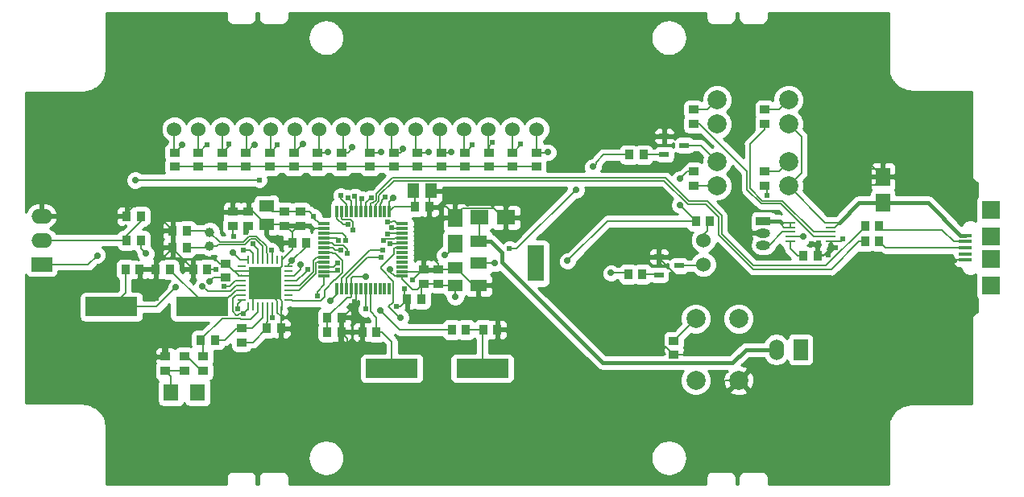
<source format=gbr>
%TF.GenerationSoftware,KiCad,Pcbnew,0.201511041201+6297~30~ubuntu15.04.1-product*%
%TF.CreationDate,2015-11-12T00:09:16+01:00*%
%TF.ProjectId,gp8-clock,6770382D636C6F636B2E6B696361645F,rev?*%
%TF.FileFunction,Copper,L2,Bot,Signal*%
%FSLAX46Y46*%
G04 Gerber Fmt 4.6, Leading zero omitted, Abs format (unit mm)*
G04 Created by KiCad (PCBNEW 0.201511041201+6297~30~ubuntu15.04.1-product) date czw, 12 lis 2015, 00:09:16*
%MOMM*%
G01*
G04 APERTURE LIST*
%ADD10C,0.100000*%
%ADD11R,0.899160X1.000760*%
%ADD12R,1.498600X1.300480*%
%ADD13R,1.000760X0.899160*%
%ADD14R,1.300480X1.498600*%
%ADD15R,1.501140X1.950720*%
%ADD16R,1.950720X1.501140*%
%ADD17C,1.998980*%
%ADD18R,1.498600X0.949960*%
%ADD19O,1.498600X0.949960*%
%ADD20R,1.000760X0.599440*%
%ADD21R,1.600200X1.803400*%
%ADD22R,2.199640X1.524000*%
%ADD23O,2.199640X1.524000*%
%ADD24R,0.299720X1.300480*%
%ADD25R,1.300480X0.299720*%
%ADD26R,1.897380X1.897380*%
%ADD27R,1.348740X0.398780*%
%ADD28R,1.346200X0.398780*%
%ADD29R,1.000000X0.250000*%
%ADD30R,1.800860X1.300480*%
%ADD31R,1.800860X3.799840*%
%ADD32R,0.279400X0.848360*%
%ADD33R,0.848360X0.279400*%
%ADD34R,1.724660X1.724660*%
%ADD35R,5.499100X1.998980*%
%ADD36C,1.524000*%
%ADD37C,1.000760*%
%ADD38R,1.524000X2.199640*%
%ADD39O,1.524000X2.199640*%
%ADD40C,0.609600*%
%ADD41C,0.711200*%
%ADD42C,0.203200*%
%ADD43C,0.152400*%
%ADD44C,0.406400*%
%ADD45C,0.254000*%
G04 APERTURE END LIST*
D10*
D11*
X114289840Y-99187000D03*
X112786160Y-99187000D03*
X133868160Y-111379000D03*
X135371840Y-111379000D03*
X139054840Y-111379000D03*
X137551160Y-111379000D03*
X150251160Y-111125000D03*
X151754840Y-111125000D03*
X133868160Y-109855000D03*
X135371840Y-109855000D03*
D12*
X127508000Y-98107500D03*
X127508000Y-100012500D03*
D13*
X129413000Y-98689160D03*
X129413000Y-100192840D03*
X131064000Y-98689160D03*
X131064000Y-100192840D03*
X144018000Y-106288840D03*
X144018000Y-104785160D03*
X145542000Y-106288840D03*
X145542000Y-104785160D03*
D12*
X147320000Y-106489500D03*
X147320000Y-104584500D03*
D13*
X170307000Y-112278160D03*
X170307000Y-113781840D03*
D11*
X143102160Y-98211000D03*
X144605840Y-98211000D03*
D14*
X142901500Y-96520000D03*
X144806500Y-96520000D03*
D15*
X192278000Y-95018860D03*
X192278000Y-97767140D03*
D16*
X152631140Y-99314000D03*
X149882860Y-99314000D03*
D15*
X147320000Y-99336860D03*
X147320000Y-102085140D03*
D11*
X119115840Y-102489000D03*
X117612160Y-102489000D03*
X119115840Y-100711000D03*
X117612160Y-100711000D03*
D13*
X123952000Y-100192840D03*
X123952000Y-98689160D03*
X125603000Y-100192840D03*
X125603000Y-98689160D03*
D11*
X143753840Y-107950000D03*
X142250160Y-107950000D03*
X121274840Y-104775000D03*
X119771160Y-104775000D03*
X112659160Y-104775000D03*
X114162840Y-104775000D03*
X117337840Y-104775000D03*
X115834160Y-104775000D03*
X130185160Y-101981000D03*
X131688840Y-101981000D03*
X129021840Y-110998000D03*
X127518160Y-110998000D03*
D13*
X118854000Y-115462840D03*
X118854000Y-113959160D03*
X116854000Y-113959160D03*
X116854000Y-115462840D03*
D17*
X174854000Y-93441000D03*
X174854000Y-95981000D03*
X182354000Y-93441000D03*
X182354000Y-95981000D03*
X174854000Y-86941000D03*
X174854000Y-89481000D03*
X182354000Y-86941000D03*
X182354000Y-89481000D03*
D11*
X120602160Y-112211000D03*
X122105840Y-112211000D03*
D13*
X120854000Y-113959160D03*
X120854000Y-115462840D03*
X124854000Y-110959160D03*
X124854000Y-112462840D03*
D18*
X179705000Y-99715320D03*
D19*
X179705000Y-100965000D03*
X179705000Y-102214680D03*
D20*
X168742360Y-105346500D03*
X170855640Y-104394000D03*
X168742360Y-103441500D03*
X169297360Y-92663500D03*
X171410640Y-91711000D03*
X169297360Y-90758500D03*
D13*
X117854000Y-93962840D03*
X117854000Y-92459160D03*
X120354000Y-93962840D03*
X120354000Y-92459160D03*
D11*
X165491160Y-105283000D03*
X166994840Y-105283000D03*
D13*
X122854000Y-93962840D03*
X122854000Y-92459160D03*
X125354000Y-93962840D03*
X125354000Y-92459160D03*
X127854000Y-93962840D03*
X127854000Y-92459160D03*
X130354000Y-93962840D03*
X130354000Y-92459160D03*
X132854000Y-93962840D03*
X132854000Y-92459160D03*
D11*
X174105840Y-99711000D03*
X172602160Y-99711000D03*
D13*
X135354000Y-93962840D03*
X135354000Y-92459160D03*
X138354000Y-93962840D03*
X138354000Y-92459160D03*
X140854000Y-93962840D03*
X140854000Y-92459160D03*
D11*
X114289840Y-101727000D03*
X112786160Y-101727000D03*
D13*
X143354000Y-93962840D03*
X143354000Y-92459160D03*
X145854000Y-93962840D03*
X145854000Y-92459160D03*
X148354000Y-93962840D03*
X148354000Y-92459160D03*
X150854000Y-93962840D03*
X150854000Y-92459160D03*
X153354000Y-93962840D03*
X153354000Y-92459160D03*
X155854000Y-93962840D03*
X155854000Y-92459160D03*
D11*
X165602160Y-92711000D03*
X167105840Y-92711000D03*
D13*
X172354000Y-95962840D03*
X172354000Y-94459160D03*
D11*
X146949160Y-111125000D03*
X148452840Y-111125000D03*
X191886840Y-100203000D03*
X190383160Y-100203000D03*
X191886840Y-101854000D03*
X190383160Y-101854000D03*
D13*
X179854000Y-94459160D03*
X179854000Y-95962840D03*
X172354000Y-87959160D03*
X172354000Y-89462840D03*
X179854000Y-87959160D03*
X179854000Y-89462840D03*
D11*
X183906160Y-103378000D03*
X185409840Y-103378000D03*
D13*
X123190000Y-104150160D03*
X123190000Y-105653840D03*
D21*
X120251000Y-117711000D03*
X117457000Y-117711000D03*
D17*
X172603560Y-109959800D03*
X177104440Y-116462200D03*
X177104440Y-109959800D03*
X172603560Y-116462200D03*
D22*
X103854000Y-104251000D03*
D23*
X103854000Y-101711000D03*
X103854000Y-99171000D03*
D24*
X138917680Y-106842560D03*
X138417300Y-106842560D03*
X137916920Y-106842560D03*
X137419080Y-106842560D03*
X136918700Y-106842560D03*
X140418820Y-106842560D03*
X139918440Y-106842560D03*
X139418060Y-106842560D03*
D25*
X133568440Y-105493820D03*
X133568440Y-104993440D03*
X133568440Y-104493060D03*
X133568440Y-103992680D03*
X133568440Y-103492300D03*
X133568440Y-102991920D03*
X133568440Y-102494080D03*
X133568440Y-101993700D03*
D24*
X134917180Y-98643440D03*
X135417560Y-98643440D03*
X135917940Y-98643440D03*
X136418320Y-98643440D03*
X136918700Y-98643440D03*
X137419080Y-98643440D03*
X137916920Y-98643440D03*
X138417300Y-98643440D03*
D25*
X141767560Y-99992180D03*
X141767560Y-100492560D03*
X141767560Y-100992940D03*
X141767560Y-101493320D03*
X141767560Y-101993700D03*
X141767560Y-102494080D03*
X141767560Y-102991920D03*
X141767560Y-103492300D03*
D24*
X136418320Y-106842560D03*
X135917940Y-106842560D03*
X135417560Y-106842560D03*
X134917180Y-106842560D03*
D25*
X133568440Y-101493320D03*
X133568440Y-100992940D03*
X133568440Y-100492560D03*
X133568440Y-99992180D03*
D24*
X138917680Y-98643440D03*
X139418060Y-98643440D03*
X139918440Y-98643440D03*
X140418820Y-98643440D03*
D25*
X141767560Y-103992680D03*
X141767560Y-104493060D03*
X141767560Y-104993440D03*
X141767560Y-105493820D03*
D26*
X203600000Y-101301120D03*
X203600000Y-103698880D03*
X203600000Y-106449700D03*
X203600000Y-98550300D03*
D27*
X200925380Y-101199520D03*
D28*
X200925380Y-101852300D03*
X200925380Y-102500000D03*
X200925380Y-103147700D03*
X200925380Y-103800480D03*
D29*
X186771100Y-99838000D03*
X186771100Y-100338000D03*
X186771100Y-100838000D03*
X186771100Y-101338000D03*
X186771100Y-101838000D03*
X182544900Y-101838000D03*
X182544900Y-101338000D03*
X182544900Y-100838000D03*
X182544900Y-100338000D03*
X182544900Y-99838000D03*
D30*
X149781260Y-106441240D03*
X149781260Y-104140000D03*
X149781260Y-101838760D03*
D31*
X155780740Y-104140000D03*
D32*
X126104320Y-103737040D03*
X126604700Y-103737040D03*
X127105080Y-103737040D03*
X127602920Y-103737040D03*
X129101520Y-103737040D03*
D33*
X129827960Y-104463480D03*
X129827960Y-104961320D03*
X129827960Y-105461700D03*
X129827960Y-105962080D03*
X129827960Y-106459920D03*
X129827960Y-106960300D03*
D32*
X125606480Y-103737040D03*
D34*
X128215060Y-105349940D03*
X126492940Y-105349940D03*
X126492940Y-107072060D03*
X128215060Y-107072060D03*
D33*
X129827960Y-107460680D03*
X129827960Y-107958520D03*
D32*
X129101520Y-108684960D03*
X128603680Y-108684960D03*
X128103300Y-108684960D03*
X127602920Y-108684960D03*
X127105080Y-108684960D03*
X126604700Y-108684960D03*
X126104320Y-108684960D03*
X125606480Y-108684960D03*
D33*
X124880040Y-107958520D03*
X124880040Y-107460680D03*
X124880040Y-106960300D03*
X124880040Y-106459920D03*
D32*
X128103300Y-103737040D03*
X128603680Y-103737040D03*
D33*
X124880040Y-105962080D03*
X124880040Y-105461700D03*
X124880040Y-104961320D03*
X124880040Y-104463480D03*
D35*
X140665200Y-115189000D03*
X150164800Y-115189000D03*
D36*
X155904000Y-90011000D03*
X153364000Y-90011000D03*
X150824000Y-90011000D03*
X148284000Y-90011000D03*
X145744000Y-90011000D03*
X143204000Y-90011000D03*
X140664000Y-90011000D03*
X138124000Y-90011000D03*
X135584000Y-90011000D03*
X133044000Y-90011000D03*
X130504000Y-90011000D03*
X127964000Y-90011000D03*
X125424000Y-90011000D03*
X122884000Y-90011000D03*
X120344000Y-90011000D03*
X117804000Y-90011000D03*
X173414000Y-101711000D03*
X173414000Y-104251000D03*
D37*
X121539000Y-102349300D03*
X121539000Y-100850700D03*
D35*
X120700800Y-108712000D03*
X111201200Y-108712000D03*
D38*
X183624000Y-113211000D03*
D39*
X181084000Y-113211000D03*
D40*
X136194780Y-95758000D03*
X120813295Y-87299783D03*
X124148005Y-88204854D03*
X110800000Y-97800000D03*
X109854000Y-99171000D03*
X192151000Y-103505000D03*
X166116000Y-102108000D03*
X163703000Y-101727000D03*
X160401000Y-100076000D03*
X159004000Y-100076000D03*
X160909000Y-98806000D03*
X163195000Y-97790000D03*
X166497000Y-97663000D03*
X169164000Y-97663000D03*
X164084000Y-93980000D03*
X166370000Y-94234000D03*
X169164000Y-94107000D03*
X172212000Y-93091000D03*
X177165000Y-91440000D03*
X177165000Y-85979000D03*
X177927000Y-87503000D03*
X178816000Y-85598000D03*
X184785000Y-85471000D03*
X185166000Y-89789000D03*
X185420000Y-93218000D03*
X185420000Y-95631000D03*
X187071000Y-97536000D03*
X187833000Y-94869000D03*
X187452000Y-93091000D03*
X188976000Y-92212909D03*
X189484000Y-94107000D03*
X189357000Y-96393000D03*
X194564000Y-106299000D03*
X192151000Y-108458000D03*
X192278000Y-106426000D03*
X191770000Y-110490000D03*
X189992000Y-110236000D03*
X189992000Y-107442000D03*
X191008000Y-104140000D03*
X189484000Y-104648000D03*
X187833000Y-107696000D03*
X187833000Y-110236000D03*
X187960000Y-105664000D03*
X185166000Y-107696000D03*
X184023000Y-105918000D03*
X180594000Y-107696000D03*
X180467000Y-105664000D03*
X178943000Y-108204000D03*
X178181000Y-106426000D03*
X176403000Y-107569000D03*
X175514000Y-105918000D03*
X173990000Y-108331000D03*
X172466000Y-107061000D03*
X154305000Y-112903000D03*
X148844000Y-112903000D03*
X147701000Y-112903000D03*
X145288000Y-113411000D03*
X145161000Y-116713000D03*
X116840000Y-85344000D03*
X117475000Y-87757000D03*
X119380000Y-88265000D03*
X119634000Y-85090000D03*
X122047000Y-85344000D03*
X124460000Y-86106000D03*
X126492000Y-88138000D03*
X127635000Y-86106000D03*
X128905000Y-88265000D03*
X129667000Y-86233000D03*
X131445000Y-88138000D03*
X132080000Y-86360000D03*
X132461000Y-84709000D03*
X138049000Y-84963000D03*
X138557000Y-87630000D03*
X140716000Y-87630000D03*
X139827000Y-84836000D03*
X143891000Y-88392000D03*
X144653000Y-84836000D03*
X146939000Y-87122000D03*
X147828000Y-85090000D03*
X149606000Y-88138000D03*
X152908000Y-85217000D03*
X155321000Y-88392000D03*
X156337000Y-85979000D03*
X159131000Y-85471000D03*
X159385000Y-89027000D03*
X160020000Y-92964000D03*
X160782000Y-90043000D03*
X161417000Y-87249000D03*
X162179000Y-85090000D03*
X163576000Y-86741000D03*
X163068000Y-89027000D03*
X166497000Y-89662000D03*
X170053000Y-86233000D03*
X169164000Y-88900000D03*
X109093000Y-96012000D03*
X109347000Y-92837000D03*
X110744000Y-94488000D03*
X112395000Y-92583000D03*
X114427000Y-93980000D03*
X115697000Y-92710000D03*
X111760000Y-102870000D03*
X112649000Y-103251000D03*
X111125000Y-106680000D03*
X109093000Y-106426000D03*
X108966000Y-110871000D03*
X110109000Y-110744000D03*
X113538000Y-110998000D03*
X115824000Y-110617000D03*
X117602000Y-112141000D03*
X118745000Y-111252000D03*
X122428000Y-116459000D03*
X123571000Y-118110000D03*
X123444000Y-113792000D03*
X126238000Y-116713000D03*
X128016000Y-114173000D03*
X128524000Y-117094000D03*
X131572000Y-116205000D03*
X131064000Y-113284000D03*
X134239000Y-113665000D03*
X136525000Y-114173000D03*
X138303000Y-118237000D03*
X139954000Y-118491000D03*
X144145000Y-118364000D03*
X146431000Y-118237000D03*
X149606000Y-118237000D03*
X153543000Y-118237000D03*
X138878322Y-95317322D03*
X137541000Y-95377000D03*
X135382000Y-95504000D03*
X131572000Y-95631000D03*
X132842000Y-97790000D03*
X130810000Y-97282000D03*
X129413000Y-95504000D03*
X123190000Y-97028000D03*
X124841000Y-96774000D03*
X121285000Y-97028000D03*
X117602000Y-97155000D03*
X167513000Y-111633000D03*
X164211000Y-109220000D03*
X141122413Y-108678957D03*
X153035000Y-101219000D03*
X154940000Y-99822000D03*
X155321000Y-98425000D03*
X153924000Y-97282000D03*
X151638000Y-109474000D03*
X153289000Y-108712000D03*
X155321000Y-110236000D03*
X153670000Y-111506000D03*
X157734000Y-115697000D03*
X156210000Y-118110000D03*
X157480000Y-112141000D03*
X160147000Y-116586000D03*
X162306000Y-117856000D03*
X164338000Y-113411000D03*
X164846000Y-107823000D03*
X161036000Y-105156000D03*
X159131000Y-106553000D03*
X161671000Y-108331000D03*
X165989000Y-110109000D03*
X166497000Y-113411000D03*
X169291000Y-117221000D03*
X170942000Y-119126000D03*
X175260000Y-119253000D03*
X170942000Y-105791000D03*
X170180000Y-107569000D03*
X168656000Y-110490000D03*
X168910000Y-102235000D03*
X186563000Y-103251000D03*
X184785000Y-102108000D03*
X185547000Y-101981000D03*
X187325000Y-102489000D03*
X167767000Y-90805000D03*
X188087000Y-101600000D03*
X191008000Y-93345000D03*
X190754000Y-94234000D03*
X190754000Y-95123000D03*
X190754000Y-95885000D03*
X141986000Y-106807000D03*
X142875000Y-105918000D03*
X171577000Y-113665000D03*
X136779000Y-108204000D03*
X136398000Y-108966000D03*
X137414000Y-112522000D03*
X136017000Y-112649000D03*
X135128000Y-112649000D03*
X129286000Y-112395000D03*
X116586000Y-112649000D03*
X114935000Y-107823000D03*
X115951000Y-107823000D03*
X115824000Y-106172000D03*
X112776000Y-97790000D03*
X114935000Y-97028000D03*
X116459000Y-98425000D03*
X117602000Y-99441000D03*
X121920000Y-103505000D03*
X120269000Y-103632000D03*
D41*
X140462000Y-104775000D03*
X170942000Y-95250000D03*
X170942000Y-98000040D03*
X159131000Y-103886000D03*
X146239542Y-103276420D03*
X137922000Y-105537006D03*
X147320000Y-107696000D03*
X130175000Y-103886000D03*
X114808000Y-103124000D03*
D40*
X132461000Y-99187000D03*
D41*
X151511000Y-104140000D03*
X140843000Y-97282000D03*
X123952000Y-102997000D03*
D40*
X125095000Y-109474000D03*
X122174000Y-104775000D03*
X123063000Y-106560622D03*
D41*
X141605000Y-109855000D03*
D40*
X125095000Y-102743000D03*
X124079000Y-101346000D03*
X126065692Y-102108333D03*
X125333065Y-100867877D03*
D41*
X120777000Y-106553000D03*
X117983000Y-106680000D03*
X118618000Y-91694000D03*
D40*
X135959750Y-103077548D03*
X121285000Y-91694000D03*
X135080622Y-101695022D03*
X139700000Y-102742987D03*
D41*
X163703000Y-105156000D03*
D40*
X123571000Y-91567000D03*
X135840513Y-101751836D03*
D41*
X126238000Y-91694000D03*
D40*
X136041617Y-100055701D03*
X128651000Y-91694000D03*
X136582823Y-100592131D03*
D41*
X131318000Y-91566996D03*
D40*
X135290911Y-97021474D03*
X136031263Y-97201866D03*
D41*
X133985000Y-92456000D03*
X136525000Y-91947992D03*
D40*
X136780416Y-97062471D03*
X137501303Y-97309421D03*
D41*
X139573000Y-92456000D03*
X141859000Y-92075000D03*
D40*
X138483720Y-97220650D03*
X139954000Y-97155000D03*
D41*
X144526000Y-92456000D03*
D40*
X140231142Y-99780367D03*
D41*
X146939000Y-92456000D03*
D40*
X149098000Y-91694000D03*
X140653113Y-100414877D03*
X151256994Y-91440000D03*
X140219052Y-101041178D03*
X154178000Y-91567000D03*
X139808580Y-101715948D03*
X140462000Y-102108000D03*
D41*
X157099000Y-92456000D03*
D40*
X139573000Y-103505000D03*
D41*
X161798000Y-93980000D03*
X160020000Y-96393000D03*
D40*
X153035000Y-102616000D03*
X137922000Y-108966000D03*
D41*
X139446000Y-109093000D03*
D40*
X180086000Y-97028000D03*
D41*
X183896000Y-101346000D03*
D40*
X124460000Y-108966000D03*
D41*
X121539000Y-106045000D03*
X113700000Y-95378747D03*
X109700000Y-103300000D03*
D40*
X126740116Y-95378747D03*
X135266214Y-102761844D03*
X132842000Y-107568992D03*
X128143000Y-109855000D03*
X134970251Y-104855980D03*
X131851360Y-104800420D03*
X134962637Y-104094006D03*
D41*
X131064000Y-104267000D03*
D40*
X128016000Y-102743000D03*
D41*
X134239000Y-108077000D03*
D42*
X109854000Y-101711000D02*
X103854000Y-101711000D01*
X112786160Y-101727000D02*
X112786160Y-101208840D01*
X112786160Y-101208840D02*
X114289840Y-99705160D01*
X114289840Y-99705160D02*
X114289840Y-99187000D01*
X109854000Y-101711000D02*
X112770160Y-101711000D01*
X112770160Y-101711000D02*
X112786160Y-101727000D01*
D43*
X137160000Y-95758000D02*
X136625832Y-95758000D01*
X137541000Y-95377000D02*
X137160000Y-95758000D01*
X136625832Y-95758000D02*
X136194780Y-95758000D01*
X124460000Y-87892859D02*
X124148005Y-88204854D01*
X121168894Y-86944184D02*
X120813295Y-87299783D01*
X124460000Y-86106000D02*
X124460000Y-87892859D01*
X122047000Y-86066078D02*
X121168894Y-86944184D01*
X122047000Y-85344000D02*
X122047000Y-86066078D01*
X110810000Y-97790000D02*
X110800000Y-97800000D01*
X112776000Y-97790000D02*
X110810000Y-97790000D01*
X109854000Y-99171000D02*
X103854000Y-99171000D01*
X200925380Y-103800480D02*
X192446480Y-103800480D01*
X192446480Y-103800480D02*
X192151000Y-103505000D01*
X163703000Y-101727000D02*
X164084000Y-102108000D01*
X164084000Y-102108000D02*
X166116000Y-102108000D01*
X159004000Y-100076000D02*
X160401000Y-100076000D01*
X163195000Y-97790000D02*
X161925000Y-97790000D01*
X161925000Y-97790000D02*
X160909000Y-98806000D01*
X169164000Y-97663000D02*
X166497000Y-97663000D01*
X166370000Y-94234000D02*
X164338000Y-94234000D01*
X164338000Y-94234000D02*
X164084000Y-93980000D01*
X172212000Y-93091000D02*
X171196000Y-94107000D01*
X171196000Y-94107000D02*
X169164000Y-94107000D01*
X177165000Y-85979000D02*
X177165000Y-91440000D01*
X178816000Y-85598000D02*
X178816000Y-86614000D01*
X178816000Y-86614000D02*
X177927000Y-87503000D01*
X185166000Y-89789000D02*
X184785000Y-89408000D01*
X184785000Y-89408000D02*
X184785000Y-85471000D01*
X185420000Y-95631000D02*
X185420000Y-93218000D01*
X187833000Y-94869000D02*
X187071000Y-95631000D01*
X187071000Y-95631000D02*
X187071000Y-97536000D01*
X188976000Y-92212909D02*
X188330091Y-92212909D01*
X188330091Y-92212909D02*
X187452000Y-93091000D01*
X189357000Y-96393000D02*
X189357000Y-94234000D01*
X189357000Y-94234000D02*
X189484000Y-94107000D01*
X192151000Y-108458000D02*
X194310000Y-106299000D01*
X194310000Y-106299000D02*
X194564000Y-106299000D01*
X191770000Y-110490000D02*
X192278000Y-109982000D01*
X192278000Y-109982000D02*
X192278000Y-106426000D01*
X189992000Y-107442000D02*
X189992000Y-110236000D01*
X189484000Y-104648000D02*
X190500000Y-104648000D01*
X190500000Y-104648000D02*
X191008000Y-104140000D01*
X187833000Y-110236000D02*
X187833000Y-107696000D01*
X185166000Y-107696000D02*
X187198000Y-105664000D01*
X187198000Y-105664000D02*
X187960000Y-105664000D01*
X180594000Y-107696000D02*
X182245000Y-107696000D01*
X182245000Y-107696000D02*
X184023000Y-105918000D01*
X178943000Y-108204000D02*
X180467000Y-106680000D01*
X180467000Y-106680000D02*
X180467000Y-105664000D01*
X176403000Y-107569000D02*
X177038000Y-107569000D01*
X177038000Y-107569000D02*
X178181000Y-106426000D01*
X173990000Y-108331000D02*
X173990000Y-107442000D01*
X173990000Y-107442000D02*
X175514000Y-105918000D01*
X170180000Y-107569000D02*
X171958000Y-107569000D01*
X171958000Y-107569000D02*
X172466000Y-107061000D01*
X154305000Y-112903000D02*
X156718000Y-112903000D01*
X156718000Y-112903000D02*
X157480000Y-112141000D01*
X147701000Y-112903000D02*
X148844000Y-112903000D01*
X145161000Y-116713000D02*
X145161000Y-113538000D01*
X145161000Y-113538000D02*
X145288000Y-113411000D01*
X117475000Y-87757000D02*
X117475000Y-85979000D01*
X117475000Y-85979000D02*
X116840000Y-85344000D01*
X119634000Y-85090000D02*
X119634000Y-88011000D01*
X119634000Y-88011000D02*
X119380000Y-88265000D01*
X127635000Y-86106000D02*
X127635000Y-86995000D01*
X127635000Y-86995000D02*
X126492000Y-88138000D01*
X129667000Y-86233000D02*
X129667000Y-87503000D01*
X129667000Y-87503000D02*
X128905000Y-88265000D01*
X132080000Y-86360000D02*
X132080000Y-87503000D01*
X132080000Y-87503000D02*
X131445000Y-88138000D01*
X138049000Y-84963000D02*
X132715000Y-84963000D01*
X132715000Y-84963000D02*
X132461000Y-84709000D01*
X140716000Y-87630000D02*
X138557000Y-87630000D01*
X143891000Y-88392000D02*
X143383000Y-88392000D01*
X143383000Y-88392000D02*
X139827000Y-84836000D01*
X146939000Y-87122000D02*
X144653000Y-84836000D01*
X149606000Y-88138000D02*
X149606000Y-86868000D01*
X149606000Y-86868000D02*
X147828000Y-85090000D01*
X155321000Y-88392000D02*
X152908000Y-85979000D01*
X152908000Y-85979000D02*
X152908000Y-85217000D01*
X159131000Y-85471000D02*
X158623000Y-85979000D01*
X158623000Y-85979000D02*
X156337000Y-85979000D01*
X160020000Y-92964000D02*
X159385000Y-92329000D01*
X159385000Y-92329000D02*
X159385000Y-89027000D01*
X161417000Y-87249000D02*
X160782000Y-87884000D01*
X160782000Y-87884000D02*
X160782000Y-90043000D01*
X163576000Y-86741000D02*
X162179000Y-85344000D01*
X162179000Y-85344000D02*
X162179000Y-85090000D01*
X166497000Y-89662000D02*
X163703000Y-89662000D01*
X163703000Y-89662000D02*
X163068000Y-89027000D01*
X169164000Y-88900000D02*
X170053000Y-88011000D01*
X170053000Y-88011000D02*
X170053000Y-86233000D01*
X109347000Y-92837000D02*
X109347000Y-95758000D01*
X109347000Y-95758000D02*
X109093000Y-96012000D01*
X112395000Y-92583000D02*
X110744000Y-94234000D01*
X110744000Y-94234000D02*
X110744000Y-94488000D01*
X115697000Y-92710000D02*
X114427000Y-93980000D01*
X112649000Y-103251000D02*
X112141000Y-103251000D01*
X112141000Y-103251000D02*
X111760000Y-102870000D01*
X109093000Y-106426000D02*
X110871000Y-106426000D01*
X110871000Y-106426000D02*
X111125000Y-106680000D01*
X110109000Y-110744000D02*
X109093000Y-110744000D01*
X109093000Y-110744000D02*
X108966000Y-110871000D01*
X115824000Y-110617000D02*
X113919000Y-110617000D01*
X113919000Y-110617000D02*
X113538000Y-110998000D01*
X118745000Y-111252000D02*
X118491000Y-111252000D01*
X118491000Y-111252000D02*
X117602000Y-112141000D01*
X123571000Y-118110000D02*
X123571000Y-117602000D01*
X123571000Y-117602000D02*
X122428000Y-116459000D01*
X126238000Y-116713000D02*
X123444000Y-113919000D01*
X123444000Y-113919000D02*
X123444000Y-113792000D01*
X128524000Y-117094000D02*
X128524000Y-114681000D01*
X128524000Y-114681000D02*
X128016000Y-114173000D01*
X131064000Y-113284000D02*
X131064000Y-115697000D01*
X131064000Y-115697000D02*
X131572000Y-116205000D01*
X136525000Y-114173000D02*
X134747000Y-114173000D01*
X134747000Y-114173000D02*
X134239000Y-113665000D01*
X139954000Y-118491000D02*
X138557000Y-118491000D01*
X138557000Y-118491000D02*
X138303000Y-118237000D01*
X146431000Y-118237000D02*
X144272000Y-118237000D01*
X144272000Y-118237000D02*
X144145000Y-118364000D01*
X153543000Y-118237000D02*
X149606000Y-118237000D01*
X138878322Y-95317322D02*
X138564644Y-95631000D01*
X138564644Y-95631000D02*
X135001000Y-95631000D01*
X135001000Y-95631000D02*
X133146799Y-97485201D01*
X133146799Y-97485201D02*
X132842000Y-97790000D01*
X131572000Y-95631000D02*
X135255000Y-95631000D01*
X135255000Y-95631000D02*
X135382000Y-95504000D01*
X130810000Y-97282000D02*
X132334000Y-97282000D01*
X132334000Y-97282000D02*
X132842000Y-97790000D01*
X123190000Y-97028000D02*
X127889000Y-97028000D01*
X127889000Y-97028000D02*
X129413000Y-95504000D01*
X121285000Y-97028000D02*
X124587000Y-97028000D01*
X124587000Y-97028000D02*
X124841000Y-96774000D01*
X114935000Y-97028000D02*
X117475000Y-97028000D01*
X117475000Y-97028000D02*
X117602000Y-97155000D01*
X170256200Y-113781840D02*
X168107360Y-111633000D01*
X170307000Y-113781840D02*
X170256200Y-113781840D01*
X168107360Y-111633000D02*
X167513000Y-111633000D01*
X164338000Y-109347000D02*
X164211000Y-109220000D01*
X164338000Y-113411000D02*
X164338000Y-109347000D01*
X141572003Y-108678957D02*
X141122413Y-108678957D01*
X142250160Y-108000800D02*
X141572003Y-108678957D01*
X142250160Y-107950000D02*
X142250160Y-108000800D01*
X153035000Y-101219000D02*
X152631140Y-100815140D01*
X152631140Y-100815140D02*
X152631140Y-99314000D01*
X155321000Y-98425000D02*
X155321000Y-99441000D01*
X155321000Y-99441000D02*
X154940000Y-99822000D01*
X152631140Y-99314000D02*
X152631140Y-98411030D01*
X152631140Y-98411030D02*
X153760170Y-97282000D01*
X153760170Y-97282000D02*
X153924000Y-97282000D01*
X149781260Y-106441240D02*
X149781260Y-107617260D01*
X149781260Y-107617260D02*
X151638000Y-109474000D01*
X151638000Y-109474000D02*
X151638000Y-111008160D01*
X151638000Y-111008160D02*
X151754840Y-111125000D01*
X155321000Y-110236000D02*
X154813000Y-110236000D01*
X154813000Y-110236000D02*
X153289000Y-108712000D01*
X157734000Y-115697000D02*
X153670000Y-111633000D01*
X153670000Y-111633000D02*
X153670000Y-111506000D01*
X157480000Y-112141000D02*
X156210000Y-113411000D01*
X156210000Y-113411000D02*
X156210000Y-118110000D01*
X162306000Y-117856000D02*
X161036000Y-116586000D01*
X161036000Y-116586000D02*
X160147000Y-116586000D01*
X161036000Y-105156000D02*
X163703000Y-107823000D01*
X163703000Y-107823000D02*
X164846000Y-107823000D01*
X161671000Y-108331000D02*
X159893000Y-106553000D01*
X159893000Y-106553000D02*
X159131000Y-106553000D01*
X166497000Y-113411000D02*
X165989000Y-112903000D01*
X165989000Y-112903000D02*
X165989000Y-110109000D01*
X170942000Y-119126000D02*
X169291000Y-117475000D01*
X169291000Y-117475000D02*
X169291000Y-117221000D01*
X177104440Y-116462200D02*
X175690948Y-116462200D01*
X175260000Y-116893148D02*
X175260000Y-119253000D01*
X175690948Y-116462200D02*
X175260000Y-116893148D01*
X170942000Y-105791000D02*
X168742360Y-103591360D01*
X168742360Y-103591360D02*
X168742360Y-103441500D01*
X168656000Y-110490000D02*
X168656000Y-109093000D01*
X168656000Y-109093000D02*
X170180000Y-107569000D01*
X168910000Y-102235000D02*
X168910000Y-103273860D01*
X168910000Y-103273860D02*
X168742360Y-103441500D01*
X186563000Y-103251000D02*
X185536840Y-103251000D01*
X185536840Y-103251000D02*
X185409840Y-103378000D01*
X185547000Y-101981000D02*
X184912000Y-101981000D01*
X184912000Y-101981000D02*
X184785000Y-102108000D01*
X186771100Y-101838000D02*
X186771100Y-101935100D01*
X186771100Y-101935100D02*
X187325000Y-102489000D01*
X167767000Y-90805000D02*
X169250860Y-90805000D01*
X169250860Y-90805000D02*
X169297360Y-90758500D01*
X185409840Y-103378000D02*
X186011820Y-103378000D01*
X186011820Y-103378000D02*
X186771100Y-102618720D01*
X186771100Y-102618720D02*
X186771100Y-102115400D01*
X186771100Y-102115400D02*
X186771100Y-101838000D01*
X188087000Y-101600000D02*
X187849000Y-101838000D01*
X187849000Y-101838000D02*
X186771100Y-101838000D01*
X190754000Y-94234000D02*
X191493140Y-94234000D01*
X191493140Y-94234000D02*
X192278000Y-95018860D01*
X190754000Y-95123000D02*
X192173860Y-95123000D01*
X192173860Y-95123000D02*
X192278000Y-95018860D01*
X190754000Y-95885000D02*
X191411860Y-95885000D01*
X191411860Y-95885000D02*
X192278000Y-95018860D01*
X191008000Y-93345000D02*
X191008000Y-93748860D01*
X191008000Y-93748860D02*
X192278000Y-95018860D01*
X190754000Y-95123000D02*
X190754000Y-94234000D01*
X190754000Y-95885000D02*
X190754000Y-95123000D01*
X144605840Y-98211000D02*
X144605840Y-96720660D01*
X144605840Y-96720660D02*
X144806500Y-96520000D01*
X141986000Y-106807000D02*
X141986000Y-107685840D01*
X141986000Y-107685840D02*
X142250160Y-107950000D01*
X142875000Y-105877360D02*
X142875000Y-105918000D01*
X144018000Y-104785160D02*
X143967200Y-104785160D01*
X143967200Y-104785160D02*
X142875000Y-105877360D01*
X170307000Y-113781840D02*
X171460160Y-113781840D01*
X171460160Y-113781840D02*
X171577000Y-113665000D01*
X147320000Y-99336860D02*
X147320000Y-99112070D01*
X147320000Y-99112070D02*
X148097241Y-98334829D01*
X148097241Y-98334829D02*
X151427179Y-98334829D01*
X151427179Y-98334829D02*
X152406350Y-99314000D01*
X152406350Y-99314000D02*
X152631140Y-99314000D01*
X147320000Y-99336860D02*
X146417030Y-99336860D01*
X146417030Y-99336860D02*
X144889220Y-100864670D01*
X144889220Y-100864670D02*
X144889220Y-103530400D01*
X144889220Y-103530400D02*
X145542000Y-104183180D01*
X145542000Y-104183180D02*
X145542000Y-104785160D01*
X147320000Y-104584500D02*
X147419060Y-104584500D01*
X147419060Y-104584500D02*
X149275800Y-106441240D01*
X149275800Y-106441240D02*
X149781260Y-106441240D01*
X147320000Y-104584500D02*
X147674330Y-104584500D01*
X149531070Y-106441240D02*
X149781260Y-106441240D01*
X145542000Y-104785160D02*
X147119340Y-104785160D01*
X147119340Y-104785160D02*
X147320000Y-104584500D01*
X144018000Y-104785160D02*
X145542000Y-104785160D01*
X141767560Y-104993440D02*
X143809720Y-104993440D01*
X143809720Y-104993440D02*
X144018000Y-104785160D01*
X144605840Y-98211000D02*
X146194140Y-98211000D01*
X146194140Y-98211000D02*
X146196040Y-98209100D01*
X146196040Y-98209100D02*
X146417030Y-98209100D01*
X146417030Y-98209100D02*
X147320000Y-99112070D01*
X144806500Y-98010340D02*
X144605840Y-98211000D01*
X135371840Y-111379000D02*
X135973820Y-111379000D01*
X135973820Y-111379000D02*
X137551160Y-111379000D01*
X135371840Y-109855000D02*
X135371840Y-110507780D01*
X135371840Y-110507780D02*
X135371840Y-111379000D01*
X136779000Y-108204000D02*
X136918700Y-108064300D01*
X136918700Y-108064300D02*
X136918700Y-106842560D01*
X135371840Y-109855000D02*
X135509000Y-109855000D01*
X135509000Y-109855000D02*
X136398000Y-108966000D01*
X137414000Y-112522000D02*
X137414000Y-111516160D01*
X137414000Y-111516160D02*
X137551160Y-111379000D01*
X135371840Y-111379000D02*
X135371840Y-111429800D01*
X135371840Y-111429800D02*
X136017000Y-112074960D01*
X136017000Y-112074960D02*
X136017000Y-112649000D01*
X135128000Y-112649000D02*
X135128000Y-111622840D01*
X135128000Y-111622840D02*
X135371840Y-111379000D01*
X129021840Y-110998000D02*
X129021840Y-112130840D01*
X129021840Y-112130840D02*
X129286000Y-112395000D01*
X131064000Y-100192840D02*
X130820160Y-100192840D01*
X130820160Y-100192840D02*
X130185160Y-100827840D01*
X130185160Y-100827840D02*
X130185160Y-100914200D01*
X130185160Y-101981000D02*
X130185160Y-100914200D01*
X130185160Y-100914200D02*
X129463800Y-100192840D01*
X129463800Y-100192840D02*
X129413000Y-100192840D01*
X129101520Y-103737040D02*
X130185160Y-102653400D01*
X130185160Y-102653400D02*
X130185160Y-101981000D01*
X131064000Y-100192840D02*
X131716780Y-100192840D01*
X131716780Y-100192840D02*
X132016500Y-100492560D01*
X132016500Y-100492560D02*
X132765800Y-100492560D01*
X132765800Y-100492560D02*
X133568440Y-100492560D01*
X128215060Y-105349940D02*
X128215060Y-107072060D01*
X126492940Y-105349940D02*
X128215060Y-105349940D01*
X126492940Y-107072060D02*
X126492940Y-105349940D01*
X124880040Y-105461700D02*
X124595560Y-105461700D01*
X124595560Y-105461700D02*
X124095180Y-104961320D01*
X124095180Y-104961320D02*
X124051960Y-104961320D01*
X123190000Y-104150160D02*
X123240800Y-104150160D01*
X123240800Y-104150160D02*
X124051960Y-104961320D01*
X124051960Y-104961320D02*
X124303460Y-104961320D01*
X124303460Y-104961320D02*
X124880040Y-104961320D01*
X129101520Y-103737040D02*
X129101520Y-104463480D01*
X129101520Y-104463480D02*
X128215060Y-105349940D01*
X124880040Y-104961320D02*
X126104320Y-104961320D01*
X126104320Y-104961320D02*
X126492940Y-105349940D01*
X124880040Y-105461700D02*
X126381180Y-105461700D01*
X126381180Y-105461700D02*
X126492940Y-105349940D01*
X129101520Y-108684960D02*
X129101520Y-108108380D01*
X129101520Y-108108380D02*
X128215060Y-107221920D01*
X128215060Y-107221920D02*
X128215060Y-107072060D01*
X128603680Y-108684960D02*
X128603680Y-108108380D01*
X128215060Y-107719760D02*
X128215060Y-107072060D01*
X128603680Y-108108380D02*
X128215060Y-107719760D01*
X126104320Y-108684960D02*
X126104320Y-107460680D01*
X126104320Y-107460680D02*
X126492940Y-107072060D01*
X116586000Y-112649000D02*
X116586000Y-113691160D01*
X116586000Y-113691160D02*
X116854000Y-113959160D01*
X115951000Y-107823000D02*
X114935000Y-107823000D01*
X115834160Y-104775000D02*
X115834160Y-106161840D01*
X115834160Y-106161840D02*
X115824000Y-106172000D01*
X116459000Y-98425000D02*
X115062000Y-97028000D01*
X115062000Y-97028000D02*
X114935000Y-97028000D01*
X117612160Y-100711000D02*
X117612160Y-99451160D01*
X117612160Y-99451160D02*
X117602000Y-99441000D01*
X121920000Y-103505000D02*
X122565160Y-104150160D01*
X122565160Y-104150160D02*
X123190000Y-104150160D01*
X119771160Y-104775000D02*
X119771160Y-104129840D01*
X119771160Y-104129840D02*
X120269000Y-103632000D01*
X119771160Y-104775000D02*
X119771160Y-104724200D01*
X123139200Y-104150160D02*
X123190000Y-104150160D01*
X117612160Y-102489000D02*
X117612160Y-102616000D01*
X117612160Y-102616000D02*
X119771160Y-104775000D01*
X112786160Y-99187000D02*
X112776000Y-99187000D01*
X112776000Y-99187000D02*
X112649000Y-99060000D01*
X112649000Y-99060000D02*
X113919000Y-97790000D01*
X113919000Y-97790000D02*
X114741960Y-97790000D01*
X114741960Y-97790000D02*
X117612160Y-100660200D01*
X117612160Y-100660200D02*
X117612160Y-100711000D01*
X115834160Y-104775000D02*
X115834160Y-104383840D01*
X115834160Y-104383840D02*
X117612160Y-102605840D01*
X117612160Y-102605840D02*
X117612160Y-102489000D01*
X117612160Y-100711000D02*
X117612160Y-102489000D01*
X129021840Y-110998000D02*
X129021840Y-109728000D01*
X129021840Y-109728000D02*
X129021840Y-108764640D01*
X128603680Y-108684960D02*
X128603680Y-109309840D01*
X128603680Y-109309840D02*
X129021840Y-109728000D01*
X129021840Y-108764640D02*
X129101520Y-108684960D01*
X114162840Y-104775000D02*
X115834160Y-104775000D01*
X109854000Y-99171000D02*
X112770160Y-99171000D01*
X112770160Y-99171000D02*
X112786160Y-99187000D01*
X129413000Y-100192840D02*
X130065780Y-100192840D01*
X130065780Y-100192840D02*
X131064000Y-100192840D01*
X127508000Y-100012500D02*
X129232660Y-100012500D01*
X129232660Y-100012500D02*
X129413000Y-100192840D01*
X125603000Y-98689160D02*
X126085600Y-98689160D01*
X126085600Y-98689160D02*
X127408940Y-100012500D01*
X127408940Y-100012500D02*
X127508000Y-100012500D01*
X123952000Y-98689160D02*
X125603000Y-98689160D01*
X117602160Y-102352000D02*
X117612160Y-102362000D01*
X124880040Y-105461700D02*
X124828340Y-105410000D01*
D42*
X140462000Y-104990900D02*
X140462000Y-104775000D01*
X140964920Y-105493820D02*
X140462000Y-104990900D01*
X141767560Y-105493820D02*
X140964920Y-105493820D01*
X143102160Y-98211000D02*
X143102160Y-96720660D01*
X143102160Y-96720660D02*
X142901500Y-96520000D01*
X172602160Y-99711000D02*
X172602160Y-99660200D01*
X172602160Y-99660200D02*
X170942000Y-98000040D01*
X170942000Y-95250000D02*
X171732840Y-94459160D01*
X171732840Y-94459160D02*
X172354000Y-94459160D01*
X171085000Y-99711000D02*
X163306000Y-99711000D01*
X163306000Y-99711000D02*
X159131000Y-103886000D01*
X172602160Y-99711000D02*
X171085000Y-99711000D01*
X146353510Y-103276420D02*
X146239542Y-103276420D01*
X147320000Y-102309930D02*
X146353510Y-103276420D01*
X147320000Y-102085140D02*
X147320000Y-102309930D01*
X137490948Y-105537006D02*
X137922000Y-105537006D01*
D43*
X136524994Y-105537006D02*
X137490948Y-105537006D01*
X136474201Y-105587799D02*
X136524994Y-105537006D01*
X136398000Y-106822240D02*
X136398000Y-105664000D01*
X136398000Y-105664000D02*
X136474201Y-105587799D01*
X136418320Y-106842560D02*
X136418320Y-105643680D01*
X136418320Y-105643680D02*
X136474201Y-105587799D01*
D42*
X143365220Y-106890820D02*
X143967200Y-106288840D01*
X142862300Y-106890820D02*
X143365220Y-106890820D01*
D43*
X141767560Y-105796080D02*
X142862300Y-106890820D01*
D42*
X141767560Y-105493820D02*
X141767560Y-105796080D01*
X143967200Y-106288840D02*
X144018000Y-106288840D01*
X147320000Y-106489500D02*
X147320000Y-107696000D01*
X147320000Y-106489500D02*
X147419060Y-106489500D01*
X149768560Y-104140000D02*
X149781260Y-104140000D01*
X136418320Y-106842560D02*
X136418320Y-107645200D01*
D43*
X136418320Y-107645200D02*
X136342119Y-107721401D01*
X136342119Y-107721401D02*
X135950959Y-107721401D01*
X135950959Y-107721401D02*
X133868160Y-109804200D01*
D42*
X133868160Y-109804200D02*
X133868160Y-109855000D01*
X129827960Y-104463480D02*
X129827960Y-104233040D01*
X129827960Y-104233040D02*
X130175000Y-103886000D01*
X130175000Y-103886000D02*
X131688840Y-102372160D01*
X131688840Y-102372160D02*
X131688840Y-101981000D01*
X114289840Y-101727000D02*
X114289840Y-102605840D01*
X114289840Y-102605840D02*
X114808000Y-103124000D01*
X129413000Y-98689160D02*
X128089660Y-98689160D01*
X128089660Y-98689160D02*
X127508000Y-98107500D01*
X131064000Y-98689160D02*
X129413000Y-98689160D01*
X132461000Y-99187000D02*
X131963160Y-98689160D01*
X131963160Y-98689160D02*
X131064000Y-98689160D01*
X133568440Y-99992180D02*
X133068060Y-99992180D01*
X133068060Y-99992180D02*
X132461000Y-99385120D01*
X132461000Y-99385120D02*
X132461000Y-99187000D01*
X149781260Y-104140000D02*
X151511000Y-104140000D01*
X140843000Y-97282000D02*
X140418820Y-97706180D01*
X140418820Y-97706180D02*
X140418820Y-98643440D01*
X125606480Y-103737040D02*
X124692040Y-103737040D01*
X124692040Y-103737040D02*
X123952000Y-102997000D01*
D43*
X124880040Y-107460680D02*
X124303460Y-107460680D01*
X124303460Y-107460680D02*
X123926599Y-107837541D01*
X123926599Y-107837541D02*
X123926599Y-109222033D01*
X123926599Y-109222033D02*
X124339847Y-109635281D01*
X124339847Y-109635281D02*
X124502667Y-109635281D01*
X124502667Y-109635281D02*
X124663948Y-109474000D01*
X124663948Y-109474000D02*
X125095000Y-109474000D01*
D42*
X125606480Y-108684960D02*
X125606480Y-108962520D01*
X125606480Y-108962520D02*
X125095000Y-109474000D01*
X122174000Y-104775000D02*
X121274840Y-104775000D01*
X124880040Y-105962080D02*
X124243202Y-105962080D01*
D43*
X124243202Y-105962080D02*
X123644660Y-106560622D01*
D42*
X123644660Y-106560622D02*
X123063000Y-106560622D01*
X133868160Y-111379000D02*
X133868160Y-109855000D01*
X143102160Y-98211000D02*
X140851260Y-98211000D01*
X140851260Y-98211000D02*
X140418820Y-98643440D01*
X142901500Y-98010340D02*
X143102160Y-98211000D01*
X143753840Y-107950000D02*
X143753840Y-106553000D01*
X143753840Y-106553000D02*
X144018000Y-106288840D01*
X145542000Y-106288840D02*
X144889220Y-106288840D01*
X144889220Y-106288840D02*
X144018000Y-106288840D01*
X147320000Y-106489500D02*
X145742660Y-106489500D01*
X145742660Y-106489500D02*
X145542000Y-106288840D01*
D43*
X138455401Y-108709967D02*
X138417300Y-108671866D01*
X138455401Y-109222033D02*
X138455401Y-108709967D01*
X139054840Y-109821472D02*
X138455401Y-109222033D01*
D42*
X139054840Y-111379000D02*
X139054840Y-109821472D01*
D43*
X138417300Y-108671866D02*
X138417300Y-107645200D01*
D42*
X138417300Y-107645200D02*
X138417300Y-106842560D01*
X140665200Y-115189000D02*
X140665200Y-112387380D01*
X140665200Y-112387380D02*
X139656820Y-111379000D01*
X139656820Y-111379000D02*
X139054840Y-111379000D01*
X150251160Y-111125000D02*
X148452840Y-111125000D01*
X150164800Y-115189000D02*
X150164800Y-111211360D01*
X150164800Y-111211360D02*
X150251160Y-111125000D01*
D43*
X140335000Y-108712000D02*
X141478000Y-109855000D01*
D42*
X141478000Y-109855000D02*
X141605000Y-109855000D01*
D43*
X140797281Y-108249719D02*
X140335000Y-108712000D01*
X140888719Y-102570281D02*
X140888719Y-103152427D01*
D42*
X141767560Y-102494080D02*
X140964920Y-102494080D01*
X140964920Y-102494080D02*
X140888719Y-102570281D01*
X139522179Y-104518967D02*
X139522179Y-104734337D01*
D43*
X140888719Y-103152427D02*
X139522179Y-104518967D01*
X139522179Y-104734337D02*
X140797281Y-106009439D01*
X140797281Y-106009439D02*
X140797281Y-108249719D01*
D42*
X172603560Y-109959800D02*
X172603560Y-109981600D01*
X172603560Y-109981600D02*
X170307000Y-112278160D01*
D44*
X192278000Y-97767140D02*
X189748360Y-97767140D01*
X189748360Y-97767140D02*
X187677500Y-99838000D01*
X200925380Y-101199520D02*
X200450400Y-101199520D01*
X200450400Y-101199520D02*
X197018020Y-97767140D01*
X197018020Y-97767140D02*
X193434970Y-97767140D01*
X193434970Y-97767140D02*
X192278000Y-97767140D01*
D42*
X199844610Y-100593730D02*
X200450400Y-101199520D01*
X182354000Y-95981000D02*
X186211000Y-99838000D01*
X186211000Y-99838000D02*
X186771100Y-99838000D01*
X182354000Y-95981000D02*
X183709091Y-94625909D01*
X183709091Y-94625909D02*
X183709091Y-90836091D01*
X183709091Y-90836091D02*
X183353489Y-90480489D01*
X183353489Y-90480489D02*
X182354000Y-89481000D01*
X186771100Y-100338000D02*
X187177500Y-100338000D01*
X187177500Y-100338000D02*
X187677500Y-99838000D01*
X186771100Y-99838000D02*
X187677500Y-99838000D01*
X192278000Y-97991930D02*
X192278000Y-97767140D01*
D44*
X181084000Y-113211000D02*
X177860296Y-113211000D01*
X177860296Y-113211000D02*
X176484275Y-114587021D01*
X176484275Y-114587021D02*
X162787329Y-114587021D01*
X162787329Y-114587021D02*
X152222201Y-104021893D01*
X152222201Y-104021893D02*
X152222201Y-102972871D01*
X152222201Y-102972871D02*
X151088090Y-101838760D01*
X151088090Y-101838760D02*
X149781260Y-101838760D01*
D42*
X149882860Y-99314000D02*
X149882860Y-101737160D01*
X149882860Y-101737160D02*
X149781260Y-101838760D01*
X121539000Y-102349300D02*
X122246644Y-102349300D01*
X127105080Y-103160460D02*
X127105080Y-103737040D01*
D43*
X126321725Y-101574932D02*
X127105080Y-102358287D01*
X125197480Y-102187111D02*
X125809659Y-101574932D01*
X125809659Y-101574932D02*
X126321725Y-101574932D01*
X122246644Y-102349300D02*
X122408833Y-102187111D01*
X122408833Y-102187111D02*
X125197480Y-102187111D01*
X127105080Y-102358287D02*
X127105080Y-103160460D01*
D42*
X119115840Y-102489000D02*
X121399300Y-102489000D01*
X121399300Y-102489000D02*
X121539000Y-102349300D01*
D43*
X127482598Y-103040138D02*
X127602920Y-103160460D01*
X127482598Y-102304738D02*
X127482598Y-103040138D01*
X127602920Y-103160460D02*
X127602920Y-103737040D01*
X125683403Y-101270121D02*
X126447981Y-101270121D01*
X125074122Y-101879402D02*
X125683403Y-101270121D01*
X126447981Y-101270121D02*
X127482598Y-102304738D01*
X122567702Y-101879402D02*
X125074122Y-101879402D01*
X121539000Y-100850700D02*
X122567702Y-101879402D01*
D42*
X119115840Y-100711000D02*
X121399300Y-100711000D01*
X121399300Y-100711000D02*
X121539000Y-100850700D01*
X125095000Y-102743000D02*
X125730000Y-102743000D01*
X125730000Y-102743000D02*
X126104320Y-103117320D01*
X126104320Y-103117320D02*
X126104320Y-103737040D01*
X123952000Y-100192840D02*
X123952000Y-101219000D01*
X123952000Y-101219000D02*
X124079000Y-101346000D01*
X125529943Y-100867877D02*
X125333065Y-100867877D01*
X125603000Y-100794820D02*
X125529943Y-100867877D01*
X125603000Y-100192840D02*
X125603000Y-100794820D01*
X126370491Y-102413132D02*
X126065692Y-102108333D01*
X126604700Y-102647341D02*
X126370491Y-102413132D01*
X126604700Y-103737040D02*
X126604700Y-102647341D01*
D43*
X123669356Y-107094024D02*
X124303460Y-106459920D01*
D42*
X120777000Y-106553000D02*
X121318024Y-107094024D01*
X124303460Y-106459920D02*
X124880040Y-106459920D01*
D43*
X121318024Y-107094024D02*
X123669356Y-107094024D01*
D42*
X111201200Y-108712000D02*
X115951000Y-108712000D01*
X115951000Y-108712000D02*
X117983000Y-106680000D01*
X112659160Y-104775000D02*
X112659160Y-107254040D01*
X112659160Y-107254040D02*
X111201200Y-108712000D01*
D43*
X124303460Y-106960300D02*
X124880040Y-106960300D01*
X123703650Y-107560110D02*
X124303460Y-106960300D01*
D42*
X120700800Y-108712000D02*
X122450860Y-108712000D01*
X122450860Y-108712000D02*
X123602750Y-107560110D01*
D43*
X123602750Y-107560110D02*
X123703650Y-107560110D01*
D42*
X117337840Y-104775000D02*
X117337840Y-104825800D01*
X117337840Y-104825800D02*
X120700800Y-108188760D01*
X120700800Y-108188760D02*
X120700800Y-108712000D01*
X127518160Y-110998000D02*
X127518160Y-110345220D01*
X127518160Y-110345220D02*
X127602920Y-110260460D01*
D43*
X127602920Y-110260460D02*
X127602920Y-109261540D01*
X127602920Y-109261540D02*
X127602920Y-108684960D01*
D42*
X127518160Y-110998000D02*
X127602920Y-110913240D01*
X124854000Y-112462840D02*
X126053320Y-112462840D01*
X126053320Y-112462840D02*
X127518160Y-110998000D01*
X127479320Y-110959160D02*
X127518160Y-110998000D01*
X116854000Y-115462840D02*
X118854000Y-115462840D01*
X117457000Y-117711000D02*
X117457000Y-116065840D01*
X117457000Y-116065840D02*
X116854000Y-115462840D01*
X118854000Y-113959160D02*
X119166160Y-113959160D01*
X119166160Y-113959160D02*
X120669840Y-115462840D01*
X120669840Y-115462840D02*
X120854000Y-115462840D01*
X170855640Y-104394000D02*
X173271000Y-104394000D01*
X173271000Y-104394000D02*
X173414000Y-104251000D01*
X173414000Y-101711000D02*
X173414000Y-101160000D01*
X173414000Y-101160000D02*
X173863000Y-100711000D01*
X173863000Y-100711000D02*
X173863000Y-99953840D01*
X173863000Y-99953840D02*
X174105840Y-99711000D01*
X171410640Y-91711000D02*
X173124000Y-91711000D01*
X173124000Y-91711000D02*
X174854000Y-93441000D01*
X172354000Y-95962840D02*
X174835840Y-95962840D01*
X174835840Y-95962840D02*
X174854000Y-95981000D01*
X179854000Y-94459160D02*
X181335840Y-94459160D01*
X181335840Y-94459160D02*
X182354000Y-93441000D01*
X172354000Y-87959160D02*
X173835840Y-87959160D01*
X173835840Y-87959160D02*
X174854000Y-86941000D01*
X179854000Y-87959160D02*
X181335840Y-87959160D01*
X181335840Y-87959160D02*
X182354000Y-86941000D01*
D43*
X124838966Y-110007402D02*
X125858838Y-110007402D01*
X124771655Y-109940091D02*
X124838966Y-110007402D01*
X122822269Y-109940091D02*
X124771655Y-109940091D01*
X120602160Y-112160200D02*
X122822269Y-109940091D01*
D42*
X120602160Y-112211000D02*
X120602160Y-112160200D01*
D43*
X126604700Y-109261540D02*
X126604700Y-108684960D01*
X125858838Y-110007402D02*
X126604700Y-109261540D01*
D42*
X120854000Y-113959160D02*
X120854000Y-112462840D01*
X120854000Y-112462840D02*
X120602160Y-112211000D01*
X124854000Y-110959160D02*
X125966958Y-110959160D01*
X125966958Y-110959160D02*
X127105080Y-109821038D01*
X127105080Y-109821038D02*
X127105080Y-109515540D01*
X127105080Y-109515540D02*
X127105080Y-108684960D01*
X122105840Y-112211000D02*
X123120000Y-112211000D01*
X123120000Y-112211000D02*
X124371840Y-110959160D01*
X124371840Y-110959160D02*
X124854000Y-110959160D01*
X182544900Y-100838000D02*
X181737000Y-100838000D01*
X181737000Y-100838000D02*
X180360320Y-102214680D01*
X180360320Y-102214680D02*
X179705000Y-102214680D01*
X166994840Y-105283000D02*
X168678860Y-105283000D01*
X168678860Y-105283000D02*
X168742360Y-105346500D01*
X167105840Y-92711000D02*
X169249860Y-92711000D01*
X169249860Y-92711000D02*
X169297360Y-92663500D01*
X117854000Y-93962840D02*
X118557580Y-93962840D01*
X118557580Y-93962840D02*
X120354000Y-93962840D01*
X153354000Y-93962840D02*
X155854000Y-93962840D01*
X150854000Y-93962840D02*
X153354000Y-93962840D01*
X148354000Y-93962840D02*
X150854000Y-93962840D01*
X145854000Y-93962840D02*
X148354000Y-93962840D01*
X143354000Y-93962840D02*
X145854000Y-93962840D01*
X140854000Y-93962840D02*
X143354000Y-93962840D01*
X138354000Y-93962840D02*
X140854000Y-93962840D01*
X135354000Y-93962840D02*
X138354000Y-93962840D01*
X132854000Y-93962840D02*
X135354000Y-93962840D01*
X130354000Y-93962840D02*
X132854000Y-93962840D01*
X127854000Y-93962840D02*
X130354000Y-93962840D01*
X125354000Y-93962840D02*
X127854000Y-93962840D01*
X122854000Y-93962840D02*
X125354000Y-93962840D01*
X120354000Y-93962840D02*
X122854000Y-93962840D01*
X117854000Y-92459160D02*
X117904800Y-92459160D01*
X118618000Y-91745960D02*
X118618000Y-91694000D01*
X117904800Y-92459160D02*
X118618000Y-91745960D01*
X135959750Y-102646496D02*
X135959750Y-103077548D01*
D43*
X135541696Y-102228442D02*
X135959750Y-102646496D01*
D42*
X133568440Y-101993700D02*
X134371080Y-101993700D01*
D43*
X134371080Y-101993700D02*
X134605822Y-102228442D01*
X134605822Y-102228442D02*
X135541696Y-102228442D01*
D42*
X117804000Y-90011000D02*
X117804000Y-92409160D01*
X117804000Y-92409160D02*
X117854000Y-92459160D01*
X121169960Y-91694000D02*
X121285000Y-91694000D01*
X120404800Y-92459160D02*
X121169960Y-91694000D01*
X120354000Y-92459160D02*
X120404800Y-92459160D01*
X134878920Y-101493320D02*
X135080622Y-101695022D01*
X133568440Y-101493320D02*
X134878920Y-101493320D01*
X120344000Y-90011000D02*
X120344000Y-92449160D01*
X120344000Y-92449160D02*
X120354000Y-92459160D01*
X139268948Y-102742987D02*
X139700000Y-102742987D01*
X138353079Y-102742987D02*
X139268948Y-102742987D01*
D43*
X135417560Y-106842560D02*
X135417560Y-105678506D01*
X135417560Y-105678506D02*
X138353079Y-102742987D01*
D42*
X163703000Y-105156000D02*
X165364160Y-105156000D01*
X165364160Y-105156000D02*
X165491160Y-105283000D01*
X123571000Y-91792960D02*
X123571000Y-91567000D01*
X122904800Y-92459160D02*
X123571000Y-91792960D01*
X122854000Y-92459160D02*
X122904800Y-92459160D01*
X133568440Y-100992940D02*
X135512669Y-100992940D01*
X135512669Y-100992940D02*
X135840513Y-101320784D01*
X135840513Y-101320784D02*
X135840513Y-101751836D01*
X122884000Y-90011000D02*
X122884000Y-92429160D01*
X122884000Y-92429160D02*
X122854000Y-92459160D01*
X126169960Y-91694000D02*
X126238000Y-91694000D01*
X125404800Y-92459160D02*
X126169960Y-91694000D01*
X125354000Y-92459160D02*
X125404800Y-92459160D01*
X135526801Y-100055701D02*
X135610565Y-100055701D01*
X134917180Y-98643440D02*
X134917180Y-99446080D01*
X135610565Y-100055701D02*
X136041617Y-100055701D01*
D43*
X134917180Y-99446080D02*
X135526801Y-100055701D01*
D42*
X125424000Y-90011000D02*
X125424000Y-92389160D01*
X125424000Y-92389160D02*
X125354000Y-92459160D01*
X128651000Y-91712960D02*
X128651000Y-91694000D01*
X127904800Y-92459160D02*
X128651000Y-91712960D01*
X127854000Y-92459160D02*
X127904800Y-92459160D01*
D43*
X136297690Y-99522281D02*
X136582823Y-99807414D01*
X135417560Y-98643440D02*
X135417560Y-99446080D01*
X135493761Y-99522281D02*
X136297690Y-99522281D01*
X135417560Y-99446080D02*
X135493761Y-99522281D01*
X136582823Y-99807414D02*
X136582823Y-100161079D01*
X136582823Y-100161079D02*
X136582823Y-100592131D01*
D42*
X127964000Y-90011000D02*
X127964000Y-92349160D01*
X127964000Y-92349160D02*
X127854000Y-92459160D01*
X131296964Y-91566996D02*
X131318000Y-91566996D01*
X130404800Y-92459160D02*
X131296964Y-91566996D01*
X130354000Y-92459160D02*
X130404800Y-92459160D01*
X135290911Y-97295072D02*
X135290911Y-97021474D01*
X135917940Y-98643440D02*
X135917940Y-97922101D01*
D43*
X135917940Y-97922101D02*
X135290911Y-97295072D01*
D42*
X130504000Y-90011000D02*
X130504000Y-92309160D01*
X130504000Y-92309160D02*
X130354000Y-92459160D01*
X136418320Y-97588923D02*
X136336062Y-97506665D01*
X136336062Y-97506665D02*
X136031263Y-97201866D01*
X136418320Y-98643440D02*
X136418320Y-97588923D01*
X132854000Y-92459160D02*
X133981840Y-92459160D01*
X133981840Y-92459160D02*
X133985000Y-92456000D01*
X133044000Y-90011000D02*
X133044000Y-92269160D01*
X133044000Y-92269160D02*
X132854000Y-92459160D01*
X136525000Y-91991740D02*
X136525000Y-91947992D01*
X136057580Y-92459160D02*
X136525000Y-91991740D01*
X135354000Y-92459160D02*
X136057580Y-92459160D01*
D43*
X136918700Y-98643440D02*
X136918700Y-97200755D01*
X136918700Y-97200755D02*
X136780416Y-97062471D01*
D42*
X135584000Y-90011000D02*
X135584000Y-92229160D01*
X135584000Y-92229160D02*
X135354000Y-92459160D01*
X137419080Y-98643440D02*
X137419080Y-97391644D01*
X137419080Y-97391644D02*
X137501303Y-97309421D01*
X138354000Y-92459160D02*
X139569840Y-92459160D01*
X139569840Y-92459160D02*
X139573000Y-92456000D01*
X138124000Y-90011000D02*
X138124000Y-92229160D01*
X138124000Y-92229160D02*
X138354000Y-92459160D01*
X141557580Y-92459160D02*
X141859000Y-92157740D01*
X140854000Y-92459160D02*
X141557580Y-92459160D01*
X141859000Y-92157740D02*
X141859000Y-92075000D01*
X138178921Y-97525449D02*
X138483720Y-97220650D01*
X137916920Y-97787450D02*
X138178921Y-97525449D01*
X137916920Y-98643440D02*
X137916920Y-97787450D01*
X140664000Y-90011000D02*
X140664000Y-92269160D01*
X140664000Y-92269160D02*
X140854000Y-92459160D01*
D43*
X139418060Y-98643440D02*
X139418060Y-97937877D01*
X139649201Y-97706736D02*
X139649201Y-97459799D01*
X139649201Y-97459799D02*
X139954000Y-97155000D01*
X139418060Y-97937877D02*
X139649201Y-97706736D01*
D42*
X143354000Y-92459160D02*
X144522840Y-92459160D01*
X144522840Y-92459160D02*
X144526000Y-92456000D01*
X143204000Y-90011000D02*
X143204000Y-92309160D01*
X143204000Y-92309160D02*
X143354000Y-92459160D01*
X140752641Y-99689920D02*
X140662194Y-99780367D01*
X140964920Y-99689920D02*
X140752641Y-99689920D01*
X141267180Y-99992180D02*
X140964920Y-99689920D01*
X141767560Y-99992180D02*
X141267180Y-99992180D01*
X140662194Y-99780367D02*
X140231142Y-99780367D01*
X145854000Y-92459160D02*
X146935840Y-92459160D01*
X146935840Y-92459160D02*
X146939000Y-92456000D01*
X145744000Y-90011000D02*
X145744000Y-92349160D01*
X145744000Y-92349160D02*
X145854000Y-92459160D01*
X149098000Y-91765960D02*
X149098000Y-91694000D01*
X148404800Y-92459160D02*
X149098000Y-91765960D01*
X148354000Y-92459160D02*
X148404800Y-92459160D01*
X140730796Y-100492560D02*
X140653113Y-100414877D01*
X141767560Y-100492560D02*
X140730796Y-100492560D01*
X148284000Y-90011000D02*
X148284000Y-92389160D01*
X148284000Y-92389160D02*
X148354000Y-92459160D01*
X151220380Y-91440000D02*
X151256994Y-91440000D01*
X150854000Y-91806380D02*
X151220380Y-91440000D01*
X150854000Y-92459160D02*
X150854000Y-91806380D01*
D43*
X141767560Y-100992940D02*
X140267290Y-100992940D01*
D42*
X140267290Y-100992940D02*
X140219052Y-101041178D01*
X150824000Y-90011000D02*
X150824000Y-92429160D01*
X150824000Y-92429160D02*
X150854000Y-92459160D01*
X154178000Y-91685960D02*
X154178000Y-91567000D01*
X153404800Y-92459160D02*
X154178000Y-91685960D01*
X153354000Y-92459160D02*
X153404800Y-92459160D01*
D43*
X139949929Y-101574599D02*
X139808580Y-101715948D01*
X140883641Y-101574599D02*
X139949929Y-101574599D01*
D42*
X141767560Y-101493320D02*
X140964920Y-101493320D01*
X140964920Y-101493320D02*
X140883641Y-101574599D01*
X153364000Y-90011000D02*
X153364000Y-92449160D01*
X153364000Y-92449160D02*
X153354000Y-92459160D01*
D43*
X140462000Y-102108000D02*
X141653260Y-102108000D01*
X141653260Y-102108000D02*
X141767560Y-101993700D01*
D42*
X155854000Y-92459160D02*
X157095840Y-92459160D01*
X157095840Y-92459160D02*
X157099000Y-92456000D01*
X155904000Y-90011000D02*
X155904000Y-92409160D01*
X155904000Y-92409160D02*
X155854000Y-92459160D01*
D43*
X135917940Y-105712994D02*
X138125934Y-103505000D01*
X138125934Y-103505000D02*
X139141948Y-103505000D01*
X135917940Y-106842560D02*
X135917940Y-105712994D01*
D42*
X139141948Y-103505000D02*
X139573000Y-103505000D01*
X161798000Y-93980000D02*
X162102799Y-93675201D01*
X162102799Y-93675201D02*
X162102799Y-93548201D01*
X162102799Y-93548201D02*
X162940000Y-92711000D01*
X153035000Y-102616000D02*
X153797000Y-102616000D01*
X153797000Y-102616000D02*
X160020000Y-96393000D01*
X162940000Y-92711000D02*
X165602160Y-92711000D01*
X137916920Y-106842560D02*
X137916920Y-108960920D01*
X137916920Y-108960920D02*
X137922000Y-108966000D01*
X146949160Y-111125000D02*
X141478000Y-111125000D01*
X141478000Y-111125000D02*
X139446000Y-109093000D01*
X200925380Y-101852300D02*
X199752300Y-101852300D01*
X192233040Y-100600000D02*
X191886840Y-100253800D01*
X199752300Y-101852300D02*
X198500000Y-100600000D01*
X198500000Y-100600000D02*
X192233040Y-100600000D01*
X191886840Y-100253800D02*
X191886840Y-100203000D01*
D43*
X178689000Y-104394000D02*
X186242960Y-104394000D01*
X175310811Y-99123462D02*
X175310811Y-101015811D01*
X175310811Y-101015811D02*
X178689000Y-104394000D01*
X173799538Y-97612189D02*
X175310811Y-99123462D01*
X138729206Y-97764599D02*
X139017121Y-97476683D01*
X171907189Y-97612189D02*
X173799538Y-97612189D01*
X169418001Y-95123000D02*
X171907189Y-97612189D01*
X140733065Y-95123000D02*
X169418001Y-95123000D01*
X139017121Y-96838944D02*
X140733065Y-95123000D01*
X139017121Y-97476683D02*
X139017121Y-96838944D01*
X138417300Y-98643440D02*
X138417300Y-97840800D01*
X138493501Y-97764599D02*
X138729206Y-97764599D01*
X138417300Y-97840800D02*
X138493501Y-97764599D01*
X186242960Y-104394000D02*
X190383160Y-100253800D01*
D42*
X190383160Y-100253800D02*
X190383160Y-100203000D01*
X200925380Y-102500000D02*
X192532840Y-102500000D01*
X192532840Y-102500000D02*
X191886840Y-101854000D01*
X192013840Y-101727000D02*
X191886840Y-101854000D01*
D43*
X138917680Y-98007192D02*
X138917680Y-98643440D01*
X169291745Y-95427811D02*
X140891755Y-95427811D01*
X139321932Y-96997634D02*
X139321931Y-97602940D01*
X140891755Y-95427811D02*
X139321932Y-96997634D01*
X175006000Y-101142067D02*
X175006000Y-99249718D01*
X171780933Y-97917000D02*
X169291745Y-95427811D01*
X139321931Y-97602940D02*
X138917680Y-98007192D01*
X173673282Y-97917000D02*
X171780933Y-97917000D01*
X186860180Y-104775000D02*
X178638933Y-104775000D01*
X175006000Y-99249718D02*
X173673282Y-97917000D01*
D42*
X189781180Y-101854000D02*
X186860180Y-104775000D01*
X190383160Y-101854000D02*
X189781180Y-101854000D01*
D43*
X178638933Y-104775000D02*
X175006000Y-101142067D01*
D42*
X180086000Y-97028000D02*
X180086000Y-96194840D01*
X180086000Y-96194840D02*
X179854000Y-95962840D01*
X182544900Y-101338000D02*
X183888000Y-101338000D01*
X183888000Y-101338000D02*
X183896000Y-101346000D01*
D43*
X185031000Y-101338000D02*
X186118700Y-101338000D01*
X179477145Y-97866212D02*
X181559212Y-97866212D01*
X178003189Y-96392256D02*
X179477145Y-97866212D01*
D42*
X186118700Y-101338000D02*
X186771100Y-101338000D01*
D43*
X178003189Y-94459249D02*
X178003189Y-96392256D01*
X173006780Y-89462840D02*
X178003189Y-94459249D01*
D42*
X172354000Y-89462840D02*
X173006780Y-89462840D01*
D43*
X181559212Y-97866212D02*
X185031000Y-101338000D01*
D42*
X179854000Y-90064820D02*
X179854000Y-89462840D01*
D43*
X186771100Y-100838000D02*
X185012449Y-100838000D01*
D42*
X178308000Y-91610820D02*
X179854000Y-90064820D01*
D43*
X178308000Y-96266000D02*
X178308000Y-91610820D01*
X179603401Y-97561401D02*
X178308000Y-96266000D01*
X181735850Y-97561401D02*
X179603401Y-97561401D01*
X185012449Y-100838000D02*
X181735850Y-97561401D01*
D42*
X183906160Y-103378000D02*
X183304180Y-103378000D01*
X183304180Y-103378000D02*
X182544900Y-102618720D01*
X182544900Y-102618720D02*
X182544900Y-102115400D01*
X182544900Y-102115400D02*
X182544900Y-101838000D01*
X124460000Y-108966000D02*
X124460000Y-108378560D01*
X124460000Y-108378560D02*
X124880040Y-107958520D01*
X123190000Y-105653840D02*
X121930160Y-105653840D01*
X121930160Y-105653840D02*
X121539000Y-106045000D01*
X113700000Y-95378747D02*
X126309064Y-95378747D01*
X103854000Y-104251000D02*
X108749000Y-104251000D01*
X108749000Y-104251000D02*
X109700000Y-103300000D01*
X126309064Y-95378747D02*
X126740116Y-95378747D01*
D43*
X133568440Y-102494080D02*
X134421147Y-102494080D01*
X134835162Y-102761844D02*
X135266214Y-102761844D01*
X134688911Y-102761844D02*
X134835162Y-102761844D01*
X134421147Y-102494080D02*
X134688911Y-102761844D01*
D42*
X133568440Y-106411500D02*
X132842000Y-107137940D01*
X133568440Y-105493820D02*
X133568440Y-106411500D01*
X132842000Y-107137940D02*
X132842000Y-107568992D01*
X128103300Y-108684960D02*
X128103300Y-109815300D01*
X128103300Y-109815300D02*
X128143000Y-109855000D01*
X134832791Y-104993440D02*
X134970251Y-104855980D01*
X133568440Y-104993440D02*
X134832791Y-104993440D01*
X129827960Y-105962080D02*
X130689700Y-105962080D01*
X130689700Y-105962080D02*
X131546561Y-105105219D01*
X131546561Y-105105219D02*
X131851360Y-104800420D01*
D43*
X134563583Y-104493060D02*
X134657838Y-104398805D01*
X134657838Y-104398805D02*
X134962637Y-104094006D01*
X133568440Y-104493060D02*
X134563583Y-104493060D01*
D42*
X129827960Y-105461700D02*
X130404540Y-105461700D01*
X130404540Y-105461700D02*
X131064000Y-104802240D01*
X131064000Y-104802240D02*
X131064000Y-104267000D01*
X129827960Y-106960300D02*
X130911983Y-106960300D01*
D43*
X130911983Y-106960300D02*
X132689599Y-105182684D01*
X132689599Y-105182684D02*
X132689599Y-104068881D01*
X132689599Y-104068881D02*
X132765800Y-103992680D01*
X132765800Y-103992680D02*
X133568440Y-103992680D01*
X132384788Y-105056428D02*
X132384788Y-103873312D01*
X130981296Y-106459920D02*
X132384788Y-105056428D01*
D42*
X132765800Y-103492300D02*
X133568440Y-103492300D01*
D43*
X132384788Y-103873312D02*
X132765800Y-103492300D01*
X129827960Y-106459920D02*
X130981296Y-106459920D01*
X135509000Y-103886000D02*
X135509000Y-105156000D01*
X135509000Y-105156000D02*
X134747000Y-105918000D01*
X133604000Y-106944158D02*
X133604000Y-107696000D01*
X133197607Y-108102393D02*
X130256313Y-108102393D01*
D42*
X134371080Y-102991920D02*
X134467599Y-103088439D01*
X133568440Y-102991920D02*
X134371080Y-102991920D01*
D43*
X134467599Y-103088439D02*
X134711439Y-103088439D01*
D42*
X130112440Y-107958520D02*
X129827960Y-107958520D01*
D43*
X134711439Y-103088439D02*
X135509000Y-103886000D01*
X134747000Y-105918000D02*
X134630158Y-105918000D01*
X134630158Y-105918000D02*
X133604000Y-106944158D01*
D42*
X133604000Y-107696000D02*
X133197607Y-108102393D01*
X130256313Y-108102393D02*
X130112440Y-107958520D01*
X128103300Y-103737040D02*
X128103300Y-102830300D01*
X128103300Y-102830300D02*
X128016000Y-102743000D01*
X134917180Y-106842560D02*
X134917180Y-107398820D01*
X134917180Y-107398820D02*
X134239000Y-108077000D01*
D44*
X179705000Y-99715320D02*
X181487320Y-99715320D01*
X181487320Y-99715320D02*
X181610000Y-99838000D01*
D42*
X182544900Y-99838000D02*
X181610000Y-99838000D01*
X182544900Y-100338000D02*
X181892500Y-100338000D01*
X181892500Y-100338000D02*
X181610000Y-100055500D01*
X181610000Y-100055500D02*
X181610000Y-99838000D01*
X182544900Y-100338000D02*
X182544900Y-99838000D01*
D45*
G36*
X170199596Y-97341451D02*
X170102700Y-97438178D01*
X169951572Y-97802133D01*
X169951228Y-98196218D01*
X170101721Y-98560437D01*
X170380138Y-98839340D01*
X170705397Y-98974400D01*
X163306000Y-98974400D01*
X163024115Y-99030470D01*
X162809435Y-99173915D01*
X162785145Y-99190145D01*
X159079935Y-102895355D01*
X158934822Y-102895228D01*
X158570603Y-103045721D01*
X158291700Y-103324138D01*
X158140572Y-103688093D01*
X158140228Y-104082178D01*
X158290721Y-104446397D01*
X158569138Y-104725300D01*
X158933093Y-104876428D01*
X159327178Y-104876772D01*
X159691397Y-104726279D01*
X159970300Y-104447862D01*
X160121428Y-104083907D01*
X160121556Y-103937154D01*
X160331460Y-103727250D01*
X167606980Y-103727250D01*
X167606980Y-103867529D01*
X167703653Y-104100918D01*
X167882281Y-104279547D01*
X168115670Y-104376220D01*
X168456610Y-104376220D01*
X168615360Y-104217470D01*
X168615360Y-103568500D01*
X167765730Y-103568500D01*
X167606980Y-103727250D01*
X160331460Y-103727250D01*
X161043239Y-103015471D01*
X167606980Y-103015471D01*
X167606980Y-103155750D01*
X167765730Y-103314500D01*
X168615360Y-103314500D01*
X168615360Y-102665530D01*
X168869360Y-102665530D01*
X168869360Y-103314500D01*
X169718990Y-103314500D01*
X169877740Y-103155750D01*
X169877740Y-103015471D01*
X169781067Y-102782082D01*
X169602439Y-102603453D01*
X169369050Y-102506780D01*
X169028110Y-102506780D01*
X168869360Y-102665530D01*
X168615360Y-102665530D01*
X168456610Y-102506780D01*
X168115670Y-102506780D01*
X167882281Y-102603453D01*
X167703653Y-102782082D01*
X167606980Y-103015471D01*
X161043239Y-103015471D01*
X163611110Y-100447600D01*
X171549999Y-100447600D01*
X171688490Y-100662821D01*
X171900690Y-100807811D01*
X172152580Y-100858820D01*
X172290285Y-100858820D01*
X172230371Y-100918630D01*
X172017243Y-101431900D01*
X172016758Y-101987661D01*
X172228990Y-102501303D01*
X172621630Y-102894629D01*
X172829512Y-102980949D01*
X172623697Y-103065990D01*
X172230371Y-103458630D01*
X172147835Y-103657400D01*
X171829480Y-103657400D01*
X171820110Y-103642839D01*
X171607910Y-103497849D01*
X171356020Y-103446840D01*
X170355260Y-103446840D01*
X170119943Y-103491118D01*
X169903819Y-103630190D01*
X169853835Y-103703345D01*
X169718990Y-103568500D01*
X168869360Y-103568500D01*
X168869360Y-104217470D01*
X169028110Y-104376220D01*
X169369050Y-104376220D01*
X169602439Y-104279547D01*
X169707820Y-104174165D01*
X169707820Y-104596878D01*
X169706830Y-104595339D01*
X169494630Y-104450349D01*
X169242740Y-104399340D01*
X168241980Y-104399340D01*
X168006663Y-104443618D01*
X167988417Y-104455359D01*
X167908510Y-104331179D01*
X167696310Y-104186189D01*
X167444420Y-104135180D01*
X166545260Y-104135180D01*
X166309943Y-104179458D01*
X166244454Y-104221599D01*
X166192630Y-104186189D01*
X165940740Y-104135180D01*
X165041580Y-104135180D01*
X164806263Y-104179458D01*
X164590139Y-104318530D01*
X164521218Y-104419400D01*
X164367383Y-104419400D01*
X164264862Y-104316700D01*
X163900907Y-104165572D01*
X163506822Y-104165228D01*
X163142603Y-104315721D01*
X162863700Y-104594138D01*
X162712572Y-104958093D01*
X162712228Y-105352178D01*
X162862721Y-105716397D01*
X163141138Y-105995300D01*
X163505093Y-106146428D01*
X163899178Y-106146772D01*
X164263397Y-105996279D01*
X164367257Y-105892600D01*
X164414691Y-105892600D01*
X164438418Y-106018697D01*
X164577490Y-106234821D01*
X164789690Y-106379811D01*
X165041580Y-106430820D01*
X165940740Y-106430820D01*
X166176057Y-106386542D01*
X166241546Y-106344401D01*
X166293370Y-106379811D01*
X166545260Y-106430820D01*
X167444420Y-106430820D01*
X167679737Y-106386542D01*
X167895861Y-106247470D01*
X167928096Y-106200292D01*
X167990090Y-106242651D01*
X168241980Y-106293660D01*
X169242740Y-106293660D01*
X169478057Y-106249382D01*
X169694181Y-106110310D01*
X169839171Y-105898110D01*
X169890180Y-105646220D01*
X169890180Y-105143622D01*
X169891170Y-105145161D01*
X170103370Y-105290151D01*
X170355260Y-105341160D01*
X171356020Y-105341160D01*
X171591337Y-105296882D01*
X171807461Y-105157810D01*
X171826053Y-105130600D01*
X172318131Y-105130600D01*
X172621630Y-105434629D01*
X173134900Y-105647757D01*
X173690661Y-105648242D01*
X174204303Y-105436010D01*
X174597629Y-105043370D01*
X174810757Y-104530100D01*
X174811242Y-103974339D01*
X174599010Y-103460697D01*
X174206370Y-103067371D01*
X173998488Y-102981051D01*
X174204303Y-102896010D01*
X174597629Y-102503370D01*
X174810757Y-101990100D01*
X174810790Y-101952645D01*
X178136039Y-105277894D01*
X178366768Y-105432063D01*
X178411923Y-105441045D01*
X178638933Y-105486200D01*
X186732485Y-105486200D01*
X186860180Y-105511600D01*
X187142065Y-105455530D01*
X187381035Y-105295855D01*
X189718604Y-102958286D01*
X189933580Y-103001820D01*
X190832740Y-103001820D01*
X191068057Y-102957542D01*
X191133546Y-102915401D01*
X191185370Y-102950811D01*
X191437260Y-103001820D01*
X191992950Y-103001820D01*
X192011985Y-103020855D01*
X192250955Y-103180530D01*
X192532840Y-103236600D01*
X199604840Y-103236600D01*
X199604840Y-103347090D01*
X199625247Y-103455546D01*
X199617280Y-103474781D01*
X199617280Y-103542035D01*
X199647140Y-103571895D01*
X199649118Y-103582407D01*
X199788190Y-103798531D01*
X199936951Y-103900175D01*
X199776030Y-103900175D01*
X199617280Y-104058925D01*
X199617280Y-104126179D01*
X199713953Y-104359568D01*
X199892581Y-104538197D01*
X200125970Y-104634870D01*
X200433278Y-104634870D01*
X200576793Y-104982204D01*
X200867346Y-105273265D01*
X201247166Y-105430980D01*
X201658429Y-105431339D01*
X202038524Y-105274287D01*
X202052635Y-105260200D01*
X202003870Y-105501010D01*
X202003870Y-107398390D01*
X202048148Y-107633707D01*
X202184000Y-107844827D01*
X202184000Y-109238074D01*
X202037862Y-109267143D01*
X201815632Y-109415632D01*
X201667143Y-109637862D01*
X201615000Y-109900000D01*
X201615000Y-118905709D01*
X195438507Y-118905709D01*
X195408119Y-118911754D01*
X195377312Y-118908448D01*
X194990422Y-118943150D01*
X194930865Y-118960651D01*
X194868956Y-118965214D01*
X194509052Y-119064791D01*
X194453342Y-119092829D01*
X194392987Y-119108556D01*
X194067650Y-119266216D01*
X194017069Y-119304477D01*
X193959677Y-119331449D01*
X193676488Y-119540398D01*
X193632334Y-119588874D01*
X193579355Y-119627509D01*
X193345901Y-119880956D01*
X193310054Y-119939686D01*
X193263642Y-119990473D01*
X193087502Y-120281624D01*
X193062764Y-120349876D01*
X193026130Y-120412553D01*
X192914887Y-120734613D01*
X192904587Y-120809749D01*
X192881605Y-120882025D01*
X192842839Y-121228208D01*
X192846106Y-121266624D01*
X192838584Y-121304439D01*
X192838584Y-127365210D01*
X180250161Y-127365210D01*
X180250161Y-126688158D01*
X180198018Y-126426020D01*
X180049529Y-126203790D01*
X179827299Y-126055301D01*
X179565161Y-126003158D01*
X177744495Y-126003158D01*
X177482357Y-126055301D01*
X177260127Y-126203790D01*
X177111638Y-126426020D01*
X177059495Y-126688158D01*
X177059495Y-127365210D01*
X176848059Y-127365210D01*
X176848059Y-126688158D01*
X176795916Y-126426020D01*
X176647427Y-126203790D01*
X176425197Y-126055301D01*
X176163059Y-126003158D01*
X174342946Y-126003158D01*
X174080808Y-126055301D01*
X173858578Y-126203790D01*
X173710089Y-126426020D01*
X173657946Y-126688158D01*
X173657946Y-127365210D01*
X129844279Y-127365210D01*
X129844279Y-126688158D01*
X129792136Y-126426020D01*
X129643647Y-126203790D01*
X129421417Y-126055301D01*
X129159279Y-126003158D01*
X127338615Y-126003158D01*
X127076477Y-126055301D01*
X126854247Y-126203790D01*
X126705758Y-126426020D01*
X126653615Y-126688158D01*
X126653615Y-127365210D01*
X126442177Y-127365210D01*
X126442177Y-126688158D01*
X126390034Y-126426020D01*
X126241545Y-126203790D01*
X126019315Y-126055301D01*
X125757177Y-126003158D01*
X123937064Y-126003158D01*
X123674926Y-126055301D01*
X123452696Y-126203790D01*
X123304207Y-126426020D01*
X123252064Y-126688158D01*
X123252064Y-127365210D01*
X110650410Y-127365210D01*
X110650410Y-124557889D01*
X131856057Y-124557889D01*
X131862665Y-124626561D01*
X131856057Y-124695233D01*
X131880751Y-124940315D01*
X131900899Y-125006200D01*
X131908095Y-125074722D01*
X131978955Y-125302992D01*
X132011135Y-125362272D01*
X132031128Y-125426689D01*
X132143250Y-125633256D01*
X132185562Y-125684144D01*
X132216911Y-125742426D01*
X132365405Y-125922403D01*
X132416294Y-125963943D01*
X132457830Y-126014827D01*
X132637806Y-126163321D01*
X132696088Y-126194670D01*
X132746977Y-126236983D01*
X132953543Y-126349104D01*
X133017961Y-126369097D01*
X133077239Y-126401276D01*
X133305508Y-126472136D01*
X133374030Y-126479332D01*
X133439914Y-126499480D01*
X133684996Y-126524175D01*
X133753670Y-126517567D01*
X133822344Y-126524175D01*
X134067426Y-126499480D01*
X134133310Y-126479332D01*
X134201831Y-126472136D01*
X134430101Y-126401276D01*
X134489380Y-126369096D01*
X134553795Y-126349104D01*
X134760362Y-126236983D01*
X134811249Y-126194672D01*
X134869537Y-126163320D01*
X135049512Y-126014826D01*
X135091051Y-125963939D01*
X135141933Y-125922404D01*
X135290428Y-125742428D01*
X135321779Y-125684142D01*
X135364092Y-125633253D01*
X135476213Y-125426686D01*
X135496205Y-125362271D01*
X135528385Y-125302992D01*
X135599245Y-125074723D01*
X135606441Y-125006201D01*
X135626589Y-124940317D01*
X135651284Y-124695235D01*
X135647955Y-124660644D01*
X135654735Y-124626561D01*
X135647955Y-124592478D01*
X135651283Y-124557889D01*
X167889781Y-124557889D01*
X167896389Y-124626561D01*
X167889781Y-124695233D01*
X167914475Y-124940315D01*
X167934623Y-125006200D01*
X167941819Y-125074722D01*
X168012679Y-125302992D01*
X168044859Y-125362271D01*
X168064851Y-125426686D01*
X168176972Y-125633255D01*
X168219286Y-125684145D01*
X168250635Y-125742428D01*
X168399129Y-125922405D01*
X168450018Y-125963946D01*
X168491557Y-126014832D01*
X168671533Y-126163323D01*
X168729815Y-126194672D01*
X168780705Y-126236985D01*
X168987274Y-126349106D01*
X169051690Y-126369098D01*
X169110966Y-126401276D01*
X169339235Y-126472136D01*
X169407757Y-126479332D01*
X169473641Y-126499480D01*
X169718723Y-126524175D01*
X169787397Y-126517567D01*
X169856071Y-126524175D01*
X170101153Y-126499480D01*
X170167037Y-126479332D01*
X170235558Y-126472136D01*
X170463828Y-126401276D01*
X170523106Y-126369097D01*
X170587524Y-126349104D01*
X170794089Y-126236983D01*
X170844977Y-126194671D01*
X170903261Y-126163321D01*
X171083238Y-126014827D01*
X171124778Y-125963938D01*
X171175662Y-125922402D01*
X171324156Y-125742426D01*
X171355505Y-125684144D01*
X171397817Y-125633256D01*
X171509939Y-125426688D01*
X171529931Y-125362273D01*
X171562112Y-125302992D01*
X171632972Y-125074723D01*
X171640168Y-125006201D01*
X171660316Y-124940317D01*
X171685011Y-124695235D01*
X171681682Y-124660644D01*
X171688462Y-124626561D01*
X171681682Y-124592478D01*
X171685011Y-124557887D01*
X171660316Y-124312805D01*
X171640167Y-124246918D01*
X171632971Y-124178398D01*
X171562111Y-123950130D01*
X171529932Y-123890852D01*
X171509939Y-123826435D01*
X171397817Y-123619867D01*
X171355505Y-123568979D01*
X171324156Y-123510697D01*
X171175662Y-123330721D01*
X171124778Y-123289185D01*
X171083238Y-123238296D01*
X170903261Y-123089802D01*
X170844978Y-123058452D01*
X170794092Y-123016142D01*
X170587526Y-122904020D01*
X170523109Y-122884027D01*
X170463828Y-122851846D01*
X170235558Y-122780986D01*
X170167036Y-122773790D01*
X170101151Y-122753642D01*
X169856069Y-122728948D01*
X169787397Y-122735556D01*
X169718725Y-122728948D01*
X169473643Y-122753642D01*
X169407759Y-122773789D01*
X169339241Y-122780985D01*
X169110971Y-122851843D01*
X169051695Y-122884021D01*
X168987274Y-122904014D01*
X168780705Y-123016135D01*
X168729815Y-123058448D01*
X168671530Y-123089799D01*
X168491554Y-123238293D01*
X168450018Y-123289177D01*
X168399129Y-123330717D01*
X168250635Y-123510694D01*
X168219285Y-123568979D01*
X168176972Y-123619868D01*
X168064850Y-123826438D01*
X168044858Y-123890853D01*
X168012679Y-123950130D01*
X167941820Y-124178399D01*
X167934624Y-124246919D01*
X167914475Y-124312807D01*
X167889781Y-124557889D01*
X135651283Y-124557889D01*
X135651284Y-124557887D01*
X135626589Y-124312805D01*
X135606440Y-124246918D01*
X135599244Y-124178398D01*
X135528384Y-123950130D01*
X135496206Y-123890854D01*
X135476213Y-123826437D01*
X135364092Y-123619870D01*
X135321779Y-123568981D01*
X135290428Y-123510695D01*
X135141933Y-123330719D01*
X135091051Y-123289184D01*
X135049512Y-123238297D01*
X134869537Y-123089803D01*
X134811252Y-123058453D01*
X134760365Y-123016141D01*
X134553798Y-122904019D01*
X134489381Y-122884026D01*
X134430101Y-122851846D01*
X134201831Y-122780986D01*
X134133309Y-122773790D01*
X134067424Y-122753642D01*
X133822342Y-122728948D01*
X133753670Y-122735556D01*
X133684998Y-122728948D01*
X133439916Y-122753642D01*
X133374032Y-122773790D01*
X133305508Y-122780986D01*
X133077239Y-122851846D01*
X133017961Y-122884025D01*
X132953541Y-122904019D01*
X132746975Y-123016142D01*
X132696089Y-123058452D01*
X132637806Y-123089802D01*
X132457830Y-123238296D01*
X132416294Y-123289180D01*
X132365405Y-123330720D01*
X132216911Y-123510697D01*
X132185562Y-123568979D01*
X132143250Y-123619867D01*
X132031128Y-123826434D01*
X132011136Y-123890851D01*
X131978955Y-123950130D01*
X131908096Y-124178399D01*
X131900900Y-124246919D01*
X131880751Y-124312807D01*
X131856057Y-124557889D01*
X110650410Y-124557889D01*
X110650410Y-121253726D01*
X110642887Y-121215908D01*
X110646154Y-121177490D01*
X110607388Y-120831333D01*
X110584401Y-120759044D01*
X110574095Y-120683891D01*
X110462852Y-120361890D01*
X110426200Y-120299190D01*
X110401443Y-120230914D01*
X110225302Y-119939853D01*
X110178867Y-119889055D01*
X110143000Y-119830319D01*
X109909546Y-119576973D01*
X109856553Y-119538344D01*
X109812380Y-119489869D01*
X109529195Y-119281022D01*
X109471793Y-119254062D01*
X109421208Y-119215815D01*
X109095872Y-119058246D01*
X109035538Y-119042539D01*
X108979840Y-119014518D01*
X108619935Y-118915003D01*
X108558062Y-118910453D01*
X108498535Y-118892964D01*
X108111645Y-118858285D01*
X108080857Y-118861591D01*
X108050490Y-118855550D01*
X102180439Y-118855550D01*
X102180439Y-113383271D01*
X115718620Y-113383271D01*
X115718620Y-113673410D01*
X115877370Y-113832160D01*
X116727000Y-113832160D01*
X116727000Y-113033330D01*
X116568250Y-112874580D01*
X116227310Y-112874580D01*
X115993921Y-112971253D01*
X115815293Y-113149882D01*
X115718620Y-113383271D01*
X102180439Y-113383271D01*
X102180439Y-105294039D01*
X102290090Y-105464441D01*
X102502290Y-105609431D01*
X102754180Y-105660440D01*
X104953820Y-105660440D01*
X105189137Y-105616162D01*
X105405261Y-105477090D01*
X105550251Y-105264890D01*
X105601260Y-105013000D01*
X105601260Y-104987600D01*
X108749000Y-104987600D01*
X109030885Y-104931530D01*
X109269855Y-104771855D01*
X109751065Y-104290645D01*
X109896178Y-104290772D01*
X110260397Y-104140279D01*
X110539300Y-103861862D01*
X110690428Y-103497907D01*
X110690772Y-103103822D01*
X110540279Y-102739603D01*
X110261862Y-102460700D01*
X110230314Y-102447600D01*
X111730577Y-102447600D01*
X111733418Y-102462697D01*
X111872490Y-102678821D01*
X112084690Y-102823811D01*
X112336580Y-102874820D01*
X113235740Y-102874820D01*
X113471057Y-102830542D01*
X113536546Y-102788401D01*
X113588370Y-102823811D01*
X113596942Y-102825547D01*
X113609310Y-102887725D01*
X113768985Y-103126695D01*
X113817355Y-103175065D01*
X113817228Y-103320178D01*
X113967721Y-103684397D01*
X114035838Y-103752633D01*
X114035838Y-103798368D01*
X113877090Y-103639620D01*
X113586951Y-103639620D01*
X113410905Y-103712541D01*
X113360630Y-103678189D01*
X113108740Y-103627180D01*
X112209580Y-103627180D01*
X111974263Y-103671458D01*
X111758139Y-103810530D01*
X111613149Y-104022730D01*
X111562140Y-104274620D01*
X111562140Y-105275380D01*
X111606418Y-105510697D01*
X111745490Y-105726821D01*
X111922560Y-105847808D01*
X111922560Y-106948930D01*
X111806420Y-107065070D01*
X108451650Y-107065070D01*
X108216333Y-107109348D01*
X108000209Y-107248420D01*
X107855219Y-107460620D01*
X107804210Y-107712510D01*
X107804210Y-109711490D01*
X107848488Y-109946807D01*
X107987560Y-110162931D01*
X108199760Y-110307921D01*
X108451650Y-110358930D01*
X113950750Y-110358930D01*
X114186067Y-110314652D01*
X114402191Y-110175580D01*
X114547181Y-109963380D01*
X114598190Y-109711490D01*
X114598190Y-109448600D01*
X115951000Y-109448600D01*
X116232885Y-109392530D01*
X116471855Y-109232855D01*
X117303810Y-108400900D01*
X117303810Y-109711490D01*
X117348088Y-109946807D01*
X117487160Y-110162931D01*
X117699360Y-110307921D01*
X117951250Y-110358930D01*
X121397641Y-110358930D01*
X120693392Y-111063180D01*
X120152580Y-111063180D01*
X119917263Y-111107458D01*
X119701139Y-111246530D01*
X119556149Y-111458730D01*
X119505140Y-111710620D01*
X119505140Y-112711380D01*
X119540603Y-112899851D01*
X119354380Y-112862140D01*
X118353620Y-112862140D01*
X118118303Y-112906418D01*
X117902179Y-113045490D01*
X117855960Y-113113134D01*
X117714079Y-112971253D01*
X117480690Y-112874580D01*
X117139750Y-112874580D01*
X116981000Y-113033330D01*
X116981000Y-113832160D01*
X117001000Y-113832160D01*
X117001000Y-114086160D01*
X116981000Y-114086160D01*
X116981000Y-114106160D01*
X116727000Y-114106160D01*
X116727000Y-114086160D01*
X115877370Y-114086160D01*
X115718620Y-114244910D01*
X115718620Y-114535049D01*
X115791541Y-114711095D01*
X115757189Y-114761370D01*
X115706180Y-115013260D01*
X115706180Y-115912420D01*
X115750458Y-116147737D01*
X115889530Y-116363861D01*
X116096220Y-116505086D01*
X116060469Y-116557410D01*
X116009460Y-116809300D01*
X116009460Y-118612700D01*
X116053738Y-118848017D01*
X116192810Y-119064141D01*
X116405010Y-119209131D01*
X116656900Y-119260140D01*
X118257100Y-119260140D01*
X118492417Y-119215862D01*
X118708541Y-119076790D01*
X118853531Y-118864590D01*
X118854697Y-118858832D01*
X118986810Y-119064141D01*
X119199010Y-119209131D01*
X119450900Y-119260140D01*
X121051100Y-119260140D01*
X121286417Y-119215862D01*
X121502541Y-119076790D01*
X121647531Y-118864590D01*
X121698540Y-118612700D01*
X121698540Y-116809300D01*
X121654262Y-116573983D01*
X121608780Y-116503302D01*
X121805821Y-116376510D01*
X121950811Y-116164310D01*
X122001820Y-115912420D01*
X122001820Y-115013260D01*
X121957542Y-114777943D01*
X121915401Y-114712454D01*
X121950811Y-114660630D01*
X122001820Y-114408740D01*
X122001820Y-113509580D01*
X121973453Y-113358820D01*
X122555420Y-113358820D01*
X122790737Y-113314542D01*
X123006861Y-113175470D01*
X123151851Y-112963270D01*
X123156494Y-112940341D01*
X123401885Y-112891530D01*
X123640855Y-112731855D01*
X123706180Y-112666530D01*
X123706180Y-112912420D01*
X123750458Y-113147737D01*
X123889530Y-113363861D01*
X124101730Y-113508851D01*
X124353620Y-113559860D01*
X125354380Y-113559860D01*
X125589697Y-113515582D01*
X125805821Y-113376510D01*
X125926808Y-113199440D01*
X126053320Y-113199440D01*
X126335205Y-113143370D01*
X126574175Y-112983695D01*
X127412050Y-112145820D01*
X127967740Y-112145820D01*
X128203057Y-112101542D01*
X128268078Y-112059702D01*
X128445951Y-112133380D01*
X128736090Y-112133380D01*
X128894840Y-111974630D01*
X128894840Y-111125000D01*
X129148840Y-111125000D01*
X129148840Y-111974630D01*
X129307590Y-112133380D01*
X129597729Y-112133380D01*
X129831118Y-112036707D01*
X130009747Y-111858079D01*
X130106420Y-111624690D01*
X130106420Y-111283750D01*
X129947670Y-111125000D01*
X129148840Y-111125000D01*
X128894840Y-111125000D01*
X128874840Y-111125000D01*
X128874840Y-110871000D01*
X128894840Y-110871000D01*
X128894840Y-110851000D01*
X129148840Y-110851000D01*
X129148840Y-110871000D01*
X129947670Y-110871000D01*
X130106420Y-110712250D01*
X130106420Y-110371310D01*
X130009747Y-110137921D01*
X129831118Y-109959293D01*
X129597729Y-109862620D01*
X129307590Y-109862620D01*
X129148842Y-110021368D01*
X129148842Y-109862620D01*
X129082794Y-109862620D01*
X129082963Y-109668882D01*
X129078347Y-109657711D01*
X129103078Y-109647467D01*
X129171370Y-109579175D01*
X129171370Y-109585390D01*
X129330120Y-109744140D01*
X129367529Y-109744140D01*
X129600918Y-109647467D01*
X129779547Y-109468839D01*
X129876220Y-109235450D01*
X129876220Y-108970710D01*
X129717472Y-108811962D01*
X129876220Y-108811962D01*
X129876220Y-108745660D01*
X129918660Y-108745660D01*
X129974428Y-108782923D01*
X130256313Y-108838993D01*
X130384008Y-108813593D01*
X133069912Y-108813593D01*
X133082738Y-108816144D01*
X132967139Y-108890530D01*
X132822149Y-109102730D01*
X132771140Y-109354620D01*
X132771140Y-110355380D01*
X132815418Y-110590697D01*
X132830624Y-110614327D01*
X132822149Y-110626730D01*
X132771140Y-110878620D01*
X132771140Y-111879380D01*
X132815418Y-112114697D01*
X132954490Y-112330821D01*
X133166690Y-112475811D01*
X133418580Y-112526820D01*
X134317740Y-112526820D01*
X134553057Y-112482542D01*
X134618078Y-112440702D01*
X134795951Y-112514380D01*
X135086090Y-112514380D01*
X135244840Y-112355630D01*
X135244840Y-111506000D01*
X135498840Y-111506000D01*
X135498840Y-112355630D01*
X135657590Y-112514380D01*
X135947729Y-112514380D01*
X136181118Y-112417707D01*
X136359747Y-112239079D01*
X136456420Y-112005690D01*
X136456420Y-111664750D01*
X136466580Y-111664750D01*
X136466580Y-112005690D01*
X136563253Y-112239079D01*
X136741882Y-112417707D01*
X136975271Y-112514380D01*
X137265410Y-112514380D01*
X137424160Y-112355630D01*
X137424160Y-111506000D01*
X136625330Y-111506000D01*
X136466580Y-111664750D01*
X136456420Y-111664750D01*
X136297670Y-111506000D01*
X135498840Y-111506000D01*
X135244840Y-111506000D01*
X135224840Y-111506000D01*
X135224840Y-111252000D01*
X135244840Y-111252000D01*
X135244840Y-109982000D01*
X135498840Y-109982000D01*
X135498840Y-111252000D01*
X136297670Y-111252000D01*
X136456420Y-111093250D01*
X136456420Y-110752310D01*
X136466580Y-110752310D01*
X136466580Y-111093250D01*
X136625330Y-111252000D01*
X137424160Y-111252000D01*
X137424160Y-110402370D01*
X137265410Y-110243620D01*
X136975271Y-110243620D01*
X136741882Y-110340293D01*
X136563253Y-110518921D01*
X136466580Y-110752310D01*
X136456420Y-110752310D01*
X136400373Y-110617000D01*
X136456420Y-110481690D01*
X136456420Y-110140750D01*
X136297670Y-109982000D01*
X135498840Y-109982000D01*
X135244840Y-109982000D01*
X135224840Y-109982000D01*
X135224840Y-109728000D01*
X135244840Y-109728000D01*
X135244840Y-109708000D01*
X135498840Y-109708000D01*
X135498840Y-109728000D01*
X136297670Y-109728000D01*
X136456420Y-109569250D01*
X136456420Y-109228310D01*
X136359747Y-108994921D01*
X136181118Y-108816293D01*
X135955366Y-108722783D01*
X136245548Y-108432601D01*
X136342119Y-108432601D01*
X136614284Y-108378464D01*
X136690239Y-108327712D01*
X136700205Y-108325730D01*
X136939175Y-108166055D01*
X136964736Y-108127800D01*
X137045702Y-108127800D01*
X137045702Y-108094976D01*
X137138310Y-108113730D01*
X137152380Y-108127800D01*
X137180320Y-108127800D01*
X137180320Y-108378467D01*
X137125741Y-108432951D01*
X136982363Y-108778242D01*
X136982037Y-109152118D01*
X137124812Y-109497659D01*
X137388951Y-109762259D01*
X137734242Y-109905637D01*
X138108118Y-109905963D01*
X138126109Y-109898529D01*
X138318240Y-110090661D01*
X138318240Y-110308728D01*
X138304922Y-110317298D01*
X138127049Y-110243620D01*
X137836910Y-110243620D01*
X137678160Y-110402370D01*
X137678160Y-111252000D01*
X137698160Y-111252000D01*
X137698160Y-111506000D01*
X137678160Y-111506000D01*
X137678160Y-112355630D01*
X137836910Y-112514380D01*
X138127049Y-112514380D01*
X138303095Y-112441459D01*
X138353370Y-112475811D01*
X138605260Y-112526820D01*
X139504420Y-112526820D01*
X139721991Y-112485881D01*
X139928600Y-112692490D01*
X139928600Y-113542070D01*
X137915650Y-113542070D01*
X137680333Y-113586348D01*
X137464209Y-113725420D01*
X137319219Y-113937620D01*
X137268210Y-114189510D01*
X137268210Y-116188490D01*
X137312488Y-116423807D01*
X137451560Y-116639931D01*
X137663760Y-116784921D01*
X137915650Y-116835930D01*
X143414750Y-116835930D01*
X143650067Y-116791652D01*
X143866191Y-116652580D01*
X144011181Y-116440380D01*
X144062190Y-116188490D01*
X144062190Y-114189510D01*
X144017912Y-113954193D01*
X143878840Y-113738069D01*
X143666640Y-113593079D01*
X143414750Y-113542070D01*
X141401800Y-113542070D01*
X141401800Y-112387380D01*
X141345730Y-112105495D01*
X141186055Y-111866525D01*
X140981978Y-111662448D01*
X141196115Y-111805530D01*
X141478000Y-111861600D01*
X145896999Y-111861600D01*
X146035490Y-112076821D01*
X146247690Y-112221811D01*
X146499580Y-112272820D01*
X147398740Y-112272820D01*
X147634057Y-112228542D01*
X147699546Y-112186401D01*
X147751370Y-112221811D01*
X148003260Y-112272820D01*
X148902420Y-112272820D01*
X149137737Y-112228542D01*
X149353861Y-112089470D01*
X149354543Y-112088473D01*
X149428200Y-112138800D01*
X149428200Y-113542070D01*
X147415250Y-113542070D01*
X147179933Y-113586348D01*
X146963809Y-113725420D01*
X146818819Y-113937620D01*
X146767810Y-114189510D01*
X146767810Y-116188490D01*
X146812088Y-116423807D01*
X146951160Y-116639931D01*
X147163360Y-116784921D01*
X147415250Y-116835930D01*
X152914350Y-116835930D01*
X153149667Y-116791652D01*
X153365791Y-116652580D01*
X153510781Y-116440380D01*
X153561790Y-116188490D01*
X153561790Y-114189510D01*
X153517512Y-113954193D01*
X153378440Y-113738069D01*
X153166240Y-113593079D01*
X152914350Y-113542070D01*
X150901400Y-113542070D01*
X150901400Y-112235063D01*
X150936057Y-112228542D01*
X151001078Y-112186702D01*
X151178951Y-112260380D01*
X151469090Y-112260380D01*
X151627840Y-112101630D01*
X151627840Y-111252000D01*
X151881840Y-111252000D01*
X151881840Y-112101630D01*
X152040590Y-112260380D01*
X152330729Y-112260380D01*
X152564118Y-112163707D01*
X152742747Y-111985079D01*
X152839420Y-111751690D01*
X152839420Y-111410750D01*
X152680670Y-111252000D01*
X151881840Y-111252000D01*
X151627840Y-111252000D01*
X151607840Y-111252000D01*
X151607840Y-110998000D01*
X151627840Y-110998000D01*
X151627840Y-110148370D01*
X151881840Y-110148370D01*
X151881840Y-110998000D01*
X152680670Y-110998000D01*
X152839420Y-110839250D01*
X152839420Y-110498310D01*
X152742747Y-110264921D01*
X152564118Y-110086293D01*
X152330729Y-109989620D01*
X152040590Y-109989620D01*
X151881840Y-110148370D01*
X151627840Y-110148370D01*
X151469090Y-109989620D01*
X151178951Y-109989620D01*
X151002905Y-110062541D01*
X150952630Y-110028189D01*
X150700740Y-109977180D01*
X149801580Y-109977180D01*
X149566263Y-110021458D01*
X149350139Y-110160530D01*
X149349457Y-110161527D01*
X149154310Y-110028189D01*
X148902420Y-109977180D01*
X148003260Y-109977180D01*
X147767943Y-110021458D01*
X147702454Y-110063599D01*
X147650630Y-110028189D01*
X147398740Y-109977180D01*
X146499580Y-109977180D01*
X146264263Y-110021458D01*
X146048139Y-110160530D01*
X145903149Y-110372730D01*
X145899976Y-110388400D01*
X142456119Y-110388400D01*
X142595428Y-110052907D01*
X142595772Y-109658822D01*
X142445279Y-109294603D01*
X142166862Y-109015700D01*
X142073046Y-108976744D01*
X142123160Y-108926630D01*
X142123160Y-108077000D01*
X142103160Y-108077000D01*
X142103160Y-107823000D01*
X142123160Y-107823000D01*
X142123160Y-107803000D01*
X142377160Y-107803000D01*
X142377160Y-107823000D01*
X142397160Y-107823000D01*
X142397160Y-108077000D01*
X142377160Y-108077000D01*
X142377160Y-108926630D01*
X142535910Y-109085380D01*
X142826049Y-109085380D01*
X143002095Y-109012459D01*
X143052370Y-109046811D01*
X143304260Y-109097820D01*
X144203420Y-109097820D01*
X144438737Y-109053542D01*
X144654861Y-108914470D01*
X144799851Y-108702270D01*
X144850860Y-108450380D01*
X144850860Y-107449620D01*
X144830831Y-107343174D01*
X145041620Y-107385860D01*
X145974490Y-107385860D01*
X146106610Y-107591181D01*
X146318810Y-107736171D01*
X146329362Y-107738308D01*
X146329228Y-107892178D01*
X146479721Y-108256397D01*
X146758138Y-108535300D01*
X147122093Y-108686428D01*
X147516178Y-108686772D01*
X147880397Y-108536279D01*
X148159300Y-108257862D01*
X148310428Y-107893907D01*
X148310563Y-107739076D01*
X148505172Y-107613848D01*
X148521131Y-107629807D01*
X148754520Y-107726480D01*
X149495510Y-107726480D01*
X149654260Y-107567730D01*
X149654260Y-106568240D01*
X149908260Y-106568240D01*
X149908260Y-107567730D01*
X150067010Y-107726480D01*
X150808000Y-107726480D01*
X151041389Y-107629807D01*
X151220017Y-107451178D01*
X151316690Y-107217789D01*
X151316690Y-106726990D01*
X151157940Y-106568240D01*
X149908260Y-106568240D01*
X149654260Y-106568240D01*
X149634260Y-106568240D01*
X149634260Y-106314240D01*
X149654260Y-106314240D01*
X149654260Y-106294240D01*
X149908260Y-106294240D01*
X149908260Y-106314240D01*
X151157940Y-106314240D01*
X151316690Y-106155490D01*
X151316690Y-105664691D01*
X151220017Y-105431302D01*
X151078317Y-105289602D01*
X151133131Y-105254330D01*
X151238853Y-105099601D01*
X151313093Y-105130428D01*
X151707178Y-105130772D01*
X152017474Y-105002560D01*
X162194632Y-115179718D01*
X162466563Y-115361417D01*
X162787329Y-115425221D01*
X171328812Y-115425221D01*
X171218714Y-115535127D01*
X170969354Y-116135653D01*
X170968786Y-116785894D01*
X171217098Y-117386855D01*
X171676487Y-117847046D01*
X172277013Y-118096406D01*
X172927254Y-118096974D01*
X173528215Y-117848662D01*
X173762923Y-117614363D01*
X176131883Y-117614363D01*
X176230482Y-117881165D01*
X176840022Y-118107601D01*
X177489817Y-118083541D01*
X177978398Y-117881165D01*
X178076997Y-117614363D01*
X177104440Y-116641805D01*
X176131883Y-117614363D01*
X173762923Y-117614363D01*
X173988406Y-117389273D01*
X174237766Y-116788747D01*
X174238334Y-116138506D01*
X173990022Y-115537545D01*
X173877894Y-115425221D01*
X175887853Y-115425221D01*
X175952276Y-115489644D01*
X175685475Y-115588242D01*
X175459039Y-116197782D01*
X175483099Y-116847577D01*
X175685475Y-117336158D01*
X175952277Y-117434757D01*
X176924835Y-116462200D01*
X177284045Y-116462200D01*
X178256603Y-117434757D01*
X178523405Y-117336158D01*
X178749841Y-116726618D01*
X178725781Y-116076823D01*
X178523405Y-115588242D01*
X178256603Y-115489643D01*
X177284045Y-116462200D01*
X176924835Y-116462200D01*
X176910692Y-116448058D01*
X177090298Y-116268452D01*
X177104440Y-116282595D01*
X178076997Y-115310037D01*
X177978398Y-115043235D01*
X177420651Y-114836039D01*
X178207490Y-114049200D01*
X179779771Y-114049200D01*
X179793340Y-114117416D01*
X180096172Y-114570635D01*
X180549391Y-114873467D01*
X181084000Y-114979807D01*
X181618609Y-114873467D01*
X182071828Y-114570635D01*
X182221343Y-114346870D01*
X182258838Y-114546137D01*
X182397910Y-114762261D01*
X182610110Y-114907251D01*
X182862000Y-114958260D01*
X184386000Y-114958260D01*
X184621317Y-114913982D01*
X184837441Y-114774910D01*
X184982431Y-114562710D01*
X185033440Y-114310820D01*
X185033440Y-112111180D01*
X184989162Y-111875863D01*
X184850090Y-111659739D01*
X184637890Y-111514749D01*
X184386000Y-111463740D01*
X182862000Y-111463740D01*
X182626683Y-111508018D01*
X182410559Y-111647090D01*
X182265569Y-111859290D01*
X182221740Y-112075724D01*
X182071828Y-111851365D01*
X181618609Y-111548533D01*
X181084000Y-111442193D01*
X180549391Y-111548533D01*
X180096172Y-111851365D01*
X179793340Y-112304584D01*
X179779771Y-112372800D01*
X177860296Y-112372800D01*
X177539531Y-112436604D01*
X177267599Y-112618303D01*
X176137081Y-113748821D01*
X171442380Y-113748821D01*
X171442380Y-113654838D01*
X171283632Y-113654838D01*
X171442380Y-113496090D01*
X171442380Y-113205951D01*
X171369459Y-113029905D01*
X171403811Y-112979630D01*
X171454820Y-112727740D01*
X171454820Y-112172050D01*
X172104498Y-111522372D01*
X172277013Y-111594006D01*
X172927254Y-111594574D01*
X173528215Y-111346262D01*
X173988406Y-110886873D01*
X174237766Y-110286347D01*
X174237768Y-110283494D01*
X175469666Y-110283494D01*
X175717978Y-110884455D01*
X176177367Y-111344646D01*
X176777893Y-111594006D01*
X177428134Y-111594574D01*
X178029095Y-111346262D01*
X178489286Y-110886873D01*
X178738646Y-110286347D01*
X178739214Y-109636106D01*
X178490902Y-109035145D01*
X178031513Y-108574954D01*
X177430987Y-108325594D01*
X176780746Y-108325026D01*
X176179785Y-108573338D01*
X175719594Y-109032727D01*
X175470234Y-109633253D01*
X175469666Y-110283494D01*
X174237768Y-110283494D01*
X174238334Y-109636106D01*
X173990022Y-109035145D01*
X173530633Y-108574954D01*
X172930107Y-108325594D01*
X172279866Y-108325026D01*
X171678905Y-108573338D01*
X171218714Y-109032727D01*
X170969354Y-109633253D01*
X170968786Y-110283494D01*
X171053919Y-110489531D01*
X170362310Y-111181140D01*
X169806620Y-111181140D01*
X169571303Y-111225418D01*
X169355179Y-111364490D01*
X169210189Y-111576690D01*
X169159180Y-111828580D01*
X169159180Y-112727740D01*
X169203458Y-112963057D01*
X169245298Y-113028078D01*
X169171620Y-113205951D01*
X169171620Y-113496090D01*
X169330368Y-113654838D01*
X169171620Y-113654838D01*
X169171620Y-113748821D01*
X163134523Y-113748821D01*
X156073062Y-106687360D01*
X156681170Y-106687360D01*
X156916487Y-106643082D01*
X157132611Y-106504010D01*
X157277601Y-106291810D01*
X157328610Y-106039920D01*
X157328610Y-102240080D01*
X157284332Y-102004763D01*
X157145260Y-101788639D01*
X156933060Y-101643649D01*
X156681170Y-101592640D01*
X155862070Y-101592640D01*
X160071065Y-97383645D01*
X160216178Y-97383772D01*
X160580397Y-97233279D01*
X160859300Y-96954862D01*
X161010428Y-96590907D01*
X161010772Y-96196822D01*
X160986885Y-96139011D01*
X168997157Y-96139011D01*
X170199596Y-97341451D01*
X170199596Y-97341451D01*
G37*
X170199596Y-97341451D02*
X170102700Y-97438178D01*
X169951572Y-97802133D01*
X169951228Y-98196218D01*
X170101721Y-98560437D01*
X170380138Y-98839340D01*
X170705397Y-98974400D01*
X163306000Y-98974400D01*
X163024115Y-99030470D01*
X162809435Y-99173915D01*
X162785145Y-99190145D01*
X159079935Y-102895355D01*
X158934822Y-102895228D01*
X158570603Y-103045721D01*
X158291700Y-103324138D01*
X158140572Y-103688093D01*
X158140228Y-104082178D01*
X158290721Y-104446397D01*
X158569138Y-104725300D01*
X158933093Y-104876428D01*
X159327178Y-104876772D01*
X159691397Y-104726279D01*
X159970300Y-104447862D01*
X160121428Y-104083907D01*
X160121556Y-103937154D01*
X160331460Y-103727250D01*
X167606980Y-103727250D01*
X167606980Y-103867529D01*
X167703653Y-104100918D01*
X167882281Y-104279547D01*
X168115670Y-104376220D01*
X168456610Y-104376220D01*
X168615360Y-104217470D01*
X168615360Y-103568500D01*
X167765730Y-103568500D01*
X167606980Y-103727250D01*
X160331460Y-103727250D01*
X161043239Y-103015471D01*
X167606980Y-103015471D01*
X167606980Y-103155750D01*
X167765730Y-103314500D01*
X168615360Y-103314500D01*
X168615360Y-102665530D01*
X168869360Y-102665530D01*
X168869360Y-103314500D01*
X169718990Y-103314500D01*
X169877740Y-103155750D01*
X169877740Y-103015471D01*
X169781067Y-102782082D01*
X169602439Y-102603453D01*
X169369050Y-102506780D01*
X169028110Y-102506780D01*
X168869360Y-102665530D01*
X168615360Y-102665530D01*
X168456610Y-102506780D01*
X168115670Y-102506780D01*
X167882281Y-102603453D01*
X167703653Y-102782082D01*
X167606980Y-103015471D01*
X161043239Y-103015471D01*
X163611110Y-100447600D01*
X171549999Y-100447600D01*
X171688490Y-100662821D01*
X171900690Y-100807811D01*
X172152580Y-100858820D01*
X172290285Y-100858820D01*
X172230371Y-100918630D01*
X172017243Y-101431900D01*
X172016758Y-101987661D01*
X172228990Y-102501303D01*
X172621630Y-102894629D01*
X172829512Y-102980949D01*
X172623697Y-103065990D01*
X172230371Y-103458630D01*
X172147835Y-103657400D01*
X171829480Y-103657400D01*
X171820110Y-103642839D01*
X171607910Y-103497849D01*
X171356020Y-103446840D01*
X170355260Y-103446840D01*
X170119943Y-103491118D01*
X169903819Y-103630190D01*
X169853835Y-103703345D01*
X169718990Y-103568500D01*
X168869360Y-103568500D01*
X168869360Y-104217470D01*
X169028110Y-104376220D01*
X169369050Y-104376220D01*
X169602439Y-104279547D01*
X169707820Y-104174165D01*
X169707820Y-104596878D01*
X169706830Y-104595339D01*
X169494630Y-104450349D01*
X169242740Y-104399340D01*
X168241980Y-104399340D01*
X168006663Y-104443618D01*
X167988417Y-104455359D01*
X167908510Y-104331179D01*
X167696310Y-104186189D01*
X167444420Y-104135180D01*
X166545260Y-104135180D01*
X166309943Y-104179458D01*
X166244454Y-104221599D01*
X166192630Y-104186189D01*
X165940740Y-104135180D01*
X165041580Y-104135180D01*
X164806263Y-104179458D01*
X164590139Y-104318530D01*
X164521218Y-104419400D01*
X164367383Y-104419400D01*
X164264862Y-104316700D01*
X163900907Y-104165572D01*
X163506822Y-104165228D01*
X163142603Y-104315721D01*
X162863700Y-104594138D01*
X162712572Y-104958093D01*
X162712228Y-105352178D01*
X162862721Y-105716397D01*
X163141138Y-105995300D01*
X163505093Y-106146428D01*
X163899178Y-106146772D01*
X164263397Y-105996279D01*
X164367257Y-105892600D01*
X164414691Y-105892600D01*
X164438418Y-106018697D01*
X164577490Y-106234821D01*
X164789690Y-106379811D01*
X165041580Y-106430820D01*
X165940740Y-106430820D01*
X166176057Y-106386542D01*
X166241546Y-106344401D01*
X166293370Y-106379811D01*
X166545260Y-106430820D01*
X167444420Y-106430820D01*
X167679737Y-106386542D01*
X167895861Y-106247470D01*
X167928096Y-106200292D01*
X167990090Y-106242651D01*
X168241980Y-106293660D01*
X169242740Y-106293660D01*
X169478057Y-106249382D01*
X169694181Y-106110310D01*
X169839171Y-105898110D01*
X169890180Y-105646220D01*
X169890180Y-105143622D01*
X169891170Y-105145161D01*
X170103370Y-105290151D01*
X170355260Y-105341160D01*
X171356020Y-105341160D01*
X171591337Y-105296882D01*
X171807461Y-105157810D01*
X171826053Y-105130600D01*
X172318131Y-105130600D01*
X172621630Y-105434629D01*
X173134900Y-105647757D01*
X173690661Y-105648242D01*
X174204303Y-105436010D01*
X174597629Y-105043370D01*
X174810757Y-104530100D01*
X174811242Y-103974339D01*
X174599010Y-103460697D01*
X174206370Y-103067371D01*
X173998488Y-102981051D01*
X174204303Y-102896010D01*
X174597629Y-102503370D01*
X174810757Y-101990100D01*
X174810790Y-101952645D01*
X178136039Y-105277894D01*
X178366768Y-105432063D01*
X178411923Y-105441045D01*
X178638933Y-105486200D01*
X186732485Y-105486200D01*
X186860180Y-105511600D01*
X187142065Y-105455530D01*
X187381035Y-105295855D01*
X189718604Y-102958286D01*
X189933580Y-103001820D01*
X190832740Y-103001820D01*
X191068057Y-102957542D01*
X191133546Y-102915401D01*
X191185370Y-102950811D01*
X191437260Y-103001820D01*
X191992950Y-103001820D01*
X192011985Y-103020855D01*
X192250955Y-103180530D01*
X192532840Y-103236600D01*
X199604840Y-103236600D01*
X199604840Y-103347090D01*
X199625247Y-103455546D01*
X199617280Y-103474781D01*
X199617280Y-103542035D01*
X199647140Y-103571895D01*
X199649118Y-103582407D01*
X199788190Y-103798531D01*
X199936951Y-103900175D01*
X199776030Y-103900175D01*
X199617280Y-104058925D01*
X199617280Y-104126179D01*
X199713953Y-104359568D01*
X199892581Y-104538197D01*
X200125970Y-104634870D01*
X200433278Y-104634870D01*
X200576793Y-104982204D01*
X200867346Y-105273265D01*
X201247166Y-105430980D01*
X201658429Y-105431339D01*
X202038524Y-105274287D01*
X202052635Y-105260200D01*
X202003870Y-105501010D01*
X202003870Y-107398390D01*
X202048148Y-107633707D01*
X202184000Y-107844827D01*
X202184000Y-109238074D01*
X202037862Y-109267143D01*
X201815632Y-109415632D01*
X201667143Y-109637862D01*
X201615000Y-109900000D01*
X201615000Y-118905709D01*
X195438507Y-118905709D01*
X195408119Y-118911754D01*
X195377312Y-118908448D01*
X194990422Y-118943150D01*
X194930865Y-118960651D01*
X194868956Y-118965214D01*
X194509052Y-119064791D01*
X194453342Y-119092829D01*
X194392987Y-119108556D01*
X194067650Y-119266216D01*
X194017069Y-119304477D01*
X193959677Y-119331449D01*
X193676488Y-119540398D01*
X193632334Y-119588874D01*
X193579355Y-119627509D01*
X193345901Y-119880956D01*
X193310054Y-119939686D01*
X193263642Y-119990473D01*
X193087502Y-120281624D01*
X193062764Y-120349876D01*
X193026130Y-120412553D01*
X192914887Y-120734613D01*
X192904587Y-120809749D01*
X192881605Y-120882025D01*
X192842839Y-121228208D01*
X192846106Y-121266624D01*
X192838584Y-121304439D01*
X192838584Y-127365210D01*
X180250161Y-127365210D01*
X180250161Y-126688158D01*
X180198018Y-126426020D01*
X180049529Y-126203790D01*
X179827299Y-126055301D01*
X179565161Y-126003158D01*
X177744495Y-126003158D01*
X177482357Y-126055301D01*
X177260127Y-126203790D01*
X177111638Y-126426020D01*
X177059495Y-126688158D01*
X177059495Y-127365210D01*
X176848059Y-127365210D01*
X176848059Y-126688158D01*
X176795916Y-126426020D01*
X176647427Y-126203790D01*
X176425197Y-126055301D01*
X176163059Y-126003158D01*
X174342946Y-126003158D01*
X174080808Y-126055301D01*
X173858578Y-126203790D01*
X173710089Y-126426020D01*
X173657946Y-126688158D01*
X173657946Y-127365210D01*
X129844279Y-127365210D01*
X129844279Y-126688158D01*
X129792136Y-126426020D01*
X129643647Y-126203790D01*
X129421417Y-126055301D01*
X129159279Y-126003158D01*
X127338615Y-126003158D01*
X127076477Y-126055301D01*
X126854247Y-126203790D01*
X126705758Y-126426020D01*
X126653615Y-126688158D01*
X126653615Y-127365210D01*
X126442177Y-127365210D01*
X126442177Y-126688158D01*
X126390034Y-126426020D01*
X126241545Y-126203790D01*
X126019315Y-126055301D01*
X125757177Y-126003158D01*
X123937064Y-126003158D01*
X123674926Y-126055301D01*
X123452696Y-126203790D01*
X123304207Y-126426020D01*
X123252064Y-126688158D01*
X123252064Y-127365210D01*
X110650410Y-127365210D01*
X110650410Y-124557889D01*
X131856057Y-124557889D01*
X131862665Y-124626561D01*
X131856057Y-124695233D01*
X131880751Y-124940315D01*
X131900899Y-125006200D01*
X131908095Y-125074722D01*
X131978955Y-125302992D01*
X132011135Y-125362272D01*
X132031128Y-125426689D01*
X132143250Y-125633256D01*
X132185562Y-125684144D01*
X132216911Y-125742426D01*
X132365405Y-125922403D01*
X132416294Y-125963943D01*
X132457830Y-126014827D01*
X132637806Y-126163321D01*
X132696088Y-126194670D01*
X132746977Y-126236983D01*
X132953543Y-126349104D01*
X133017961Y-126369097D01*
X133077239Y-126401276D01*
X133305508Y-126472136D01*
X133374030Y-126479332D01*
X133439914Y-126499480D01*
X133684996Y-126524175D01*
X133753670Y-126517567D01*
X133822344Y-126524175D01*
X134067426Y-126499480D01*
X134133310Y-126479332D01*
X134201831Y-126472136D01*
X134430101Y-126401276D01*
X134489380Y-126369096D01*
X134553795Y-126349104D01*
X134760362Y-126236983D01*
X134811249Y-126194672D01*
X134869537Y-126163320D01*
X135049512Y-126014826D01*
X135091051Y-125963939D01*
X135141933Y-125922404D01*
X135290428Y-125742428D01*
X135321779Y-125684142D01*
X135364092Y-125633253D01*
X135476213Y-125426686D01*
X135496205Y-125362271D01*
X135528385Y-125302992D01*
X135599245Y-125074723D01*
X135606441Y-125006201D01*
X135626589Y-124940317D01*
X135651284Y-124695235D01*
X135647955Y-124660644D01*
X135654735Y-124626561D01*
X135647955Y-124592478D01*
X135651283Y-124557889D01*
X167889781Y-124557889D01*
X167896389Y-124626561D01*
X167889781Y-124695233D01*
X167914475Y-124940315D01*
X167934623Y-125006200D01*
X167941819Y-125074722D01*
X168012679Y-125302992D01*
X168044859Y-125362271D01*
X168064851Y-125426686D01*
X168176972Y-125633255D01*
X168219286Y-125684145D01*
X168250635Y-125742428D01*
X168399129Y-125922405D01*
X168450018Y-125963946D01*
X168491557Y-126014832D01*
X168671533Y-126163323D01*
X168729815Y-126194672D01*
X168780705Y-126236985D01*
X168987274Y-126349106D01*
X169051690Y-126369098D01*
X169110966Y-126401276D01*
X169339235Y-126472136D01*
X169407757Y-126479332D01*
X169473641Y-126499480D01*
X169718723Y-126524175D01*
X169787397Y-126517567D01*
X169856071Y-126524175D01*
X170101153Y-126499480D01*
X170167037Y-126479332D01*
X170235558Y-126472136D01*
X170463828Y-126401276D01*
X170523106Y-126369097D01*
X170587524Y-126349104D01*
X170794089Y-126236983D01*
X170844977Y-126194671D01*
X170903261Y-126163321D01*
X171083238Y-126014827D01*
X171124778Y-125963938D01*
X171175662Y-125922402D01*
X171324156Y-125742426D01*
X171355505Y-125684144D01*
X171397817Y-125633256D01*
X171509939Y-125426688D01*
X171529931Y-125362273D01*
X171562112Y-125302992D01*
X171632972Y-125074723D01*
X171640168Y-125006201D01*
X171660316Y-124940317D01*
X171685011Y-124695235D01*
X171681682Y-124660644D01*
X171688462Y-124626561D01*
X171681682Y-124592478D01*
X171685011Y-124557887D01*
X171660316Y-124312805D01*
X171640167Y-124246918D01*
X171632971Y-124178398D01*
X171562111Y-123950130D01*
X171529932Y-123890852D01*
X171509939Y-123826435D01*
X171397817Y-123619867D01*
X171355505Y-123568979D01*
X171324156Y-123510697D01*
X171175662Y-123330721D01*
X171124778Y-123289185D01*
X171083238Y-123238296D01*
X170903261Y-123089802D01*
X170844978Y-123058452D01*
X170794092Y-123016142D01*
X170587526Y-122904020D01*
X170523109Y-122884027D01*
X170463828Y-122851846D01*
X170235558Y-122780986D01*
X170167036Y-122773790D01*
X170101151Y-122753642D01*
X169856069Y-122728948D01*
X169787397Y-122735556D01*
X169718725Y-122728948D01*
X169473643Y-122753642D01*
X169407759Y-122773789D01*
X169339241Y-122780985D01*
X169110971Y-122851843D01*
X169051695Y-122884021D01*
X168987274Y-122904014D01*
X168780705Y-123016135D01*
X168729815Y-123058448D01*
X168671530Y-123089799D01*
X168491554Y-123238293D01*
X168450018Y-123289177D01*
X168399129Y-123330717D01*
X168250635Y-123510694D01*
X168219285Y-123568979D01*
X168176972Y-123619868D01*
X168064850Y-123826438D01*
X168044858Y-123890853D01*
X168012679Y-123950130D01*
X167941820Y-124178399D01*
X167934624Y-124246919D01*
X167914475Y-124312807D01*
X167889781Y-124557889D01*
X135651283Y-124557889D01*
X135651284Y-124557887D01*
X135626589Y-124312805D01*
X135606440Y-124246918D01*
X135599244Y-124178398D01*
X135528384Y-123950130D01*
X135496206Y-123890854D01*
X135476213Y-123826437D01*
X135364092Y-123619870D01*
X135321779Y-123568981D01*
X135290428Y-123510695D01*
X135141933Y-123330719D01*
X135091051Y-123289184D01*
X135049512Y-123238297D01*
X134869537Y-123089803D01*
X134811252Y-123058453D01*
X134760365Y-123016141D01*
X134553798Y-122904019D01*
X134489381Y-122884026D01*
X134430101Y-122851846D01*
X134201831Y-122780986D01*
X134133309Y-122773790D01*
X134067424Y-122753642D01*
X133822342Y-122728948D01*
X133753670Y-122735556D01*
X133684998Y-122728948D01*
X133439916Y-122753642D01*
X133374032Y-122773790D01*
X133305508Y-122780986D01*
X133077239Y-122851846D01*
X133017961Y-122884025D01*
X132953541Y-122904019D01*
X132746975Y-123016142D01*
X132696089Y-123058452D01*
X132637806Y-123089802D01*
X132457830Y-123238296D01*
X132416294Y-123289180D01*
X132365405Y-123330720D01*
X132216911Y-123510697D01*
X132185562Y-123568979D01*
X132143250Y-123619867D01*
X132031128Y-123826434D01*
X132011136Y-123890851D01*
X131978955Y-123950130D01*
X131908096Y-124178399D01*
X131900900Y-124246919D01*
X131880751Y-124312807D01*
X131856057Y-124557889D01*
X110650410Y-124557889D01*
X110650410Y-121253726D01*
X110642887Y-121215908D01*
X110646154Y-121177490D01*
X110607388Y-120831333D01*
X110584401Y-120759044D01*
X110574095Y-120683891D01*
X110462852Y-120361890D01*
X110426200Y-120299190D01*
X110401443Y-120230914D01*
X110225302Y-119939853D01*
X110178867Y-119889055D01*
X110143000Y-119830319D01*
X109909546Y-119576973D01*
X109856553Y-119538344D01*
X109812380Y-119489869D01*
X109529195Y-119281022D01*
X109471793Y-119254062D01*
X109421208Y-119215815D01*
X109095872Y-119058246D01*
X109035538Y-119042539D01*
X108979840Y-119014518D01*
X108619935Y-118915003D01*
X108558062Y-118910453D01*
X108498535Y-118892964D01*
X108111645Y-118858285D01*
X108080857Y-118861591D01*
X108050490Y-118855550D01*
X102180439Y-118855550D01*
X102180439Y-113383271D01*
X115718620Y-113383271D01*
X115718620Y-113673410D01*
X115877370Y-113832160D01*
X116727000Y-113832160D01*
X116727000Y-113033330D01*
X116568250Y-112874580D01*
X116227310Y-112874580D01*
X115993921Y-112971253D01*
X115815293Y-113149882D01*
X115718620Y-113383271D01*
X102180439Y-113383271D01*
X102180439Y-105294039D01*
X102290090Y-105464441D01*
X102502290Y-105609431D01*
X102754180Y-105660440D01*
X104953820Y-105660440D01*
X105189137Y-105616162D01*
X105405261Y-105477090D01*
X105550251Y-105264890D01*
X105601260Y-105013000D01*
X105601260Y-104987600D01*
X108749000Y-104987600D01*
X109030885Y-104931530D01*
X109269855Y-104771855D01*
X109751065Y-104290645D01*
X109896178Y-104290772D01*
X110260397Y-104140279D01*
X110539300Y-103861862D01*
X110690428Y-103497907D01*
X110690772Y-103103822D01*
X110540279Y-102739603D01*
X110261862Y-102460700D01*
X110230314Y-102447600D01*
X111730577Y-102447600D01*
X111733418Y-102462697D01*
X111872490Y-102678821D01*
X112084690Y-102823811D01*
X112336580Y-102874820D01*
X113235740Y-102874820D01*
X113471057Y-102830542D01*
X113536546Y-102788401D01*
X113588370Y-102823811D01*
X113596942Y-102825547D01*
X113609310Y-102887725D01*
X113768985Y-103126695D01*
X113817355Y-103175065D01*
X113817228Y-103320178D01*
X113967721Y-103684397D01*
X114035838Y-103752633D01*
X114035838Y-103798368D01*
X113877090Y-103639620D01*
X113586951Y-103639620D01*
X113410905Y-103712541D01*
X113360630Y-103678189D01*
X113108740Y-103627180D01*
X112209580Y-103627180D01*
X111974263Y-103671458D01*
X111758139Y-103810530D01*
X111613149Y-104022730D01*
X111562140Y-104274620D01*
X111562140Y-105275380D01*
X111606418Y-105510697D01*
X111745490Y-105726821D01*
X111922560Y-105847808D01*
X111922560Y-106948930D01*
X111806420Y-107065070D01*
X108451650Y-107065070D01*
X108216333Y-107109348D01*
X108000209Y-107248420D01*
X107855219Y-107460620D01*
X107804210Y-107712510D01*
X107804210Y-109711490D01*
X107848488Y-109946807D01*
X107987560Y-110162931D01*
X108199760Y-110307921D01*
X108451650Y-110358930D01*
X113950750Y-110358930D01*
X114186067Y-110314652D01*
X114402191Y-110175580D01*
X114547181Y-109963380D01*
X114598190Y-109711490D01*
X114598190Y-109448600D01*
X115951000Y-109448600D01*
X116232885Y-109392530D01*
X116471855Y-109232855D01*
X117303810Y-108400900D01*
X117303810Y-109711490D01*
X117348088Y-109946807D01*
X117487160Y-110162931D01*
X117699360Y-110307921D01*
X117951250Y-110358930D01*
X121397641Y-110358930D01*
X120693392Y-111063180D01*
X120152580Y-111063180D01*
X119917263Y-111107458D01*
X119701139Y-111246530D01*
X119556149Y-111458730D01*
X119505140Y-111710620D01*
X119505140Y-112711380D01*
X119540603Y-112899851D01*
X119354380Y-112862140D01*
X118353620Y-112862140D01*
X118118303Y-112906418D01*
X117902179Y-113045490D01*
X117855960Y-113113134D01*
X117714079Y-112971253D01*
X117480690Y-112874580D01*
X117139750Y-112874580D01*
X116981000Y-113033330D01*
X116981000Y-113832160D01*
X117001000Y-113832160D01*
X117001000Y-114086160D01*
X116981000Y-114086160D01*
X116981000Y-114106160D01*
X116727000Y-114106160D01*
X116727000Y-114086160D01*
X115877370Y-114086160D01*
X115718620Y-114244910D01*
X115718620Y-114535049D01*
X115791541Y-114711095D01*
X115757189Y-114761370D01*
X115706180Y-115013260D01*
X115706180Y-115912420D01*
X115750458Y-116147737D01*
X115889530Y-116363861D01*
X116096220Y-116505086D01*
X116060469Y-116557410D01*
X116009460Y-116809300D01*
X116009460Y-118612700D01*
X116053738Y-118848017D01*
X116192810Y-119064141D01*
X116405010Y-119209131D01*
X116656900Y-119260140D01*
X118257100Y-119260140D01*
X118492417Y-119215862D01*
X118708541Y-119076790D01*
X118853531Y-118864590D01*
X118854697Y-118858832D01*
X118986810Y-119064141D01*
X119199010Y-119209131D01*
X119450900Y-119260140D01*
X121051100Y-119260140D01*
X121286417Y-119215862D01*
X121502541Y-119076790D01*
X121647531Y-118864590D01*
X121698540Y-118612700D01*
X121698540Y-116809300D01*
X121654262Y-116573983D01*
X121608780Y-116503302D01*
X121805821Y-116376510D01*
X121950811Y-116164310D01*
X122001820Y-115912420D01*
X122001820Y-115013260D01*
X121957542Y-114777943D01*
X121915401Y-114712454D01*
X121950811Y-114660630D01*
X122001820Y-114408740D01*
X122001820Y-113509580D01*
X121973453Y-113358820D01*
X122555420Y-113358820D01*
X122790737Y-113314542D01*
X123006861Y-113175470D01*
X123151851Y-112963270D01*
X123156494Y-112940341D01*
X123401885Y-112891530D01*
X123640855Y-112731855D01*
X123706180Y-112666530D01*
X123706180Y-112912420D01*
X123750458Y-113147737D01*
X123889530Y-113363861D01*
X124101730Y-113508851D01*
X124353620Y-113559860D01*
X125354380Y-113559860D01*
X125589697Y-113515582D01*
X125805821Y-113376510D01*
X125926808Y-113199440D01*
X126053320Y-113199440D01*
X126335205Y-113143370D01*
X126574175Y-112983695D01*
X127412050Y-112145820D01*
X127967740Y-112145820D01*
X128203057Y-112101542D01*
X128268078Y-112059702D01*
X128445951Y-112133380D01*
X128736090Y-112133380D01*
X128894840Y-111974630D01*
X128894840Y-111125000D01*
X129148840Y-111125000D01*
X129148840Y-111974630D01*
X129307590Y-112133380D01*
X129597729Y-112133380D01*
X129831118Y-112036707D01*
X130009747Y-111858079D01*
X130106420Y-111624690D01*
X130106420Y-111283750D01*
X129947670Y-111125000D01*
X129148840Y-111125000D01*
X128894840Y-111125000D01*
X128874840Y-111125000D01*
X128874840Y-110871000D01*
X128894840Y-110871000D01*
X128894840Y-110851000D01*
X129148840Y-110851000D01*
X129148840Y-110871000D01*
X129947670Y-110871000D01*
X130106420Y-110712250D01*
X130106420Y-110371310D01*
X130009747Y-110137921D01*
X129831118Y-109959293D01*
X129597729Y-109862620D01*
X129307590Y-109862620D01*
X129148842Y-110021368D01*
X129148842Y-109862620D01*
X129082794Y-109862620D01*
X129082963Y-109668882D01*
X129078347Y-109657711D01*
X129103078Y-109647467D01*
X129171370Y-109579175D01*
X129171370Y-109585390D01*
X129330120Y-109744140D01*
X129367529Y-109744140D01*
X129600918Y-109647467D01*
X129779547Y-109468839D01*
X129876220Y-109235450D01*
X129876220Y-108970710D01*
X129717472Y-108811962D01*
X129876220Y-108811962D01*
X129876220Y-108745660D01*
X129918660Y-108745660D01*
X129974428Y-108782923D01*
X130256313Y-108838993D01*
X130384008Y-108813593D01*
X133069912Y-108813593D01*
X133082738Y-108816144D01*
X132967139Y-108890530D01*
X132822149Y-109102730D01*
X132771140Y-109354620D01*
X132771140Y-110355380D01*
X132815418Y-110590697D01*
X132830624Y-110614327D01*
X132822149Y-110626730D01*
X132771140Y-110878620D01*
X132771140Y-111879380D01*
X132815418Y-112114697D01*
X132954490Y-112330821D01*
X133166690Y-112475811D01*
X133418580Y-112526820D01*
X134317740Y-112526820D01*
X134553057Y-112482542D01*
X134618078Y-112440702D01*
X134795951Y-112514380D01*
X135086090Y-112514380D01*
X135244840Y-112355630D01*
X135244840Y-111506000D01*
X135498840Y-111506000D01*
X135498840Y-112355630D01*
X135657590Y-112514380D01*
X135947729Y-112514380D01*
X136181118Y-112417707D01*
X136359747Y-112239079D01*
X136456420Y-112005690D01*
X136456420Y-111664750D01*
X136466580Y-111664750D01*
X136466580Y-112005690D01*
X136563253Y-112239079D01*
X136741882Y-112417707D01*
X136975271Y-112514380D01*
X137265410Y-112514380D01*
X137424160Y-112355630D01*
X137424160Y-111506000D01*
X136625330Y-111506000D01*
X136466580Y-111664750D01*
X136456420Y-111664750D01*
X136297670Y-111506000D01*
X135498840Y-111506000D01*
X135244840Y-111506000D01*
X135224840Y-111506000D01*
X135224840Y-111252000D01*
X135244840Y-111252000D01*
X135244840Y-109982000D01*
X135498840Y-109982000D01*
X135498840Y-111252000D01*
X136297670Y-111252000D01*
X136456420Y-111093250D01*
X136456420Y-110752310D01*
X136466580Y-110752310D01*
X136466580Y-111093250D01*
X136625330Y-111252000D01*
X137424160Y-111252000D01*
X137424160Y-110402370D01*
X137265410Y-110243620D01*
X136975271Y-110243620D01*
X136741882Y-110340293D01*
X136563253Y-110518921D01*
X136466580Y-110752310D01*
X136456420Y-110752310D01*
X136400373Y-110617000D01*
X136456420Y-110481690D01*
X136456420Y-110140750D01*
X136297670Y-109982000D01*
X135498840Y-109982000D01*
X135244840Y-109982000D01*
X135224840Y-109982000D01*
X135224840Y-109728000D01*
X135244840Y-109728000D01*
X135244840Y-109708000D01*
X135498840Y-109708000D01*
X135498840Y-109728000D01*
X136297670Y-109728000D01*
X136456420Y-109569250D01*
X136456420Y-109228310D01*
X136359747Y-108994921D01*
X136181118Y-108816293D01*
X135955366Y-108722783D01*
X136245548Y-108432601D01*
X136342119Y-108432601D01*
X136614284Y-108378464D01*
X136690239Y-108327712D01*
X136700205Y-108325730D01*
X136939175Y-108166055D01*
X136964736Y-108127800D01*
X137045702Y-108127800D01*
X137045702Y-108094976D01*
X137138310Y-108113730D01*
X137152380Y-108127800D01*
X137180320Y-108127800D01*
X137180320Y-108378467D01*
X137125741Y-108432951D01*
X136982363Y-108778242D01*
X136982037Y-109152118D01*
X137124812Y-109497659D01*
X137388951Y-109762259D01*
X137734242Y-109905637D01*
X138108118Y-109905963D01*
X138126109Y-109898529D01*
X138318240Y-110090661D01*
X138318240Y-110308728D01*
X138304922Y-110317298D01*
X138127049Y-110243620D01*
X137836910Y-110243620D01*
X137678160Y-110402370D01*
X137678160Y-111252000D01*
X137698160Y-111252000D01*
X137698160Y-111506000D01*
X137678160Y-111506000D01*
X137678160Y-112355630D01*
X137836910Y-112514380D01*
X138127049Y-112514380D01*
X138303095Y-112441459D01*
X138353370Y-112475811D01*
X138605260Y-112526820D01*
X139504420Y-112526820D01*
X139721991Y-112485881D01*
X139928600Y-112692490D01*
X139928600Y-113542070D01*
X137915650Y-113542070D01*
X137680333Y-113586348D01*
X137464209Y-113725420D01*
X137319219Y-113937620D01*
X137268210Y-114189510D01*
X137268210Y-116188490D01*
X137312488Y-116423807D01*
X137451560Y-116639931D01*
X137663760Y-116784921D01*
X137915650Y-116835930D01*
X143414750Y-116835930D01*
X143650067Y-116791652D01*
X143866191Y-116652580D01*
X144011181Y-116440380D01*
X144062190Y-116188490D01*
X144062190Y-114189510D01*
X144017912Y-113954193D01*
X143878840Y-113738069D01*
X143666640Y-113593079D01*
X143414750Y-113542070D01*
X141401800Y-113542070D01*
X141401800Y-112387380D01*
X141345730Y-112105495D01*
X141186055Y-111866525D01*
X140981978Y-111662448D01*
X141196115Y-111805530D01*
X141478000Y-111861600D01*
X145896999Y-111861600D01*
X146035490Y-112076821D01*
X146247690Y-112221811D01*
X146499580Y-112272820D01*
X147398740Y-112272820D01*
X147634057Y-112228542D01*
X147699546Y-112186401D01*
X147751370Y-112221811D01*
X148003260Y-112272820D01*
X148902420Y-112272820D01*
X149137737Y-112228542D01*
X149353861Y-112089470D01*
X149354543Y-112088473D01*
X149428200Y-112138800D01*
X149428200Y-113542070D01*
X147415250Y-113542070D01*
X147179933Y-113586348D01*
X146963809Y-113725420D01*
X146818819Y-113937620D01*
X146767810Y-114189510D01*
X146767810Y-116188490D01*
X146812088Y-116423807D01*
X146951160Y-116639931D01*
X147163360Y-116784921D01*
X147415250Y-116835930D01*
X152914350Y-116835930D01*
X153149667Y-116791652D01*
X153365791Y-116652580D01*
X153510781Y-116440380D01*
X153561790Y-116188490D01*
X153561790Y-114189510D01*
X153517512Y-113954193D01*
X153378440Y-113738069D01*
X153166240Y-113593079D01*
X152914350Y-113542070D01*
X150901400Y-113542070D01*
X150901400Y-112235063D01*
X150936057Y-112228542D01*
X151001078Y-112186702D01*
X151178951Y-112260380D01*
X151469090Y-112260380D01*
X151627840Y-112101630D01*
X151627840Y-111252000D01*
X151881840Y-111252000D01*
X151881840Y-112101630D01*
X152040590Y-112260380D01*
X152330729Y-112260380D01*
X152564118Y-112163707D01*
X152742747Y-111985079D01*
X152839420Y-111751690D01*
X152839420Y-111410750D01*
X152680670Y-111252000D01*
X151881840Y-111252000D01*
X151627840Y-111252000D01*
X151607840Y-111252000D01*
X151607840Y-110998000D01*
X151627840Y-110998000D01*
X151627840Y-110148370D01*
X151881840Y-110148370D01*
X151881840Y-110998000D01*
X152680670Y-110998000D01*
X152839420Y-110839250D01*
X152839420Y-110498310D01*
X152742747Y-110264921D01*
X152564118Y-110086293D01*
X152330729Y-109989620D01*
X152040590Y-109989620D01*
X151881840Y-110148370D01*
X151627840Y-110148370D01*
X151469090Y-109989620D01*
X151178951Y-109989620D01*
X151002905Y-110062541D01*
X150952630Y-110028189D01*
X150700740Y-109977180D01*
X149801580Y-109977180D01*
X149566263Y-110021458D01*
X149350139Y-110160530D01*
X149349457Y-110161527D01*
X149154310Y-110028189D01*
X148902420Y-109977180D01*
X148003260Y-109977180D01*
X147767943Y-110021458D01*
X147702454Y-110063599D01*
X147650630Y-110028189D01*
X147398740Y-109977180D01*
X146499580Y-109977180D01*
X146264263Y-110021458D01*
X146048139Y-110160530D01*
X145903149Y-110372730D01*
X145899976Y-110388400D01*
X142456119Y-110388400D01*
X142595428Y-110052907D01*
X142595772Y-109658822D01*
X142445279Y-109294603D01*
X142166862Y-109015700D01*
X142073046Y-108976744D01*
X142123160Y-108926630D01*
X142123160Y-108077000D01*
X142103160Y-108077000D01*
X142103160Y-107823000D01*
X142123160Y-107823000D01*
X142123160Y-107803000D01*
X142377160Y-107803000D01*
X142377160Y-107823000D01*
X142397160Y-107823000D01*
X142397160Y-108077000D01*
X142377160Y-108077000D01*
X142377160Y-108926630D01*
X142535910Y-109085380D01*
X142826049Y-109085380D01*
X143002095Y-109012459D01*
X143052370Y-109046811D01*
X143304260Y-109097820D01*
X144203420Y-109097820D01*
X144438737Y-109053542D01*
X144654861Y-108914470D01*
X144799851Y-108702270D01*
X144850860Y-108450380D01*
X144850860Y-107449620D01*
X144830831Y-107343174D01*
X145041620Y-107385860D01*
X145974490Y-107385860D01*
X146106610Y-107591181D01*
X146318810Y-107736171D01*
X146329362Y-107738308D01*
X146329228Y-107892178D01*
X146479721Y-108256397D01*
X146758138Y-108535300D01*
X147122093Y-108686428D01*
X147516178Y-108686772D01*
X147880397Y-108536279D01*
X148159300Y-108257862D01*
X148310428Y-107893907D01*
X148310563Y-107739076D01*
X148505172Y-107613848D01*
X148521131Y-107629807D01*
X148754520Y-107726480D01*
X149495510Y-107726480D01*
X149654260Y-107567730D01*
X149654260Y-106568240D01*
X149908260Y-106568240D01*
X149908260Y-107567730D01*
X150067010Y-107726480D01*
X150808000Y-107726480D01*
X151041389Y-107629807D01*
X151220017Y-107451178D01*
X151316690Y-107217789D01*
X151316690Y-106726990D01*
X151157940Y-106568240D01*
X149908260Y-106568240D01*
X149654260Y-106568240D01*
X149634260Y-106568240D01*
X149634260Y-106314240D01*
X149654260Y-106314240D01*
X149654260Y-106294240D01*
X149908260Y-106294240D01*
X149908260Y-106314240D01*
X151157940Y-106314240D01*
X151316690Y-106155490D01*
X151316690Y-105664691D01*
X151220017Y-105431302D01*
X151078317Y-105289602D01*
X151133131Y-105254330D01*
X151238853Y-105099601D01*
X151313093Y-105130428D01*
X151707178Y-105130772D01*
X152017474Y-105002560D01*
X162194632Y-115179718D01*
X162466563Y-115361417D01*
X162787329Y-115425221D01*
X171328812Y-115425221D01*
X171218714Y-115535127D01*
X170969354Y-116135653D01*
X170968786Y-116785894D01*
X171217098Y-117386855D01*
X171676487Y-117847046D01*
X172277013Y-118096406D01*
X172927254Y-118096974D01*
X173528215Y-117848662D01*
X173762923Y-117614363D01*
X176131883Y-117614363D01*
X176230482Y-117881165D01*
X176840022Y-118107601D01*
X177489817Y-118083541D01*
X177978398Y-117881165D01*
X178076997Y-117614363D01*
X177104440Y-116641805D01*
X176131883Y-117614363D01*
X173762923Y-117614363D01*
X173988406Y-117389273D01*
X174237766Y-116788747D01*
X174238334Y-116138506D01*
X173990022Y-115537545D01*
X173877894Y-115425221D01*
X175887853Y-115425221D01*
X175952276Y-115489644D01*
X175685475Y-115588242D01*
X175459039Y-116197782D01*
X175483099Y-116847577D01*
X175685475Y-117336158D01*
X175952277Y-117434757D01*
X176924835Y-116462200D01*
X177284045Y-116462200D01*
X178256603Y-117434757D01*
X178523405Y-117336158D01*
X178749841Y-116726618D01*
X178725781Y-116076823D01*
X178523405Y-115588242D01*
X178256603Y-115489643D01*
X177284045Y-116462200D01*
X176924835Y-116462200D01*
X176910692Y-116448058D01*
X177090298Y-116268452D01*
X177104440Y-116282595D01*
X178076997Y-115310037D01*
X177978398Y-115043235D01*
X177420651Y-114836039D01*
X178207490Y-114049200D01*
X179779771Y-114049200D01*
X179793340Y-114117416D01*
X180096172Y-114570635D01*
X180549391Y-114873467D01*
X181084000Y-114979807D01*
X181618609Y-114873467D01*
X182071828Y-114570635D01*
X182221343Y-114346870D01*
X182258838Y-114546137D01*
X182397910Y-114762261D01*
X182610110Y-114907251D01*
X182862000Y-114958260D01*
X184386000Y-114958260D01*
X184621317Y-114913982D01*
X184837441Y-114774910D01*
X184982431Y-114562710D01*
X185033440Y-114310820D01*
X185033440Y-112111180D01*
X184989162Y-111875863D01*
X184850090Y-111659739D01*
X184637890Y-111514749D01*
X184386000Y-111463740D01*
X182862000Y-111463740D01*
X182626683Y-111508018D01*
X182410559Y-111647090D01*
X182265569Y-111859290D01*
X182221740Y-112075724D01*
X182071828Y-111851365D01*
X181618609Y-111548533D01*
X181084000Y-111442193D01*
X180549391Y-111548533D01*
X180096172Y-111851365D01*
X179793340Y-112304584D01*
X179779771Y-112372800D01*
X177860296Y-112372800D01*
X177539531Y-112436604D01*
X177267599Y-112618303D01*
X176137081Y-113748821D01*
X171442380Y-113748821D01*
X171442380Y-113654838D01*
X171283632Y-113654838D01*
X171442380Y-113496090D01*
X171442380Y-113205951D01*
X171369459Y-113029905D01*
X171403811Y-112979630D01*
X171454820Y-112727740D01*
X171454820Y-112172050D01*
X172104498Y-111522372D01*
X172277013Y-111594006D01*
X172927254Y-111594574D01*
X173528215Y-111346262D01*
X173988406Y-110886873D01*
X174237766Y-110286347D01*
X174237768Y-110283494D01*
X175469666Y-110283494D01*
X175717978Y-110884455D01*
X176177367Y-111344646D01*
X176777893Y-111594006D01*
X177428134Y-111594574D01*
X178029095Y-111346262D01*
X178489286Y-110886873D01*
X178738646Y-110286347D01*
X178739214Y-109636106D01*
X178490902Y-109035145D01*
X178031513Y-108574954D01*
X177430987Y-108325594D01*
X176780746Y-108325026D01*
X176179785Y-108573338D01*
X175719594Y-109032727D01*
X175470234Y-109633253D01*
X175469666Y-110283494D01*
X174237768Y-110283494D01*
X174238334Y-109636106D01*
X173990022Y-109035145D01*
X173530633Y-108574954D01*
X172930107Y-108325594D01*
X172279866Y-108325026D01*
X171678905Y-108573338D01*
X171218714Y-109032727D01*
X170969354Y-109633253D01*
X170968786Y-110283494D01*
X171053919Y-110489531D01*
X170362310Y-111181140D01*
X169806620Y-111181140D01*
X169571303Y-111225418D01*
X169355179Y-111364490D01*
X169210189Y-111576690D01*
X169159180Y-111828580D01*
X169159180Y-112727740D01*
X169203458Y-112963057D01*
X169245298Y-113028078D01*
X169171620Y-113205951D01*
X169171620Y-113496090D01*
X169330368Y-113654838D01*
X169171620Y-113654838D01*
X169171620Y-113748821D01*
X163134523Y-113748821D01*
X156073062Y-106687360D01*
X156681170Y-106687360D01*
X156916487Y-106643082D01*
X157132611Y-106504010D01*
X157277601Y-106291810D01*
X157328610Y-106039920D01*
X157328610Y-102240080D01*
X157284332Y-102004763D01*
X157145260Y-101788639D01*
X156933060Y-101643649D01*
X156681170Y-101592640D01*
X155862070Y-101592640D01*
X160071065Y-97383645D01*
X160216178Y-97383772D01*
X160580397Y-97233279D01*
X160859300Y-96954862D01*
X161010428Y-96590907D01*
X161010772Y-96196822D01*
X160986885Y-96139011D01*
X168997157Y-96139011D01*
X170199596Y-97341451D01*
G36*
X123252064Y-78319017D02*
X123304207Y-78581155D01*
X123452696Y-78803385D01*
X123674926Y-78951874D01*
X123937064Y-79004017D01*
X125757177Y-79004017D01*
X126019315Y-78951874D01*
X126241545Y-78803385D01*
X126390034Y-78581155D01*
X126442177Y-78319017D01*
X126442177Y-77786934D01*
X126653615Y-77786934D01*
X126653615Y-78319017D01*
X126705758Y-78581155D01*
X126854247Y-78803385D01*
X127076477Y-78951874D01*
X127338615Y-79004017D01*
X129159279Y-79004017D01*
X129421417Y-78951874D01*
X129643647Y-78803385D01*
X129792136Y-78581155D01*
X129844279Y-78319017D01*
X129844279Y-77786934D01*
X173657946Y-77786934D01*
X173657946Y-78319017D01*
X173710089Y-78581155D01*
X173858578Y-78803385D01*
X174080808Y-78951874D01*
X174342946Y-79004017D01*
X176163059Y-79004017D01*
X176425197Y-78951874D01*
X176647427Y-78803385D01*
X176795916Y-78581155D01*
X176848059Y-78319017D01*
X176848059Y-77786934D01*
X177059495Y-77786934D01*
X177059495Y-78319017D01*
X177111638Y-78581155D01*
X177260127Y-78803385D01*
X177482357Y-78951874D01*
X177744495Y-79004017D01*
X179565161Y-79004017D01*
X179827299Y-78951874D01*
X180049529Y-78803385D01*
X180198018Y-78581155D01*
X180250161Y-78319017D01*
X180250161Y-77786934D01*
X192838584Y-77786934D01*
X192838584Y-83658088D01*
X192846107Y-83695906D01*
X192842840Y-83734324D01*
X192881606Y-84080481D01*
X192904593Y-84152769D01*
X192914899Y-84227924D01*
X193026143Y-84549926D01*
X193062795Y-84612625D01*
X193087551Y-84680900D01*
X193263691Y-84971960D01*
X193310126Y-85022758D01*
X193345995Y-85081497D01*
X193579448Y-85334842D01*
X193632446Y-85373474D01*
X193676616Y-85421946D01*
X193959804Y-85630794D01*
X194017205Y-85657754D01*
X194067788Y-85695999D01*
X194393125Y-85853569D01*
X194453459Y-85869276D01*
X194509159Y-85897298D01*
X194869064Y-85996812D01*
X194930936Y-86001362D01*
X194990460Y-86018850D01*
X195377350Y-86053529D01*
X195408136Y-86050224D01*
X195438507Y-86056265D01*
X201615000Y-86056265D01*
X201615000Y-95000000D01*
X201667143Y-95262138D01*
X201815632Y-95484368D01*
X202037862Y-95632857D01*
X202184000Y-95661926D01*
X202184000Y-97160745D01*
X202054879Y-97349720D01*
X202003870Y-97601610D01*
X202003870Y-99498990D01*
X202048148Y-99734307D01*
X202049127Y-99735828D01*
X202037514Y-99724195D01*
X201657694Y-99566480D01*
X201246431Y-99566121D01*
X200866336Y-99723173D01*
X200575275Y-100013726D01*
X200538519Y-100102245D01*
X197610717Y-97174443D01*
X197338786Y-96992744D01*
X197018020Y-96928940D01*
X193676010Y-96928940D01*
X193676010Y-96791780D01*
X193631732Y-96556463D01*
X193527043Y-96393772D01*
X193566897Y-96353918D01*
X193663570Y-96120529D01*
X193663570Y-95304610D01*
X193504820Y-95145860D01*
X192405000Y-95145860D01*
X192405000Y-95165860D01*
X192151000Y-95165860D01*
X192151000Y-95145860D01*
X191051180Y-95145860D01*
X190892430Y-95304610D01*
X190892430Y-96120529D01*
X190989103Y-96353918D01*
X191030074Y-96394889D01*
X190930999Y-96539890D01*
X190879990Y-96791780D01*
X190879990Y-96928940D01*
X189748360Y-96928940D01*
X189427594Y-96992744D01*
X189155663Y-97174443D01*
X187264546Y-99065560D01*
X186480270Y-99065560D01*
X183910175Y-96495465D01*
X183988206Y-96307547D01*
X183988774Y-95657306D01*
X183910015Y-95466695D01*
X184229946Y-95146764D01*
X184389621Y-94907794D01*
X184445691Y-94625909D01*
X184445691Y-93917191D01*
X190892430Y-93917191D01*
X190892430Y-94733110D01*
X191051180Y-94891860D01*
X192151000Y-94891860D01*
X192151000Y-93567250D01*
X192405000Y-93567250D01*
X192405000Y-94891860D01*
X193504820Y-94891860D01*
X193663570Y-94733110D01*
X193663570Y-93917191D01*
X193566897Y-93683802D01*
X193388269Y-93505173D01*
X193154880Y-93408500D01*
X192563750Y-93408500D01*
X192405000Y-93567250D01*
X192151000Y-93567250D01*
X191992250Y-93408500D01*
X191401120Y-93408500D01*
X191167731Y-93505173D01*
X190989103Y-93683802D01*
X190892430Y-93917191D01*
X184445691Y-93917191D01*
X184445691Y-90836091D01*
X184389621Y-90554206D01*
X184229946Y-90315236D01*
X183910175Y-89995465D01*
X183988206Y-89807547D01*
X183988774Y-89157306D01*
X183740462Y-88556345D01*
X183395520Y-88210801D01*
X183738846Y-87868073D01*
X183988206Y-87267547D01*
X183988774Y-86617306D01*
X183740462Y-86016345D01*
X183281073Y-85556154D01*
X182680547Y-85306794D01*
X182030306Y-85306226D01*
X181429345Y-85554538D01*
X180969154Y-86013927D01*
X180719794Y-86614453D01*
X180719466Y-86990492D01*
X180606270Y-86913149D01*
X180354380Y-86862140D01*
X179353620Y-86862140D01*
X179118303Y-86906418D01*
X178902179Y-87045490D01*
X178757189Y-87257690D01*
X178706180Y-87509580D01*
X178706180Y-88408740D01*
X178750458Y-88644057D01*
X178792599Y-88709546D01*
X178757189Y-88761370D01*
X178706180Y-89013260D01*
X178706180Y-89912420D01*
X178747119Y-90129991D01*
X177787145Y-91089965D01*
X177627470Y-91328935D01*
X177571400Y-91610820D01*
X177596800Y-91738515D01*
X177596800Y-93047071D01*
X175522876Y-90973148D01*
X175778655Y-90867462D01*
X176238846Y-90408073D01*
X176488206Y-89807547D01*
X176488774Y-89157306D01*
X176240462Y-88556345D01*
X175895520Y-88210801D01*
X176238846Y-87868073D01*
X176488206Y-87267547D01*
X176488774Y-86617306D01*
X176240462Y-86016345D01*
X175781073Y-85556154D01*
X175180547Y-85306794D01*
X174530306Y-85306226D01*
X173929345Y-85554538D01*
X173469154Y-86013927D01*
X173219794Y-86614453D01*
X173219466Y-86990492D01*
X173106270Y-86913149D01*
X172854380Y-86862140D01*
X171853620Y-86862140D01*
X171618303Y-86906418D01*
X171402179Y-87045490D01*
X171257189Y-87257690D01*
X171206180Y-87509580D01*
X171206180Y-88408740D01*
X171250458Y-88644057D01*
X171292599Y-88709546D01*
X171257189Y-88761370D01*
X171206180Y-89013260D01*
X171206180Y-89912420D01*
X171250458Y-90147737D01*
X171389530Y-90363861D01*
X171601730Y-90508851D01*
X171853620Y-90559860D01*
X172854380Y-90559860D01*
X173059429Y-90521277D01*
X174398740Y-91860588D01*
X174339695Y-91884985D01*
X173644855Y-91190145D01*
X173405885Y-91030470D01*
X173124000Y-90974400D01*
X172384480Y-90974400D01*
X172375110Y-90959839D01*
X172162910Y-90814849D01*
X171911020Y-90763840D01*
X170910260Y-90763840D01*
X170674943Y-90808118D01*
X170458819Y-90947190D01*
X170408835Y-91020345D01*
X170273990Y-90885500D01*
X169424360Y-90885500D01*
X169424360Y-91534470D01*
X169583110Y-91693220D01*
X169924050Y-91693220D01*
X170157439Y-91596547D01*
X170262820Y-91491165D01*
X170262820Y-91913878D01*
X170261830Y-91912339D01*
X170049630Y-91767349D01*
X169797740Y-91716340D01*
X168796980Y-91716340D01*
X168561663Y-91760618D01*
X168345539Y-91899690D01*
X168294492Y-91974400D01*
X168158001Y-91974400D01*
X168019510Y-91759179D01*
X167807310Y-91614189D01*
X167555420Y-91563180D01*
X166656260Y-91563180D01*
X166420943Y-91607458D01*
X166355454Y-91649599D01*
X166303630Y-91614189D01*
X166051740Y-91563180D01*
X165152580Y-91563180D01*
X164917263Y-91607458D01*
X164701139Y-91746530D01*
X164556149Y-91958730D01*
X164552976Y-91974400D01*
X162940000Y-91974400D01*
X162658115Y-92030470D01*
X162419145Y-92190145D01*
X161620046Y-92989244D01*
X161601822Y-92989228D01*
X161237603Y-93139721D01*
X160958700Y-93418138D01*
X160807572Y-93782093D01*
X160807228Y-94176178D01*
X160904586Y-94411800D01*
X157001820Y-94411800D01*
X157001820Y-93513260D01*
X156989259Y-93446505D01*
X157295178Y-93446772D01*
X157659397Y-93296279D01*
X157938300Y-93017862D01*
X158089428Y-92653907D01*
X158089772Y-92259822D01*
X157939279Y-91895603D01*
X157660862Y-91616700D01*
X157296907Y-91465572D01*
X156902822Y-91465228D01*
X156765520Y-91521960D01*
X156640600Y-91436606D01*
X156640600Y-91218200D01*
X156694303Y-91196010D01*
X156846328Y-91044250D01*
X168161980Y-91044250D01*
X168161980Y-91184529D01*
X168258653Y-91417918D01*
X168437281Y-91596547D01*
X168670670Y-91693220D01*
X169011610Y-91693220D01*
X169170360Y-91534470D01*
X169170360Y-90885500D01*
X168320730Y-90885500D01*
X168161980Y-91044250D01*
X156846328Y-91044250D01*
X157087629Y-90803370D01*
X157283163Y-90332471D01*
X168161980Y-90332471D01*
X168161980Y-90472750D01*
X168320730Y-90631500D01*
X169170360Y-90631500D01*
X169170360Y-89982530D01*
X169424360Y-89982530D01*
X169424360Y-90631500D01*
X170273990Y-90631500D01*
X170432740Y-90472750D01*
X170432740Y-90332471D01*
X170336067Y-90099082D01*
X170157439Y-89920453D01*
X169924050Y-89823780D01*
X169583110Y-89823780D01*
X169424360Y-89982530D01*
X169170360Y-89982530D01*
X169011610Y-89823780D01*
X168670670Y-89823780D01*
X168437281Y-89920453D01*
X168258653Y-90099082D01*
X168161980Y-90332471D01*
X157283163Y-90332471D01*
X157300757Y-90290100D01*
X157301242Y-89734339D01*
X157089010Y-89220697D01*
X156696370Y-88827371D01*
X156183100Y-88614243D01*
X155627339Y-88613758D01*
X155113697Y-88825990D01*
X154720371Y-89218630D01*
X154634051Y-89426512D01*
X154549010Y-89220697D01*
X154156370Y-88827371D01*
X153643100Y-88614243D01*
X153087339Y-88613758D01*
X152573697Y-88825990D01*
X152180371Y-89218630D01*
X152094051Y-89426512D01*
X152009010Y-89220697D01*
X151616370Y-88827371D01*
X151103100Y-88614243D01*
X150547339Y-88613758D01*
X150033697Y-88825990D01*
X149640371Y-89218630D01*
X149554051Y-89426512D01*
X149469010Y-89220697D01*
X149076370Y-88827371D01*
X148563100Y-88614243D01*
X148007339Y-88613758D01*
X147493697Y-88825990D01*
X147100371Y-89218630D01*
X147014051Y-89426512D01*
X146929010Y-89220697D01*
X146536370Y-88827371D01*
X146023100Y-88614243D01*
X145467339Y-88613758D01*
X144953697Y-88825990D01*
X144560371Y-89218630D01*
X144474051Y-89426512D01*
X144389010Y-89220697D01*
X143996370Y-88827371D01*
X143483100Y-88614243D01*
X142927339Y-88613758D01*
X142413697Y-88825990D01*
X142020371Y-89218630D01*
X141934051Y-89426512D01*
X141849010Y-89220697D01*
X141456370Y-88827371D01*
X140943100Y-88614243D01*
X140387339Y-88613758D01*
X139873697Y-88825990D01*
X139480371Y-89218630D01*
X139394051Y-89426512D01*
X139309010Y-89220697D01*
X138916370Y-88827371D01*
X138403100Y-88614243D01*
X137847339Y-88613758D01*
X137333697Y-88825990D01*
X136940371Y-89218630D01*
X136854051Y-89426512D01*
X136769010Y-89220697D01*
X136376370Y-88827371D01*
X135863100Y-88614243D01*
X135307339Y-88613758D01*
X134793697Y-88825990D01*
X134400371Y-89218630D01*
X134314051Y-89426512D01*
X134229010Y-89220697D01*
X133836370Y-88827371D01*
X133323100Y-88614243D01*
X132767339Y-88613758D01*
X132253697Y-88825990D01*
X131860371Y-89218630D01*
X131774051Y-89426512D01*
X131689010Y-89220697D01*
X131296370Y-88827371D01*
X130783100Y-88614243D01*
X130227339Y-88613758D01*
X129713697Y-88825990D01*
X129320371Y-89218630D01*
X129234051Y-89426512D01*
X129149010Y-89220697D01*
X128756370Y-88827371D01*
X128243100Y-88614243D01*
X127687339Y-88613758D01*
X127173697Y-88825990D01*
X126780371Y-89218630D01*
X126694051Y-89426512D01*
X126609010Y-89220697D01*
X126216370Y-88827371D01*
X125703100Y-88614243D01*
X125147339Y-88613758D01*
X124633697Y-88825990D01*
X124240371Y-89218630D01*
X124154051Y-89426512D01*
X124069010Y-89220697D01*
X123676370Y-88827371D01*
X123163100Y-88614243D01*
X122607339Y-88613758D01*
X122093697Y-88825990D01*
X121700371Y-89218630D01*
X121614051Y-89426512D01*
X121529010Y-89220697D01*
X121136370Y-88827371D01*
X120623100Y-88614243D01*
X120067339Y-88613758D01*
X119553697Y-88825990D01*
X119160371Y-89218630D01*
X119074051Y-89426512D01*
X118989010Y-89220697D01*
X118596370Y-88827371D01*
X118083100Y-88614243D01*
X117527339Y-88613758D01*
X117013697Y-88825990D01*
X116620371Y-89218630D01*
X116407243Y-89731900D01*
X116406758Y-90287661D01*
X116618990Y-90801303D01*
X117011630Y-91194629D01*
X117067400Y-91217787D01*
X117067400Y-91439173D01*
X116902179Y-91545490D01*
X116757189Y-91757690D01*
X116706180Y-92009580D01*
X116706180Y-92908740D01*
X116750458Y-93144057D01*
X116792599Y-93209546D01*
X116757189Y-93261370D01*
X116706180Y-93513260D01*
X116706180Y-94412420D01*
X116749406Y-94642147D01*
X114364383Y-94642147D01*
X114261862Y-94539447D01*
X113897907Y-94388319D01*
X113503822Y-94387975D01*
X113139603Y-94538468D01*
X112860700Y-94816885D01*
X112709572Y-95180840D01*
X112709228Y-95574925D01*
X112859721Y-95939144D01*
X113138138Y-96218047D01*
X113502093Y-96369175D01*
X113896178Y-96369519D01*
X114260397Y-96219026D01*
X114364257Y-96115347D01*
X126147512Y-96115347D01*
X126207067Y-96175006D01*
X126552358Y-96318384D01*
X126926234Y-96318710D01*
X127271775Y-96175935D01*
X127536375Y-95911796D01*
X127679753Y-95566505D01*
X127680079Y-95192629D01*
X127625220Y-95059860D01*
X128354380Y-95059860D01*
X128589697Y-95015582D01*
X128805821Y-94876510D01*
X128926808Y-94699440D01*
X129283728Y-94699440D01*
X129389530Y-94863861D01*
X129601730Y-95008851D01*
X129853620Y-95059860D01*
X130854380Y-95059860D01*
X131089697Y-95015582D01*
X131305821Y-94876510D01*
X131426808Y-94699440D01*
X131783728Y-94699440D01*
X131889530Y-94863861D01*
X132101730Y-95008851D01*
X132353620Y-95059860D01*
X133354380Y-95059860D01*
X133589697Y-95015582D01*
X133805821Y-94876510D01*
X133926808Y-94699440D01*
X134283728Y-94699440D01*
X134389530Y-94863861D01*
X134601730Y-95008851D01*
X134853620Y-95059860D01*
X135854380Y-95059860D01*
X136089697Y-95015582D01*
X136305821Y-94876510D01*
X136426808Y-94699440D01*
X137283728Y-94699440D01*
X137389530Y-94863861D01*
X137601730Y-95008851D01*
X137853620Y-95059860D01*
X138854380Y-95059860D01*
X139089697Y-95015582D01*
X139305821Y-94876510D01*
X139426808Y-94699440D01*
X139783728Y-94699440D01*
X139889530Y-94863861D01*
X139947088Y-94903188D01*
X138569353Y-96280924D01*
X138297602Y-96280687D01*
X137952061Y-96423462D01*
X137912776Y-96462679D01*
X137689061Y-96369784D01*
X137416619Y-96369546D01*
X137313465Y-96266212D01*
X136968174Y-96122834D01*
X136594298Y-96122508D01*
X136248757Y-96265283D01*
X136242182Y-96271846D01*
X136219021Y-96262229D01*
X135860598Y-96261916D01*
X135823960Y-96225215D01*
X135478669Y-96081837D01*
X135104793Y-96081511D01*
X134759252Y-96224286D01*
X134494652Y-96488425D01*
X134351274Y-96833716D01*
X134350948Y-97207592D01*
X134448528Y-97443753D01*
X134315879Y-97529110D01*
X134170889Y-97741310D01*
X134119880Y-97993200D01*
X134119880Y-99194880D01*
X133400794Y-99194880D01*
X133400963Y-99000882D01*
X133258188Y-98655341D01*
X132994049Y-98390741D01*
X132648758Y-98247363D01*
X132562998Y-98247288D01*
X132484015Y-98168305D01*
X132245045Y-98008630D01*
X132159388Y-97991592D01*
X132028470Y-97788139D01*
X131816270Y-97643149D01*
X131564380Y-97592140D01*
X130563620Y-97592140D01*
X130328303Y-97636418D01*
X130239269Y-97693710D01*
X130165270Y-97643149D01*
X129913380Y-97592140D01*
X128912620Y-97592140D01*
X128904740Y-97593623D01*
X128904740Y-97457260D01*
X128860462Y-97221943D01*
X128721390Y-97005819D01*
X128509190Y-96860829D01*
X128257300Y-96809820D01*
X126758700Y-96809820D01*
X126523383Y-96854098D01*
X126307259Y-96993170D01*
X126162269Y-97205370D01*
X126111260Y-97457260D01*
X126111260Y-97604580D01*
X125888750Y-97604580D01*
X125730000Y-97763330D01*
X125730000Y-98562160D01*
X125750000Y-98562160D01*
X125750000Y-98816160D01*
X125730000Y-98816160D01*
X125730000Y-98836160D01*
X125476000Y-98836160D01*
X125476000Y-98816160D01*
X124079000Y-98816160D01*
X124079000Y-98836160D01*
X123825000Y-98836160D01*
X123825000Y-98816160D01*
X122975370Y-98816160D01*
X122816620Y-98974910D01*
X122816620Y-99265049D01*
X122889541Y-99441095D01*
X122855189Y-99491370D01*
X122804180Y-99743260D01*
X122804180Y-100642420D01*
X122848458Y-100877737D01*
X122987530Y-101093861D01*
X123096332Y-101168202D01*
X122862291Y-101168202D01*
X122674267Y-100980178D01*
X122674576Y-100625850D01*
X122502089Y-100208399D01*
X122182981Y-99888733D01*
X121765832Y-99715518D01*
X121314150Y-99715124D01*
X120896699Y-99887611D01*
X120809758Y-99974400D01*
X120168001Y-99974400D01*
X120029510Y-99759179D01*
X119817310Y-99614189D01*
X119565420Y-99563180D01*
X118666260Y-99563180D01*
X118430943Y-99607458D01*
X118365922Y-99649298D01*
X118188049Y-99575620D01*
X117897910Y-99575620D01*
X117739160Y-99734370D01*
X117739160Y-100584000D01*
X117759160Y-100584000D01*
X117759160Y-100838000D01*
X117739160Y-100838000D01*
X117739160Y-102362000D01*
X117759160Y-102362000D01*
X117759160Y-102616000D01*
X117739160Y-102616000D01*
X117739160Y-103465630D01*
X117897910Y-103624380D01*
X118188049Y-103624380D01*
X118364095Y-103551459D01*
X118414370Y-103585811D01*
X118666260Y-103636820D01*
X119565420Y-103636820D01*
X119800737Y-103592542D01*
X120016861Y-103453470D01*
X120161851Y-103241270D01*
X120165024Y-103225600D01*
X120809502Y-103225600D01*
X120895019Y-103311267D01*
X121312168Y-103484482D01*
X121763850Y-103484876D01*
X122178719Y-103313456D01*
X122151293Y-103340882D01*
X122054620Y-103574271D01*
X122054620Y-103731696D01*
X121976310Y-103678189D01*
X121724420Y-103627180D01*
X120825260Y-103627180D01*
X120589943Y-103671458D01*
X120524922Y-103713298D01*
X120347049Y-103639620D01*
X120056910Y-103639620D01*
X119898160Y-103798370D01*
X119898160Y-104648000D01*
X119918160Y-104648000D01*
X119918160Y-104902000D01*
X119898160Y-104902000D01*
X119898160Y-105751630D01*
X120037771Y-105891241D01*
X119937700Y-105991138D01*
X119822447Y-106268697D01*
X119464130Y-105910380D01*
X119485410Y-105910380D01*
X119644160Y-105751630D01*
X119644160Y-104902000D01*
X118845330Y-104902000D01*
X118686580Y-105060750D01*
X118686580Y-105132830D01*
X118434860Y-104881110D01*
X118434860Y-104274620D01*
X118411094Y-104148310D01*
X118686580Y-104148310D01*
X118686580Y-104489250D01*
X118845330Y-104648000D01*
X119644160Y-104648000D01*
X119644160Y-103798370D01*
X119485410Y-103639620D01*
X119195271Y-103639620D01*
X118961882Y-103736293D01*
X118783253Y-103914921D01*
X118686580Y-104148310D01*
X118411094Y-104148310D01*
X118390582Y-104039303D01*
X118251510Y-103823179D01*
X118039310Y-103678189D01*
X117787420Y-103627180D01*
X116888260Y-103627180D01*
X116652943Y-103671458D01*
X116587922Y-103713298D01*
X116410049Y-103639620D01*
X116119910Y-103639620D01*
X115961160Y-103798370D01*
X115961160Y-104648000D01*
X115981160Y-104648000D01*
X115981160Y-104902000D01*
X115961160Y-104902000D01*
X115961160Y-105751630D01*
X116119910Y-105910380D01*
X116410049Y-105910380D01*
X116586095Y-105837459D01*
X116636370Y-105871811D01*
X116888260Y-105922820D01*
X117339359Y-105922820D01*
X117143700Y-106118138D01*
X116992572Y-106482093D01*
X116992444Y-106628846D01*
X115645890Y-107975400D01*
X114598190Y-107975400D01*
X114598190Y-107712510D01*
X114553912Y-107477193D01*
X114414840Y-107261069D01*
X114202640Y-107116079D01*
X113950750Y-107065070D01*
X113395760Y-107065070D01*
X113395760Y-105845272D01*
X113409078Y-105836702D01*
X113586951Y-105910380D01*
X113877090Y-105910380D01*
X114035840Y-105751630D01*
X114035840Y-104902000D01*
X114289840Y-104902000D01*
X114289840Y-105751630D01*
X114448590Y-105910380D01*
X114738729Y-105910380D01*
X114972118Y-105813707D01*
X114998500Y-105787325D01*
X115024882Y-105813707D01*
X115258271Y-105910380D01*
X115548410Y-105910380D01*
X115707160Y-105751630D01*
X115707160Y-104902000D01*
X114289840Y-104902000D01*
X114035840Y-104902000D01*
X114015840Y-104902000D01*
X114015840Y-104648000D01*
X114035840Y-104648000D01*
X114035840Y-104628000D01*
X114289840Y-104628000D01*
X114289840Y-104648000D01*
X115707160Y-104648000D01*
X115707160Y-103798370D01*
X115620953Y-103712163D01*
X115647300Y-103685862D01*
X115798428Y-103321907D01*
X115798772Y-102927822D01*
X115735524Y-102774750D01*
X116527580Y-102774750D01*
X116527580Y-103115690D01*
X116624253Y-103349079D01*
X116802882Y-103527707D01*
X117036271Y-103624380D01*
X117326410Y-103624380D01*
X117485160Y-103465630D01*
X117485160Y-102616000D01*
X116686330Y-102616000D01*
X116527580Y-102774750D01*
X115735524Y-102774750D01*
X115648279Y-102563603D01*
X115374343Y-102289189D01*
X115386860Y-102227380D01*
X115386860Y-101226620D01*
X115343607Y-100996750D01*
X116527580Y-100996750D01*
X116527580Y-101337690D01*
X116624253Y-101571079D01*
X116653174Y-101600000D01*
X116624253Y-101628921D01*
X116527580Y-101862310D01*
X116527580Y-102203250D01*
X116686330Y-102362000D01*
X117485160Y-102362000D01*
X117485160Y-100838000D01*
X116686330Y-100838000D01*
X116527580Y-100996750D01*
X115343607Y-100996750D01*
X115342582Y-100991303D01*
X115203510Y-100775179D01*
X114991310Y-100630189D01*
X114739420Y-100579180D01*
X114457530Y-100579180D01*
X114701890Y-100334820D01*
X114739420Y-100334820D01*
X114974737Y-100290542D01*
X115190861Y-100151470D01*
X115236749Y-100084310D01*
X116527580Y-100084310D01*
X116527580Y-100425250D01*
X116686330Y-100584000D01*
X117485160Y-100584000D01*
X117485160Y-99734370D01*
X117326410Y-99575620D01*
X117036271Y-99575620D01*
X116802882Y-99672293D01*
X116624253Y-99850921D01*
X116527580Y-100084310D01*
X115236749Y-100084310D01*
X115335851Y-99939270D01*
X115386860Y-99687380D01*
X115386860Y-98686620D01*
X115342582Y-98451303D01*
X115203510Y-98235179D01*
X115025092Y-98113271D01*
X122816620Y-98113271D01*
X122816620Y-98403410D01*
X122975370Y-98562160D01*
X123825000Y-98562160D01*
X123825000Y-97763330D01*
X124079000Y-97763330D01*
X124079000Y-98562160D01*
X125476000Y-98562160D01*
X125476000Y-97763330D01*
X125317250Y-97604580D01*
X124976310Y-97604580D01*
X124777500Y-97686930D01*
X124578690Y-97604580D01*
X124237750Y-97604580D01*
X124079000Y-97763330D01*
X123825000Y-97763330D01*
X123666250Y-97604580D01*
X123325310Y-97604580D01*
X123091921Y-97701253D01*
X122913293Y-97879882D01*
X122816620Y-98113271D01*
X115025092Y-98113271D01*
X114991310Y-98090189D01*
X114739420Y-98039180D01*
X113840260Y-98039180D01*
X113604943Y-98083458D01*
X113539922Y-98125298D01*
X113362049Y-98051620D01*
X113071910Y-98051620D01*
X112913160Y-98210370D01*
X112913160Y-99060000D01*
X112933160Y-99060000D01*
X112933160Y-99314000D01*
X112913160Y-99314000D01*
X112913160Y-99334000D01*
X112659160Y-99334000D01*
X112659160Y-99314000D01*
X111860330Y-99314000D01*
X111701580Y-99472750D01*
X111701580Y-99813690D01*
X111798253Y-100047079D01*
X111976882Y-100225707D01*
X112210271Y-100322380D01*
X112500410Y-100322380D01*
X112659158Y-100163632D01*
X112659158Y-100294132D01*
X112374110Y-100579180D01*
X112336580Y-100579180D01*
X112101263Y-100623458D01*
X111885139Y-100762530D01*
X111740374Y-100974400D01*
X105381501Y-100974400D01*
X105213635Y-100723172D01*
X104778394Y-100432353D01*
X104843761Y-100413059D01*
X105269450Y-100069026D01*
X105531080Y-99588277D01*
X105546040Y-99514070D01*
X105423540Y-99298000D01*
X103981000Y-99298000D01*
X103981000Y-99318000D01*
X103727000Y-99318000D01*
X103727000Y-99298000D01*
X103707000Y-99298000D01*
X103707000Y-99044000D01*
X103727000Y-99044000D01*
X103727000Y-97774000D01*
X103981000Y-97774000D01*
X103981000Y-99044000D01*
X105423540Y-99044000D01*
X105546040Y-98827930D01*
X105531080Y-98753723D01*
X105425823Y-98560310D01*
X111701580Y-98560310D01*
X111701580Y-98901250D01*
X111860330Y-99060000D01*
X112659160Y-99060000D01*
X112659160Y-98210370D01*
X112500410Y-98051620D01*
X112210271Y-98051620D01*
X111976882Y-98148293D01*
X111798253Y-98326921D01*
X111701580Y-98560310D01*
X105425823Y-98560310D01*
X105269450Y-98272974D01*
X104843761Y-97928941D01*
X104318820Y-97774000D01*
X103981000Y-97774000D01*
X103727000Y-97774000D01*
X103389180Y-97774000D01*
X102864239Y-97928941D01*
X102438550Y-98272974D01*
X102180439Y-98747257D01*
X102180439Y-86157137D01*
X108050490Y-86157137D01*
X108080878Y-86151092D01*
X108111685Y-86154398D01*
X108498575Y-86119696D01*
X108558132Y-86102195D01*
X108620041Y-86097632D01*
X108979945Y-85998055D01*
X109035655Y-85970017D01*
X109096007Y-85954291D01*
X109421344Y-85796633D01*
X109471924Y-85758373D01*
X109529324Y-85731397D01*
X109812508Y-85522448D01*
X109856659Y-85473974D01*
X109909638Y-85435340D01*
X110143091Y-85181894D01*
X110178935Y-85123168D01*
X110225351Y-85072378D01*
X110401492Y-84781226D01*
X110426231Y-84712970D01*
X110462865Y-84650293D01*
X110574108Y-84328232D01*
X110584407Y-84253098D01*
X110607389Y-84180823D01*
X110646155Y-83834641D01*
X110642888Y-83796225D01*
X110650410Y-83758410D01*
X110650410Y-80309469D01*
X131856057Y-80309469D01*
X131862665Y-80378141D01*
X131856057Y-80446813D01*
X131880751Y-80691895D01*
X131900899Y-80757780D01*
X131908095Y-80826302D01*
X131978955Y-81054572D01*
X132011135Y-81113852D01*
X132031128Y-81178269D01*
X132143250Y-81384836D01*
X132185562Y-81435724D01*
X132216911Y-81494006D01*
X132365405Y-81673983D01*
X132416294Y-81715523D01*
X132457830Y-81766407D01*
X132637806Y-81914901D01*
X132696088Y-81946250D01*
X132746977Y-81988563D01*
X132953543Y-82100684D01*
X133017961Y-82120677D01*
X133077239Y-82152856D01*
X133305508Y-82223716D01*
X133374030Y-82230912D01*
X133439914Y-82251060D01*
X133684996Y-82275755D01*
X133753670Y-82269147D01*
X133822344Y-82275755D01*
X134067426Y-82251060D01*
X134133310Y-82230912D01*
X134201831Y-82223716D01*
X134430101Y-82152856D01*
X134489380Y-82120676D01*
X134553795Y-82100684D01*
X134760362Y-81988563D01*
X134811249Y-81946252D01*
X134869537Y-81914900D01*
X135049512Y-81766406D01*
X135091051Y-81715519D01*
X135141933Y-81673984D01*
X135290428Y-81494008D01*
X135321779Y-81435722D01*
X135364092Y-81384833D01*
X135476213Y-81178266D01*
X135496205Y-81113851D01*
X135528385Y-81054572D01*
X135599245Y-80826303D01*
X135606441Y-80757781D01*
X135626589Y-80691897D01*
X135651284Y-80446815D01*
X135647955Y-80412224D01*
X135654735Y-80378141D01*
X135647955Y-80344058D01*
X135651283Y-80309469D01*
X167889781Y-80309469D01*
X167896389Y-80378141D01*
X167889781Y-80446813D01*
X167914475Y-80691895D01*
X167934623Y-80757780D01*
X167941819Y-80826302D01*
X168012679Y-81054572D01*
X168044858Y-81113850D01*
X168064850Y-81178265D01*
X168176972Y-81384835D01*
X168219284Y-81435724D01*
X168250636Y-81494011D01*
X168399130Y-81673986D01*
X168450018Y-81715526D01*
X168491557Y-81766412D01*
X168671533Y-81914903D01*
X168729815Y-81946252D01*
X168780705Y-81988565D01*
X168987274Y-82100686D01*
X169051690Y-82120678D01*
X169110966Y-82152856D01*
X169339235Y-82223716D01*
X169407757Y-82230912D01*
X169473641Y-82251060D01*
X169718723Y-82275755D01*
X169787397Y-82269147D01*
X169856071Y-82275755D01*
X170101153Y-82251060D01*
X170167037Y-82230912D01*
X170235558Y-82223716D01*
X170463828Y-82152856D01*
X170523106Y-82120677D01*
X170587524Y-82100684D01*
X170794089Y-81988563D01*
X170844977Y-81946251D01*
X170903261Y-81914901D01*
X171083238Y-81766407D01*
X171124778Y-81715518D01*
X171175662Y-81673982D01*
X171324156Y-81494006D01*
X171355505Y-81435724D01*
X171397817Y-81384836D01*
X171509939Y-81178268D01*
X171529931Y-81113853D01*
X171562112Y-81054572D01*
X171632972Y-80826303D01*
X171640168Y-80757781D01*
X171660316Y-80691897D01*
X171685011Y-80446815D01*
X171681682Y-80412224D01*
X171688462Y-80378141D01*
X171681682Y-80344058D01*
X171685011Y-80309467D01*
X171660316Y-80064385D01*
X171640167Y-79998498D01*
X171632971Y-79929978D01*
X171562111Y-79701710D01*
X171529932Y-79642432D01*
X171509939Y-79578015D01*
X171397817Y-79371447D01*
X171355505Y-79320559D01*
X171324156Y-79262277D01*
X171175662Y-79082301D01*
X171124778Y-79040765D01*
X171083238Y-78989876D01*
X170903261Y-78841382D01*
X170844977Y-78810032D01*
X170794089Y-78767720D01*
X170587524Y-78655599D01*
X170523107Y-78635607D01*
X170463831Y-78603428D01*
X170235561Y-78532567D01*
X170167038Y-78525370D01*
X170101151Y-78505222D01*
X169856069Y-78480528D01*
X169787397Y-78487136D01*
X169718725Y-78480528D01*
X169473643Y-78505222D01*
X169407759Y-78525369D01*
X169339241Y-78532565D01*
X169110971Y-78603423D01*
X169051695Y-78635601D01*
X168987274Y-78655594D01*
X168780705Y-78767715D01*
X168729815Y-78810028D01*
X168671530Y-78841379D01*
X168491554Y-78989873D01*
X168450018Y-79040757D01*
X168399129Y-79082297D01*
X168250635Y-79262274D01*
X168219285Y-79320559D01*
X168176972Y-79371448D01*
X168064850Y-79578018D01*
X168044858Y-79642433D01*
X168012679Y-79701710D01*
X167941820Y-79929979D01*
X167934624Y-79998499D01*
X167914475Y-80064387D01*
X167889781Y-80309469D01*
X135651283Y-80309469D01*
X135651284Y-80309467D01*
X135626589Y-80064385D01*
X135606440Y-79998498D01*
X135599244Y-79929978D01*
X135528384Y-79701710D01*
X135496206Y-79642434D01*
X135476213Y-79578017D01*
X135364092Y-79371450D01*
X135321779Y-79320561D01*
X135290428Y-79262275D01*
X135141933Y-79082299D01*
X135091051Y-79040764D01*
X135049512Y-78989877D01*
X134869537Y-78841383D01*
X134811249Y-78810031D01*
X134760362Y-78767720D01*
X134553795Y-78655599D01*
X134489381Y-78635607D01*
X134430104Y-78603428D01*
X134201834Y-78532567D01*
X134133311Y-78525370D01*
X134067424Y-78505222D01*
X133822342Y-78480528D01*
X133753670Y-78487136D01*
X133684998Y-78480528D01*
X133439916Y-78505222D01*
X133374029Y-78525370D01*
X133305506Y-78532567D01*
X133077236Y-78603428D01*
X133017960Y-78635607D01*
X132953543Y-78655599D01*
X132746977Y-78767720D01*
X132696088Y-78810033D01*
X132637806Y-78841382D01*
X132457830Y-78989876D01*
X132416294Y-79040760D01*
X132365405Y-79082300D01*
X132216911Y-79262277D01*
X132185562Y-79320559D01*
X132143250Y-79371447D01*
X132031128Y-79578014D01*
X132011136Y-79642431D01*
X131978955Y-79701710D01*
X131908096Y-79929979D01*
X131900900Y-79998499D01*
X131880751Y-80064387D01*
X131856057Y-80309469D01*
X110650410Y-80309469D01*
X110650410Y-77786934D01*
X123252064Y-77786934D01*
X123252064Y-78319017D01*
X123252064Y-78319017D01*
G37*
X123252064Y-78319017D02*
X123304207Y-78581155D01*
X123452696Y-78803385D01*
X123674926Y-78951874D01*
X123937064Y-79004017D01*
X125757177Y-79004017D01*
X126019315Y-78951874D01*
X126241545Y-78803385D01*
X126390034Y-78581155D01*
X126442177Y-78319017D01*
X126442177Y-77786934D01*
X126653615Y-77786934D01*
X126653615Y-78319017D01*
X126705758Y-78581155D01*
X126854247Y-78803385D01*
X127076477Y-78951874D01*
X127338615Y-79004017D01*
X129159279Y-79004017D01*
X129421417Y-78951874D01*
X129643647Y-78803385D01*
X129792136Y-78581155D01*
X129844279Y-78319017D01*
X129844279Y-77786934D01*
X173657946Y-77786934D01*
X173657946Y-78319017D01*
X173710089Y-78581155D01*
X173858578Y-78803385D01*
X174080808Y-78951874D01*
X174342946Y-79004017D01*
X176163059Y-79004017D01*
X176425197Y-78951874D01*
X176647427Y-78803385D01*
X176795916Y-78581155D01*
X176848059Y-78319017D01*
X176848059Y-77786934D01*
X177059495Y-77786934D01*
X177059495Y-78319017D01*
X177111638Y-78581155D01*
X177260127Y-78803385D01*
X177482357Y-78951874D01*
X177744495Y-79004017D01*
X179565161Y-79004017D01*
X179827299Y-78951874D01*
X180049529Y-78803385D01*
X180198018Y-78581155D01*
X180250161Y-78319017D01*
X180250161Y-77786934D01*
X192838584Y-77786934D01*
X192838584Y-83658088D01*
X192846107Y-83695906D01*
X192842840Y-83734324D01*
X192881606Y-84080481D01*
X192904593Y-84152769D01*
X192914899Y-84227924D01*
X193026143Y-84549926D01*
X193062795Y-84612625D01*
X193087551Y-84680900D01*
X193263691Y-84971960D01*
X193310126Y-85022758D01*
X193345995Y-85081497D01*
X193579448Y-85334842D01*
X193632446Y-85373474D01*
X193676616Y-85421946D01*
X193959804Y-85630794D01*
X194017205Y-85657754D01*
X194067788Y-85695999D01*
X194393125Y-85853569D01*
X194453459Y-85869276D01*
X194509159Y-85897298D01*
X194869064Y-85996812D01*
X194930936Y-86001362D01*
X194990460Y-86018850D01*
X195377350Y-86053529D01*
X195408136Y-86050224D01*
X195438507Y-86056265D01*
X201615000Y-86056265D01*
X201615000Y-95000000D01*
X201667143Y-95262138D01*
X201815632Y-95484368D01*
X202037862Y-95632857D01*
X202184000Y-95661926D01*
X202184000Y-97160745D01*
X202054879Y-97349720D01*
X202003870Y-97601610D01*
X202003870Y-99498990D01*
X202048148Y-99734307D01*
X202049127Y-99735828D01*
X202037514Y-99724195D01*
X201657694Y-99566480D01*
X201246431Y-99566121D01*
X200866336Y-99723173D01*
X200575275Y-100013726D01*
X200538519Y-100102245D01*
X197610717Y-97174443D01*
X197338786Y-96992744D01*
X197018020Y-96928940D01*
X193676010Y-96928940D01*
X193676010Y-96791780D01*
X193631732Y-96556463D01*
X193527043Y-96393772D01*
X193566897Y-96353918D01*
X193663570Y-96120529D01*
X193663570Y-95304610D01*
X193504820Y-95145860D01*
X192405000Y-95145860D01*
X192405000Y-95165860D01*
X192151000Y-95165860D01*
X192151000Y-95145860D01*
X191051180Y-95145860D01*
X190892430Y-95304610D01*
X190892430Y-96120529D01*
X190989103Y-96353918D01*
X191030074Y-96394889D01*
X190930999Y-96539890D01*
X190879990Y-96791780D01*
X190879990Y-96928940D01*
X189748360Y-96928940D01*
X189427594Y-96992744D01*
X189155663Y-97174443D01*
X187264546Y-99065560D01*
X186480270Y-99065560D01*
X183910175Y-96495465D01*
X183988206Y-96307547D01*
X183988774Y-95657306D01*
X183910015Y-95466695D01*
X184229946Y-95146764D01*
X184389621Y-94907794D01*
X184445691Y-94625909D01*
X184445691Y-93917191D01*
X190892430Y-93917191D01*
X190892430Y-94733110D01*
X191051180Y-94891860D01*
X192151000Y-94891860D01*
X192151000Y-93567250D01*
X192405000Y-93567250D01*
X192405000Y-94891860D01*
X193504820Y-94891860D01*
X193663570Y-94733110D01*
X193663570Y-93917191D01*
X193566897Y-93683802D01*
X193388269Y-93505173D01*
X193154880Y-93408500D01*
X192563750Y-93408500D01*
X192405000Y-93567250D01*
X192151000Y-93567250D01*
X191992250Y-93408500D01*
X191401120Y-93408500D01*
X191167731Y-93505173D01*
X190989103Y-93683802D01*
X190892430Y-93917191D01*
X184445691Y-93917191D01*
X184445691Y-90836091D01*
X184389621Y-90554206D01*
X184229946Y-90315236D01*
X183910175Y-89995465D01*
X183988206Y-89807547D01*
X183988774Y-89157306D01*
X183740462Y-88556345D01*
X183395520Y-88210801D01*
X183738846Y-87868073D01*
X183988206Y-87267547D01*
X183988774Y-86617306D01*
X183740462Y-86016345D01*
X183281073Y-85556154D01*
X182680547Y-85306794D01*
X182030306Y-85306226D01*
X181429345Y-85554538D01*
X180969154Y-86013927D01*
X180719794Y-86614453D01*
X180719466Y-86990492D01*
X180606270Y-86913149D01*
X180354380Y-86862140D01*
X179353620Y-86862140D01*
X179118303Y-86906418D01*
X178902179Y-87045490D01*
X178757189Y-87257690D01*
X178706180Y-87509580D01*
X178706180Y-88408740D01*
X178750458Y-88644057D01*
X178792599Y-88709546D01*
X178757189Y-88761370D01*
X178706180Y-89013260D01*
X178706180Y-89912420D01*
X178747119Y-90129991D01*
X177787145Y-91089965D01*
X177627470Y-91328935D01*
X177571400Y-91610820D01*
X177596800Y-91738515D01*
X177596800Y-93047071D01*
X175522876Y-90973148D01*
X175778655Y-90867462D01*
X176238846Y-90408073D01*
X176488206Y-89807547D01*
X176488774Y-89157306D01*
X176240462Y-88556345D01*
X175895520Y-88210801D01*
X176238846Y-87868073D01*
X176488206Y-87267547D01*
X176488774Y-86617306D01*
X176240462Y-86016345D01*
X175781073Y-85556154D01*
X175180547Y-85306794D01*
X174530306Y-85306226D01*
X173929345Y-85554538D01*
X173469154Y-86013927D01*
X173219794Y-86614453D01*
X173219466Y-86990492D01*
X173106270Y-86913149D01*
X172854380Y-86862140D01*
X171853620Y-86862140D01*
X171618303Y-86906418D01*
X171402179Y-87045490D01*
X171257189Y-87257690D01*
X171206180Y-87509580D01*
X171206180Y-88408740D01*
X171250458Y-88644057D01*
X171292599Y-88709546D01*
X171257189Y-88761370D01*
X171206180Y-89013260D01*
X171206180Y-89912420D01*
X171250458Y-90147737D01*
X171389530Y-90363861D01*
X171601730Y-90508851D01*
X171853620Y-90559860D01*
X172854380Y-90559860D01*
X173059429Y-90521277D01*
X174398740Y-91860588D01*
X174339695Y-91884985D01*
X173644855Y-91190145D01*
X173405885Y-91030470D01*
X173124000Y-90974400D01*
X172384480Y-90974400D01*
X172375110Y-90959839D01*
X172162910Y-90814849D01*
X171911020Y-90763840D01*
X170910260Y-90763840D01*
X170674943Y-90808118D01*
X170458819Y-90947190D01*
X170408835Y-91020345D01*
X170273990Y-90885500D01*
X169424360Y-90885500D01*
X169424360Y-91534470D01*
X169583110Y-91693220D01*
X169924050Y-91693220D01*
X170157439Y-91596547D01*
X170262820Y-91491165D01*
X170262820Y-91913878D01*
X170261830Y-91912339D01*
X170049630Y-91767349D01*
X169797740Y-91716340D01*
X168796980Y-91716340D01*
X168561663Y-91760618D01*
X168345539Y-91899690D01*
X168294492Y-91974400D01*
X168158001Y-91974400D01*
X168019510Y-91759179D01*
X167807310Y-91614189D01*
X167555420Y-91563180D01*
X166656260Y-91563180D01*
X166420943Y-91607458D01*
X166355454Y-91649599D01*
X166303630Y-91614189D01*
X166051740Y-91563180D01*
X165152580Y-91563180D01*
X164917263Y-91607458D01*
X164701139Y-91746530D01*
X164556149Y-91958730D01*
X164552976Y-91974400D01*
X162940000Y-91974400D01*
X162658115Y-92030470D01*
X162419145Y-92190145D01*
X161620046Y-92989244D01*
X161601822Y-92989228D01*
X161237603Y-93139721D01*
X160958700Y-93418138D01*
X160807572Y-93782093D01*
X160807228Y-94176178D01*
X160904586Y-94411800D01*
X157001820Y-94411800D01*
X157001820Y-93513260D01*
X156989259Y-93446505D01*
X157295178Y-93446772D01*
X157659397Y-93296279D01*
X157938300Y-93017862D01*
X158089428Y-92653907D01*
X158089772Y-92259822D01*
X157939279Y-91895603D01*
X157660862Y-91616700D01*
X157296907Y-91465572D01*
X156902822Y-91465228D01*
X156765520Y-91521960D01*
X156640600Y-91436606D01*
X156640600Y-91218200D01*
X156694303Y-91196010D01*
X156846328Y-91044250D01*
X168161980Y-91044250D01*
X168161980Y-91184529D01*
X168258653Y-91417918D01*
X168437281Y-91596547D01*
X168670670Y-91693220D01*
X169011610Y-91693220D01*
X169170360Y-91534470D01*
X169170360Y-90885500D01*
X168320730Y-90885500D01*
X168161980Y-91044250D01*
X156846328Y-91044250D01*
X157087629Y-90803370D01*
X157283163Y-90332471D01*
X168161980Y-90332471D01*
X168161980Y-90472750D01*
X168320730Y-90631500D01*
X169170360Y-90631500D01*
X169170360Y-89982530D01*
X169424360Y-89982530D01*
X169424360Y-90631500D01*
X170273990Y-90631500D01*
X170432740Y-90472750D01*
X170432740Y-90332471D01*
X170336067Y-90099082D01*
X170157439Y-89920453D01*
X169924050Y-89823780D01*
X169583110Y-89823780D01*
X169424360Y-89982530D01*
X169170360Y-89982530D01*
X169011610Y-89823780D01*
X168670670Y-89823780D01*
X168437281Y-89920453D01*
X168258653Y-90099082D01*
X168161980Y-90332471D01*
X157283163Y-90332471D01*
X157300757Y-90290100D01*
X157301242Y-89734339D01*
X157089010Y-89220697D01*
X156696370Y-88827371D01*
X156183100Y-88614243D01*
X155627339Y-88613758D01*
X155113697Y-88825990D01*
X154720371Y-89218630D01*
X154634051Y-89426512D01*
X154549010Y-89220697D01*
X154156370Y-88827371D01*
X153643100Y-88614243D01*
X153087339Y-88613758D01*
X152573697Y-88825990D01*
X152180371Y-89218630D01*
X152094051Y-89426512D01*
X152009010Y-89220697D01*
X151616370Y-88827371D01*
X151103100Y-88614243D01*
X150547339Y-88613758D01*
X150033697Y-88825990D01*
X149640371Y-89218630D01*
X149554051Y-89426512D01*
X149469010Y-89220697D01*
X149076370Y-88827371D01*
X148563100Y-88614243D01*
X148007339Y-88613758D01*
X147493697Y-88825990D01*
X147100371Y-89218630D01*
X147014051Y-89426512D01*
X146929010Y-89220697D01*
X146536370Y-88827371D01*
X146023100Y-88614243D01*
X145467339Y-88613758D01*
X144953697Y-88825990D01*
X144560371Y-89218630D01*
X144474051Y-89426512D01*
X144389010Y-89220697D01*
X143996370Y-88827371D01*
X143483100Y-88614243D01*
X142927339Y-88613758D01*
X142413697Y-88825990D01*
X142020371Y-89218630D01*
X141934051Y-89426512D01*
X141849010Y-89220697D01*
X141456370Y-88827371D01*
X140943100Y-88614243D01*
X140387339Y-88613758D01*
X139873697Y-88825990D01*
X139480371Y-89218630D01*
X139394051Y-89426512D01*
X139309010Y-89220697D01*
X138916370Y-88827371D01*
X138403100Y-88614243D01*
X137847339Y-88613758D01*
X137333697Y-88825990D01*
X136940371Y-89218630D01*
X136854051Y-89426512D01*
X136769010Y-89220697D01*
X136376370Y-88827371D01*
X135863100Y-88614243D01*
X135307339Y-88613758D01*
X134793697Y-88825990D01*
X134400371Y-89218630D01*
X134314051Y-89426512D01*
X134229010Y-89220697D01*
X133836370Y-88827371D01*
X133323100Y-88614243D01*
X132767339Y-88613758D01*
X132253697Y-88825990D01*
X131860371Y-89218630D01*
X131774051Y-89426512D01*
X131689010Y-89220697D01*
X131296370Y-88827371D01*
X130783100Y-88614243D01*
X130227339Y-88613758D01*
X129713697Y-88825990D01*
X129320371Y-89218630D01*
X129234051Y-89426512D01*
X129149010Y-89220697D01*
X128756370Y-88827371D01*
X128243100Y-88614243D01*
X127687339Y-88613758D01*
X127173697Y-88825990D01*
X126780371Y-89218630D01*
X126694051Y-89426512D01*
X126609010Y-89220697D01*
X126216370Y-88827371D01*
X125703100Y-88614243D01*
X125147339Y-88613758D01*
X124633697Y-88825990D01*
X124240371Y-89218630D01*
X124154051Y-89426512D01*
X124069010Y-89220697D01*
X123676370Y-88827371D01*
X123163100Y-88614243D01*
X122607339Y-88613758D01*
X122093697Y-88825990D01*
X121700371Y-89218630D01*
X121614051Y-89426512D01*
X121529010Y-89220697D01*
X121136370Y-88827371D01*
X120623100Y-88614243D01*
X120067339Y-88613758D01*
X119553697Y-88825990D01*
X119160371Y-89218630D01*
X119074051Y-89426512D01*
X118989010Y-89220697D01*
X118596370Y-88827371D01*
X118083100Y-88614243D01*
X117527339Y-88613758D01*
X117013697Y-88825990D01*
X116620371Y-89218630D01*
X116407243Y-89731900D01*
X116406758Y-90287661D01*
X116618990Y-90801303D01*
X117011630Y-91194629D01*
X117067400Y-91217787D01*
X117067400Y-91439173D01*
X116902179Y-91545490D01*
X116757189Y-91757690D01*
X116706180Y-92009580D01*
X116706180Y-92908740D01*
X116750458Y-93144057D01*
X116792599Y-93209546D01*
X116757189Y-93261370D01*
X116706180Y-93513260D01*
X116706180Y-94412420D01*
X116749406Y-94642147D01*
X114364383Y-94642147D01*
X114261862Y-94539447D01*
X113897907Y-94388319D01*
X113503822Y-94387975D01*
X113139603Y-94538468D01*
X112860700Y-94816885D01*
X112709572Y-95180840D01*
X112709228Y-95574925D01*
X112859721Y-95939144D01*
X113138138Y-96218047D01*
X113502093Y-96369175D01*
X113896178Y-96369519D01*
X114260397Y-96219026D01*
X114364257Y-96115347D01*
X126147512Y-96115347D01*
X126207067Y-96175006D01*
X126552358Y-96318384D01*
X126926234Y-96318710D01*
X127271775Y-96175935D01*
X127536375Y-95911796D01*
X127679753Y-95566505D01*
X127680079Y-95192629D01*
X127625220Y-95059860D01*
X128354380Y-95059860D01*
X128589697Y-95015582D01*
X128805821Y-94876510D01*
X128926808Y-94699440D01*
X129283728Y-94699440D01*
X129389530Y-94863861D01*
X129601730Y-95008851D01*
X129853620Y-95059860D01*
X130854380Y-95059860D01*
X131089697Y-95015582D01*
X131305821Y-94876510D01*
X131426808Y-94699440D01*
X131783728Y-94699440D01*
X131889530Y-94863861D01*
X132101730Y-95008851D01*
X132353620Y-95059860D01*
X133354380Y-95059860D01*
X133589697Y-95015582D01*
X133805821Y-94876510D01*
X133926808Y-94699440D01*
X134283728Y-94699440D01*
X134389530Y-94863861D01*
X134601730Y-95008851D01*
X134853620Y-95059860D01*
X135854380Y-95059860D01*
X136089697Y-95015582D01*
X136305821Y-94876510D01*
X136426808Y-94699440D01*
X137283728Y-94699440D01*
X137389530Y-94863861D01*
X137601730Y-95008851D01*
X137853620Y-95059860D01*
X138854380Y-95059860D01*
X139089697Y-95015582D01*
X139305821Y-94876510D01*
X139426808Y-94699440D01*
X139783728Y-94699440D01*
X139889530Y-94863861D01*
X139947088Y-94903188D01*
X138569353Y-96280924D01*
X138297602Y-96280687D01*
X137952061Y-96423462D01*
X137912776Y-96462679D01*
X137689061Y-96369784D01*
X137416619Y-96369546D01*
X137313465Y-96266212D01*
X136968174Y-96122834D01*
X136594298Y-96122508D01*
X136248757Y-96265283D01*
X136242182Y-96271846D01*
X136219021Y-96262229D01*
X135860598Y-96261916D01*
X135823960Y-96225215D01*
X135478669Y-96081837D01*
X135104793Y-96081511D01*
X134759252Y-96224286D01*
X134494652Y-96488425D01*
X134351274Y-96833716D01*
X134350948Y-97207592D01*
X134448528Y-97443753D01*
X134315879Y-97529110D01*
X134170889Y-97741310D01*
X134119880Y-97993200D01*
X134119880Y-99194880D01*
X133400794Y-99194880D01*
X133400963Y-99000882D01*
X133258188Y-98655341D01*
X132994049Y-98390741D01*
X132648758Y-98247363D01*
X132562998Y-98247288D01*
X132484015Y-98168305D01*
X132245045Y-98008630D01*
X132159388Y-97991592D01*
X132028470Y-97788139D01*
X131816270Y-97643149D01*
X131564380Y-97592140D01*
X130563620Y-97592140D01*
X130328303Y-97636418D01*
X130239269Y-97693710D01*
X130165270Y-97643149D01*
X129913380Y-97592140D01*
X128912620Y-97592140D01*
X128904740Y-97593623D01*
X128904740Y-97457260D01*
X128860462Y-97221943D01*
X128721390Y-97005819D01*
X128509190Y-96860829D01*
X128257300Y-96809820D01*
X126758700Y-96809820D01*
X126523383Y-96854098D01*
X126307259Y-96993170D01*
X126162269Y-97205370D01*
X126111260Y-97457260D01*
X126111260Y-97604580D01*
X125888750Y-97604580D01*
X125730000Y-97763330D01*
X125730000Y-98562160D01*
X125750000Y-98562160D01*
X125750000Y-98816160D01*
X125730000Y-98816160D01*
X125730000Y-98836160D01*
X125476000Y-98836160D01*
X125476000Y-98816160D01*
X124079000Y-98816160D01*
X124079000Y-98836160D01*
X123825000Y-98836160D01*
X123825000Y-98816160D01*
X122975370Y-98816160D01*
X122816620Y-98974910D01*
X122816620Y-99265049D01*
X122889541Y-99441095D01*
X122855189Y-99491370D01*
X122804180Y-99743260D01*
X122804180Y-100642420D01*
X122848458Y-100877737D01*
X122987530Y-101093861D01*
X123096332Y-101168202D01*
X122862291Y-101168202D01*
X122674267Y-100980178D01*
X122674576Y-100625850D01*
X122502089Y-100208399D01*
X122182981Y-99888733D01*
X121765832Y-99715518D01*
X121314150Y-99715124D01*
X120896699Y-99887611D01*
X120809758Y-99974400D01*
X120168001Y-99974400D01*
X120029510Y-99759179D01*
X119817310Y-99614189D01*
X119565420Y-99563180D01*
X118666260Y-99563180D01*
X118430943Y-99607458D01*
X118365922Y-99649298D01*
X118188049Y-99575620D01*
X117897910Y-99575620D01*
X117739160Y-99734370D01*
X117739160Y-100584000D01*
X117759160Y-100584000D01*
X117759160Y-100838000D01*
X117739160Y-100838000D01*
X117739160Y-102362000D01*
X117759160Y-102362000D01*
X117759160Y-102616000D01*
X117739160Y-102616000D01*
X117739160Y-103465630D01*
X117897910Y-103624380D01*
X118188049Y-103624380D01*
X118364095Y-103551459D01*
X118414370Y-103585811D01*
X118666260Y-103636820D01*
X119565420Y-103636820D01*
X119800737Y-103592542D01*
X120016861Y-103453470D01*
X120161851Y-103241270D01*
X120165024Y-103225600D01*
X120809502Y-103225600D01*
X120895019Y-103311267D01*
X121312168Y-103484482D01*
X121763850Y-103484876D01*
X122178719Y-103313456D01*
X122151293Y-103340882D01*
X122054620Y-103574271D01*
X122054620Y-103731696D01*
X121976310Y-103678189D01*
X121724420Y-103627180D01*
X120825260Y-103627180D01*
X120589943Y-103671458D01*
X120524922Y-103713298D01*
X120347049Y-103639620D01*
X120056910Y-103639620D01*
X119898160Y-103798370D01*
X119898160Y-104648000D01*
X119918160Y-104648000D01*
X119918160Y-104902000D01*
X119898160Y-104902000D01*
X119898160Y-105751630D01*
X120037771Y-105891241D01*
X119937700Y-105991138D01*
X119822447Y-106268697D01*
X119464130Y-105910380D01*
X119485410Y-105910380D01*
X119644160Y-105751630D01*
X119644160Y-104902000D01*
X118845330Y-104902000D01*
X118686580Y-105060750D01*
X118686580Y-105132830D01*
X118434860Y-104881110D01*
X118434860Y-104274620D01*
X118411094Y-104148310D01*
X118686580Y-104148310D01*
X118686580Y-104489250D01*
X118845330Y-104648000D01*
X119644160Y-104648000D01*
X119644160Y-103798370D01*
X119485410Y-103639620D01*
X119195271Y-103639620D01*
X118961882Y-103736293D01*
X118783253Y-103914921D01*
X118686580Y-104148310D01*
X118411094Y-104148310D01*
X118390582Y-104039303D01*
X118251510Y-103823179D01*
X118039310Y-103678189D01*
X117787420Y-103627180D01*
X116888260Y-103627180D01*
X116652943Y-103671458D01*
X116587922Y-103713298D01*
X116410049Y-103639620D01*
X116119910Y-103639620D01*
X115961160Y-103798370D01*
X115961160Y-104648000D01*
X115981160Y-104648000D01*
X115981160Y-104902000D01*
X115961160Y-104902000D01*
X115961160Y-105751630D01*
X116119910Y-105910380D01*
X116410049Y-105910380D01*
X116586095Y-105837459D01*
X116636370Y-105871811D01*
X116888260Y-105922820D01*
X117339359Y-105922820D01*
X117143700Y-106118138D01*
X116992572Y-106482093D01*
X116992444Y-106628846D01*
X115645890Y-107975400D01*
X114598190Y-107975400D01*
X114598190Y-107712510D01*
X114553912Y-107477193D01*
X114414840Y-107261069D01*
X114202640Y-107116079D01*
X113950750Y-107065070D01*
X113395760Y-107065070D01*
X113395760Y-105845272D01*
X113409078Y-105836702D01*
X113586951Y-105910380D01*
X113877090Y-105910380D01*
X114035840Y-105751630D01*
X114035840Y-104902000D01*
X114289840Y-104902000D01*
X114289840Y-105751630D01*
X114448590Y-105910380D01*
X114738729Y-105910380D01*
X114972118Y-105813707D01*
X114998500Y-105787325D01*
X115024882Y-105813707D01*
X115258271Y-105910380D01*
X115548410Y-105910380D01*
X115707160Y-105751630D01*
X115707160Y-104902000D01*
X114289840Y-104902000D01*
X114035840Y-104902000D01*
X114015840Y-104902000D01*
X114015840Y-104648000D01*
X114035840Y-104648000D01*
X114035840Y-104628000D01*
X114289840Y-104628000D01*
X114289840Y-104648000D01*
X115707160Y-104648000D01*
X115707160Y-103798370D01*
X115620953Y-103712163D01*
X115647300Y-103685862D01*
X115798428Y-103321907D01*
X115798772Y-102927822D01*
X115735524Y-102774750D01*
X116527580Y-102774750D01*
X116527580Y-103115690D01*
X116624253Y-103349079D01*
X116802882Y-103527707D01*
X117036271Y-103624380D01*
X117326410Y-103624380D01*
X117485160Y-103465630D01*
X117485160Y-102616000D01*
X116686330Y-102616000D01*
X116527580Y-102774750D01*
X115735524Y-102774750D01*
X115648279Y-102563603D01*
X115374343Y-102289189D01*
X115386860Y-102227380D01*
X115386860Y-101226620D01*
X115343607Y-100996750D01*
X116527580Y-100996750D01*
X116527580Y-101337690D01*
X116624253Y-101571079D01*
X116653174Y-101600000D01*
X116624253Y-101628921D01*
X116527580Y-101862310D01*
X116527580Y-102203250D01*
X116686330Y-102362000D01*
X117485160Y-102362000D01*
X117485160Y-100838000D01*
X116686330Y-100838000D01*
X116527580Y-100996750D01*
X115343607Y-100996750D01*
X115342582Y-100991303D01*
X115203510Y-100775179D01*
X114991310Y-100630189D01*
X114739420Y-100579180D01*
X114457530Y-100579180D01*
X114701890Y-100334820D01*
X114739420Y-100334820D01*
X114974737Y-100290542D01*
X115190861Y-100151470D01*
X115236749Y-100084310D01*
X116527580Y-100084310D01*
X116527580Y-100425250D01*
X116686330Y-100584000D01*
X117485160Y-100584000D01*
X117485160Y-99734370D01*
X117326410Y-99575620D01*
X117036271Y-99575620D01*
X116802882Y-99672293D01*
X116624253Y-99850921D01*
X116527580Y-100084310D01*
X115236749Y-100084310D01*
X115335851Y-99939270D01*
X115386860Y-99687380D01*
X115386860Y-98686620D01*
X115342582Y-98451303D01*
X115203510Y-98235179D01*
X115025092Y-98113271D01*
X122816620Y-98113271D01*
X122816620Y-98403410D01*
X122975370Y-98562160D01*
X123825000Y-98562160D01*
X123825000Y-97763330D01*
X124079000Y-97763330D01*
X124079000Y-98562160D01*
X125476000Y-98562160D01*
X125476000Y-97763330D01*
X125317250Y-97604580D01*
X124976310Y-97604580D01*
X124777500Y-97686930D01*
X124578690Y-97604580D01*
X124237750Y-97604580D01*
X124079000Y-97763330D01*
X123825000Y-97763330D01*
X123666250Y-97604580D01*
X123325310Y-97604580D01*
X123091921Y-97701253D01*
X122913293Y-97879882D01*
X122816620Y-98113271D01*
X115025092Y-98113271D01*
X114991310Y-98090189D01*
X114739420Y-98039180D01*
X113840260Y-98039180D01*
X113604943Y-98083458D01*
X113539922Y-98125298D01*
X113362049Y-98051620D01*
X113071910Y-98051620D01*
X112913160Y-98210370D01*
X112913160Y-99060000D01*
X112933160Y-99060000D01*
X112933160Y-99314000D01*
X112913160Y-99314000D01*
X112913160Y-99334000D01*
X112659160Y-99334000D01*
X112659160Y-99314000D01*
X111860330Y-99314000D01*
X111701580Y-99472750D01*
X111701580Y-99813690D01*
X111798253Y-100047079D01*
X111976882Y-100225707D01*
X112210271Y-100322380D01*
X112500410Y-100322380D01*
X112659158Y-100163632D01*
X112659158Y-100294132D01*
X112374110Y-100579180D01*
X112336580Y-100579180D01*
X112101263Y-100623458D01*
X111885139Y-100762530D01*
X111740374Y-100974400D01*
X105381501Y-100974400D01*
X105213635Y-100723172D01*
X104778394Y-100432353D01*
X104843761Y-100413059D01*
X105269450Y-100069026D01*
X105531080Y-99588277D01*
X105546040Y-99514070D01*
X105423540Y-99298000D01*
X103981000Y-99298000D01*
X103981000Y-99318000D01*
X103727000Y-99318000D01*
X103727000Y-99298000D01*
X103707000Y-99298000D01*
X103707000Y-99044000D01*
X103727000Y-99044000D01*
X103727000Y-97774000D01*
X103981000Y-97774000D01*
X103981000Y-99044000D01*
X105423540Y-99044000D01*
X105546040Y-98827930D01*
X105531080Y-98753723D01*
X105425823Y-98560310D01*
X111701580Y-98560310D01*
X111701580Y-98901250D01*
X111860330Y-99060000D01*
X112659160Y-99060000D01*
X112659160Y-98210370D01*
X112500410Y-98051620D01*
X112210271Y-98051620D01*
X111976882Y-98148293D01*
X111798253Y-98326921D01*
X111701580Y-98560310D01*
X105425823Y-98560310D01*
X105269450Y-98272974D01*
X104843761Y-97928941D01*
X104318820Y-97774000D01*
X103981000Y-97774000D01*
X103727000Y-97774000D01*
X103389180Y-97774000D01*
X102864239Y-97928941D01*
X102438550Y-98272974D01*
X102180439Y-98747257D01*
X102180439Y-86157137D01*
X108050490Y-86157137D01*
X108080878Y-86151092D01*
X108111685Y-86154398D01*
X108498575Y-86119696D01*
X108558132Y-86102195D01*
X108620041Y-86097632D01*
X108979945Y-85998055D01*
X109035655Y-85970017D01*
X109096007Y-85954291D01*
X109421344Y-85796633D01*
X109471924Y-85758373D01*
X109529324Y-85731397D01*
X109812508Y-85522448D01*
X109856659Y-85473974D01*
X109909638Y-85435340D01*
X110143091Y-85181894D01*
X110178935Y-85123168D01*
X110225351Y-85072378D01*
X110401492Y-84781226D01*
X110426231Y-84712970D01*
X110462865Y-84650293D01*
X110574108Y-84328232D01*
X110584407Y-84253098D01*
X110607389Y-84180823D01*
X110646155Y-83834641D01*
X110642888Y-83796225D01*
X110650410Y-83758410D01*
X110650410Y-80309469D01*
X131856057Y-80309469D01*
X131862665Y-80378141D01*
X131856057Y-80446813D01*
X131880751Y-80691895D01*
X131900899Y-80757780D01*
X131908095Y-80826302D01*
X131978955Y-81054572D01*
X132011135Y-81113852D01*
X132031128Y-81178269D01*
X132143250Y-81384836D01*
X132185562Y-81435724D01*
X132216911Y-81494006D01*
X132365405Y-81673983D01*
X132416294Y-81715523D01*
X132457830Y-81766407D01*
X132637806Y-81914901D01*
X132696088Y-81946250D01*
X132746977Y-81988563D01*
X132953543Y-82100684D01*
X133017961Y-82120677D01*
X133077239Y-82152856D01*
X133305508Y-82223716D01*
X133374030Y-82230912D01*
X133439914Y-82251060D01*
X133684996Y-82275755D01*
X133753670Y-82269147D01*
X133822344Y-82275755D01*
X134067426Y-82251060D01*
X134133310Y-82230912D01*
X134201831Y-82223716D01*
X134430101Y-82152856D01*
X134489380Y-82120676D01*
X134553795Y-82100684D01*
X134760362Y-81988563D01*
X134811249Y-81946252D01*
X134869537Y-81914900D01*
X135049512Y-81766406D01*
X135091051Y-81715519D01*
X135141933Y-81673984D01*
X135290428Y-81494008D01*
X135321779Y-81435722D01*
X135364092Y-81384833D01*
X135476213Y-81178266D01*
X135496205Y-81113851D01*
X135528385Y-81054572D01*
X135599245Y-80826303D01*
X135606441Y-80757781D01*
X135626589Y-80691897D01*
X135651284Y-80446815D01*
X135647955Y-80412224D01*
X135654735Y-80378141D01*
X135647955Y-80344058D01*
X135651283Y-80309469D01*
X167889781Y-80309469D01*
X167896389Y-80378141D01*
X167889781Y-80446813D01*
X167914475Y-80691895D01*
X167934623Y-80757780D01*
X167941819Y-80826302D01*
X168012679Y-81054572D01*
X168044858Y-81113850D01*
X168064850Y-81178265D01*
X168176972Y-81384835D01*
X168219284Y-81435724D01*
X168250636Y-81494011D01*
X168399130Y-81673986D01*
X168450018Y-81715526D01*
X168491557Y-81766412D01*
X168671533Y-81914903D01*
X168729815Y-81946252D01*
X168780705Y-81988565D01*
X168987274Y-82100686D01*
X169051690Y-82120678D01*
X169110966Y-82152856D01*
X169339235Y-82223716D01*
X169407757Y-82230912D01*
X169473641Y-82251060D01*
X169718723Y-82275755D01*
X169787397Y-82269147D01*
X169856071Y-82275755D01*
X170101153Y-82251060D01*
X170167037Y-82230912D01*
X170235558Y-82223716D01*
X170463828Y-82152856D01*
X170523106Y-82120677D01*
X170587524Y-82100684D01*
X170794089Y-81988563D01*
X170844977Y-81946251D01*
X170903261Y-81914901D01*
X171083238Y-81766407D01*
X171124778Y-81715518D01*
X171175662Y-81673982D01*
X171324156Y-81494006D01*
X171355505Y-81435724D01*
X171397817Y-81384836D01*
X171509939Y-81178268D01*
X171529931Y-81113853D01*
X171562112Y-81054572D01*
X171632972Y-80826303D01*
X171640168Y-80757781D01*
X171660316Y-80691897D01*
X171685011Y-80446815D01*
X171681682Y-80412224D01*
X171688462Y-80378141D01*
X171681682Y-80344058D01*
X171685011Y-80309467D01*
X171660316Y-80064385D01*
X171640167Y-79998498D01*
X171632971Y-79929978D01*
X171562111Y-79701710D01*
X171529932Y-79642432D01*
X171509939Y-79578015D01*
X171397817Y-79371447D01*
X171355505Y-79320559D01*
X171324156Y-79262277D01*
X171175662Y-79082301D01*
X171124778Y-79040765D01*
X171083238Y-78989876D01*
X170903261Y-78841382D01*
X170844977Y-78810032D01*
X170794089Y-78767720D01*
X170587524Y-78655599D01*
X170523107Y-78635607D01*
X170463831Y-78603428D01*
X170235561Y-78532567D01*
X170167038Y-78525370D01*
X170101151Y-78505222D01*
X169856069Y-78480528D01*
X169787397Y-78487136D01*
X169718725Y-78480528D01*
X169473643Y-78505222D01*
X169407759Y-78525369D01*
X169339241Y-78532565D01*
X169110971Y-78603423D01*
X169051695Y-78635601D01*
X168987274Y-78655594D01*
X168780705Y-78767715D01*
X168729815Y-78810028D01*
X168671530Y-78841379D01*
X168491554Y-78989873D01*
X168450018Y-79040757D01*
X168399129Y-79082297D01*
X168250635Y-79262274D01*
X168219285Y-79320559D01*
X168176972Y-79371448D01*
X168064850Y-79578018D01*
X168044858Y-79642433D01*
X168012679Y-79701710D01*
X167941820Y-79929979D01*
X167934624Y-79998499D01*
X167914475Y-80064387D01*
X167889781Y-80309469D01*
X135651283Y-80309469D01*
X135651284Y-80309467D01*
X135626589Y-80064385D01*
X135606440Y-79998498D01*
X135599244Y-79929978D01*
X135528384Y-79701710D01*
X135496206Y-79642434D01*
X135476213Y-79578017D01*
X135364092Y-79371450D01*
X135321779Y-79320561D01*
X135290428Y-79262275D01*
X135141933Y-79082299D01*
X135091051Y-79040764D01*
X135049512Y-78989877D01*
X134869537Y-78841383D01*
X134811249Y-78810031D01*
X134760362Y-78767720D01*
X134553795Y-78655599D01*
X134489381Y-78635607D01*
X134430104Y-78603428D01*
X134201834Y-78532567D01*
X134133311Y-78525370D01*
X134067424Y-78505222D01*
X133822342Y-78480528D01*
X133753670Y-78487136D01*
X133684998Y-78480528D01*
X133439916Y-78505222D01*
X133374029Y-78525370D01*
X133305506Y-78532567D01*
X133077236Y-78603428D01*
X133017960Y-78635607D01*
X132953543Y-78655599D01*
X132746977Y-78767720D01*
X132696088Y-78810033D01*
X132637806Y-78841382D01*
X132457830Y-78989876D01*
X132416294Y-79040760D01*
X132365405Y-79082300D01*
X132216911Y-79262277D01*
X132185562Y-79320559D01*
X132143250Y-79371447D01*
X132031128Y-79578014D01*
X132011136Y-79642431D01*
X131978955Y-79701710D01*
X131908096Y-79929979D01*
X131900900Y-79998499D01*
X131880751Y-80064387D01*
X131856057Y-80309469D01*
X110650410Y-80309469D01*
X110650410Y-77786934D01*
X123252064Y-77786934D01*
X123252064Y-78319017D01*
G36*
X126619940Y-105222940D02*
X128088060Y-105222940D01*
X128088060Y-105202940D01*
X128342060Y-105202940D01*
X128342060Y-105222940D01*
X128362060Y-105222940D01*
X128362060Y-105476940D01*
X128342060Y-105476940D01*
X128342060Y-106945060D01*
X128362060Y-106945060D01*
X128362060Y-107199060D01*
X128342060Y-107199060D01*
X128342060Y-107219060D01*
X128088060Y-107219060D01*
X128088060Y-107199060D01*
X126619940Y-107199060D01*
X126619940Y-107219060D01*
X126365940Y-107219060D01*
X126365940Y-107199060D01*
X126345940Y-107199060D01*
X126345940Y-106945060D01*
X126365940Y-106945060D01*
X126365940Y-105476940D01*
X126619940Y-105476940D01*
X126619940Y-106945060D01*
X128088060Y-106945060D01*
X128088060Y-105476940D01*
X126619940Y-105476940D01*
X126365940Y-105476940D01*
X126345940Y-105476940D01*
X126345940Y-105222940D01*
X126365940Y-105222940D01*
X126365940Y-105202940D01*
X126619940Y-105202940D01*
X126619940Y-105222940D01*
X126619940Y-105222940D01*
G37*
X126619940Y-105222940D02*
X128088060Y-105222940D01*
X128088060Y-105202940D01*
X128342060Y-105202940D01*
X128342060Y-105222940D01*
X128362060Y-105222940D01*
X128362060Y-105476940D01*
X128342060Y-105476940D01*
X128342060Y-106945060D01*
X128362060Y-106945060D01*
X128362060Y-107199060D01*
X128342060Y-107199060D01*
X128342060Y-107219060D01*
X128088060Y-107219060D01*
X128088060Y-107199060D01*
X126619940Y-107199060D01*
X126619940Y-107219060D01*
X126365940Y-107219060D01*
X126365940Y-107199060D01*
X126345940Y-107199060D01*
X126345940Y-106945060D01*
X126365940Y-106945060D01*
X126365940Y-105476940D01*
X126619940Y-105476940D01*
X126619940Y-106945060D01*
X128088060Y-106945060D01*
X128088060Y-105476940D01*
X126619940Y-105476940D01*
X126365940Y-105476940D01*
X126345940Y-105476940D01*
X126345940Y-105222940D01*
X126365940Y-105222940D01*
X126365940Y-105202940D01*
X126619940Y-105202940D01*
X126619940Y-105222940D01*
G36*
X159029572Y-96195093D02*
X159029444Y-96341846D01*
X153556390Y-101814900D01*
X153222758Y-101676363D01*
X152848882Y-101676037D01*
X152503341Y-101818812D01*
X152378330Y-101943606D01*
X151680787Y-101246063D01*
X151408856Y-101064364D01*
X151301760Y-101043061D01*
X151284852Y-100953203D01*
X151145780Y-100737079D01*
X151054921Y-100674998D01*
X151093537Y-100667732D01*
X151256228Y-100563043D01*
X151296082Y-100602897D01*
X151529471Y-100699570D01*
X152345390Y-100699570D01*
X152504140Y-100540820D01*
X152504140Y-99441000D01*
X152758140Y-99441000D01*
X152758140Y-100540820D01*
X152916890Y-100699570D01*
X153732809Y-100699570D01*
X153966198Y-100602897D01*
X154144827Y-100424269D01*
X154241500Y-100190880D01*
X154241500Y-99599750D01*
X154082750Y-99441000D01*
X152758140Y-99441000D01*
X152504140Y-99441000D01*
X152484140Y-99441000D01*
X152484140Y-99187000D01*
X152504140Y-99187000D01*
X152504140Y-98087180D01*
X152758140Y-98087180D01*
X152758140Y-99187000D01*
X154082750Y-99187000D01*
X154241500Y-99028250D01*
X154241500Y-98437120D01*
X154144827Y-98203731D01*
X153966198Y-98025103D01*
X153732809Y-97928430D01*
X152916890Y-97928430D01*
X152758140Y-98087180D01*
X152504140Y-98087180D01*
X152345390Y-97928430D01*
X151529471Y-97928430D01*
X151296082Y-98025103D01*
X151255111Y-98066074D01*
X151110110Y-97966999D01*
X150858220Y-97915990D01*
X148907500Y-97915990D01*
X148672183Y-97960268D01*
X148608404Y-98001309D01*
X148430269Y-97823173D01*
X148196880Y-97726500D01*
X147605750Y-97726500D01*
X147447000Y-97885250D01*
X147447000Y-99209860D01*
X147467000Y-99209860D01*
X147467000Y-99463860D01*
X147447000Y-99463860D01*
X147447000Y-99483860D01*
X147193000Y-99483860D01*
X147193000Y-99463860D01*
X146093180Y-99463860D01*
X145934430Y-99622610D01*
X145934430Y-100438529D01*
X146031103Y-100671918D01*
X146072074Y-100712889D01*
X145972999Y-100857890D01*
X145921990Y-101109780D01*
X145921990Y-102335799D01*
X145679145Y-102436141D01*
X145400242Y-102714558D01*
X145249114Y-103078513D01*
X145248770Y-103472598D01*
X145399263Y-103836817D01*
X145414998Y-103852579D01*
X145414998Y-103859328D01*
X145256250Y-103700580D01*
X144915310Y-103700580D01*
X144780000Y-103756627D01*
X144644690Y-103700580D01*
X144303750Y-103700580D01*
X144145000Y-103859330D01*
X144145000Y-104658160D01*
X145415000Y-104658160D01*
X145415000Y-104638160D01*
X145669000Y-104638160D01*
X145669000Y-104658160D01*
X145689000Y-104658160D01*
X145689000Y-104912160D01*
X145669000Y-104912160D01*
X145669000Y-104932160D01*
X145415000Y-104932160D01*
X145415000Y-104912160D01*
X144145000Y-104912160D01*
X144145000Y-104932160D01*
X143891000Y-104932160D01*
X143891000Y-104912160D01*
X143871000Y-104912160D01*
X143871000Y-104658160D01*
X143891000Y-104658160D01*
X143891000Y-103859330D01*
X143732250Y-103700580D01*
X143391310Y-103700580D01*
X143157921Y-103797253D01*
X143065240Y-103889935D01*
X143065240Y-103842820D01*
X143045669Y-103738807D01*
X143065240Y-103642160D01*
X143065240Y-103342440D01*
X143045669Y-103238427D01*
X143065240Y-103141780D01*
X143065240Y-102842060D01*
X143045916Y-102739363D01*
X143065240Y-102643940D01*
X143065240Y-102344220D01*
X143045669Y-102240207D01*
X143065240Y-102143560D01*
X143065240Y-101843840D01*
X143045669Y-101739827D01*
X143065240Y-101643180D01*
X143065240Y-101343460D01*
X143045669Y-101239447D01*
X143065240Y-101142800D01*
X143065240Y-100843080D01*
X143045669Y-100739067D01*
X143065240Y-100642420D01*
X143065240Y-100342700D01*
X143045669Y-100238687D01*
X143065240Y-100142040D01*
X143065240Y-99842320D01*
X143020962Y-99607003D01*
X142881890Y-99390879D01*
X142834970Y-99358820D01*
X143551740Y-99358820D01*
X143787057Y-99314542D01*
X143852078Y-99272702D01*
X144029951Y-99346380D01*
X144320090Y-99346380D01*
X144478840Y-99187630D01*
X144478840Y-98338000D01*
X144732840Y-98338000D01*
X144732840Y-99187630D01*
X144891590Y-99346380D01*
X145181729Y-99346380D01*
X145415118Y-99249707D01*
X145593747Y-99071079D01*
X145690420Y-98837690D01*
X145690420Y-98496750D01*
X145531670Y-98338000D01*
X144732840Y-98338000D01*
X144478840Y-98338000D01*
X144458840Y-98338000D01*
X144458840Y-98235191D01*
X145934430Y-98235191D01*
X145934430Y-99051110D01*
X146093180Y-99209860D01*
X147193000Y-99209860D01*
X147193000Y-97885250D01*
X147034250Y-97726500D01*
X146443120Y-97726500D01*
X146209731Y-97823173D01*
X146031103Y-98001802D01*
X145934430Y-98235191D01*
X144458840Y-98235191D01*
X144458840Y-98084000D01*
X144478840Y-98084000D01*
X144478840Y-98064000D01*
X144732840Y-98064000D01*
X144732840Y-98084000D01*
X145531670Y-98084000D01*
X145690420Y-97925250D01*
X145690420Y-97859825D01*
X145816438Y-97807627D01*
X145995067Y-97628999D01*
X146091740Y-97395610D01*
X146091740Y-96805750D01*
X145932990Y-96647000D01*
X144933500Y-96647000D01*
X144933500Y-96667000D01*
X144679500Y-96667000D01*
X144679500Y-96647000D01*
X144659500Y-96647000D01*
X144659500Y-96393000D01*
X144679500Y-96393000D01*
X144679500Y-96373000D01*
X144933500Y-96373000D01*
X144933500Y-96393000D01*
X145932990Y-96393000D01*
X146091740Y-96234250D01*
X146091740Y-96139011D01*
X159052859Y-96139011D01*
X159029572Y-96195093D01*
X159029572Y-96195093D01*
G37*
X159029572Y-96195093D02*
X159029444Y-96341846D01*
X153556390Y-101814900D01*
X153222758Y-101676363D01*
X152848882Y-101676037D01*
X152503341Y-101818812D01*
X152378330Y-101943606D01*
X151680787Y-101246063D01*
X151408856Y-101064364D01*
X151301760Y-101043061D01*
X151284852Y-100953203D01*
X151145780Y-100737079D01*
X151054921Y-100674998D01*
X151093537Y-100667732D01*
X151256228Y-100563043D01*
X151296082Y-100602897D01*
X151529471Y-100699570D01*
X152345390Y-100699570D01*
X152504140Y-100540820D01*
X152504140Y-99441000D01*
X152758140Y-99441000D01*
X152758140Y-100540820D01*
X152916890Y-100699570D01*
X153732809Y-100699570D01*
X153966198Y-100602897D01*
X154144827Y-100424269D01*
X154241500Y-100190880D01*
X154241500Y-99599750D01*
X154082750Y-99441000D01*
X152758140Y-99441000D01*
X152504140Y-99441000D01*
X152484140Y-99441000D01*
X152484140Y-99187000D01*
X152504140Y-99187000D01*
X152504140Y-98087180D01*
X152758140Y-98087180D01*
X152758140Y-99187000D01*
X154082750Y-99187000D01*
X154241500Y-99028250D01*
X154241500Y-98437120D01*
X154144827Y-98203731D01*
X153966198Y-98025103D01*
X153732809Y-97928430D01*
X152916890Y-97928430D01*
X152758140Y-98087180D01*
X152504140Y-98087180D01*
X152345390Y-97928430D01*
X151529471Y-97928430D01*
X151296082Y-98025103D01*
X151255111Y-98066074D01*
X151110110Y-97966999D01*
X150858220Y-97915990D01*
X148907500Y-97915990D01*
X148672183Y-97960268D01*
X148608404Y-98001309D01*
X148430269Y-97823173D01*
X148196880Y-97726500D01*
X147605750Y-97726500D01*
X147447000Y-97885250D01*
X147447000Y-99209860D01*
X147467000Y-99209860D01*
X147467000Y-99463860D01*
X147447000Y-99463860D01*
X147447000Y-99483860D01*
X147193000Y-99483860D01*
X147193000Y-99463860D01*
X146093180Y-99463860D01*
X145934430Y-99622610D01*
X145934430Y-100438529D01*
X146031103Y-100671918D01*
X146072074Y-100712889D01*
X145972999Y-100857890D01*
X145921990Y-101109780D01*
X145921990Y-102335799D01*
X145679145Y-102436141D01*
X145400242Y-102714558D01*
X145249114Y-103078513D01*
X145248770Y-103472598D01*
X145399263Y-103836817D01*
X145414998Y-103852579D01*
X145414998Y-103859328D01*
X145256250Y-103700580D01*
X144915310Y-103700580D01*
X144780000Y-103756627D01*
X144644690Y-103700580D01*
X144303750Y-103700580D01*
X144145000Y-103859330D01*
X144145000Y-104658160D01*
X145415000Y-104658160D01*
X145415000Y-104638160D01*
X145669000Y-104638160D01*
X145669000Y-104658160D01*
X145689000Y-104658160D01*
X145689000Y-104912160D01*
X145669000Y-104912160D01*
X145669000Y-104932160D01*
X145415000Y-104932160D01*
X145415000Y-104912160D01*
X144145000Y-104912160D01*
X144145000Y-104932160D01*
X143891000Y-104932160D01*
X143891000Y-104912160D01*
X143871000Y-104912160D01*
X143871000Y-104658160D01*
X143891000Y-104658160D01*
X143891000Y-103859330D01*
X143732250Y-103700580D01*
X143391310Y-103700580D01*
X143157921Y-103797253D01*
X143065240Y-103889935D01*
X143065240Y-103842820D01*
X143045669Y-103738807D01*
X143065240Y-103642160D01*
X143065240Y-103342440D01*
X143045669Y-103238427D01*
X143065240Y-103141780D01*
X143065240Y-102842060D01*
X143045916Y-102739363D01*
X143065240Y-102643940D01*
X143065240Y-102344220D01*
X143045669Y-102240207D01*
X143065240Y-102143560D01*
X143065240Y-101843840D01*
X143045669Y-101739827D01*
X143065240Y-101643180D01*
X143065240Y-101343460D01*
X143045669Y-101239447D01*
X143065240Y-101142800D01*
X143065240Y-100843080D01*
X143045669Y-100739067D01*
X143065240Y-100642420D01*
X143065240Y-100342700D01*
X143045669Y-100238687D01*
X143065240Y-100142040D01*
X143065240Y-99842320D01*
X143020962Y-99607003D01*
X142881890Y-99390879D01*
X142834970Y-99358820D01*
X143551740Y-99358820D01*
X143787057Y-99314542D01*
X143852078Y-99272702D01*
X144029951Y-99346380D01*
X144320090Y-99346380D01*
X144478840Y-99187630D01*
X144478840Y-98338000D01*
X144732840Y-98338000D01*
X144732840Y-99187630D01*
X144891590Y-99346380D01*
X145181729Y-99346380D01*
X145415118Y-99249707D01*
X145593747Y-99071079D01*
X145690420Y-98837690D01*
X145690420Y-98496750D01*
X145531670Y-98338000D01*
X144732840Y-98338000D01*
X144478840Y-98338000D01*
X144458840Y-98338000D01*
X144458840Y-98235191D01*
X145934430Y-98235191D01*
X145934430Y-99051110D01*
X146093180Y-99209860D01*
X147193000Y-99209860D01*
X147193000Y-97885250D01*
X147034250Y-97726500D01*
X146443120Y-97726500D01*
X146209731Y-97823173D01*
X146031103Y-98001802D01*
X145934430Y-98235191D01*
X144458840Y-98235191D01*
X144458840Y-98084000D01*
X144478840Y-98084000D01*
X144478840Y-98064000D01*
X144732840Y-98064000D01*
X144732840Y-98084000D01*
X145531670Y-98084000D01*
X145690420Y-97925250D01*
X145690420Y-97859825D01*
X145816438Y-97807627D01*
X145995067Y-97628999D01*
X146091740Y-97395610D01*
X146091740Y-96805750D01*
X145932990Y-96647000D01*
X144933500Y-96647000D01*
X144933500Y-96667000D01*
X144679500Y-96667000D01*
X144679500Y-96647000D01*
X144659500Y-96647000D01*
X144659500Y-96393000D01*
X144679500Y-96393000D01*
X144679500Y-96373000D01*
X144933500Y-96373000D01*
X144933500Y-96393000D01*
X145932990Y-96393000D01*
X146091740Y-96234250D01*
X146091740Y-96139011D01*
X159052859Y-96139011D01*
X159029572Y-96195093D01*
G36*
X147447000Y-104457500D02*
X147467000Y-104457500D01*
X147467000Y-104711500D01*
X147447000Y-104711500D01*
X147447000Y-104731500D01*
X147193000Y-104731500D01*
X147193000Y-104711500D01*
X147173000Y-104711500D01*
X147173000Y-104457500D01*
X147193000Y-104457500D01*
X147193000Y-104437500D01*
X147447000Y-104437500D01*
X147447000Y-104457500D01*
X147447000Y-104457500D01*
G37*
X147447000Y-104457500D02*
X147467000Y-104457500D01*
X147467000Y-104711500D01*
X147447000Y-104711500D01*
X147447000Y-104731500D01*
X147193000Y-104731500D01*
X147193000Y-104711500D01*
X147173000Y-104711500D01*
X147173000Y-104457500D01*
X147193000Y-104457500D01*
X147193000Y-104437500D01*
X147447000Y-104437500D01*
X147447000Y-104457500D01*
G36*
X123317000Y-104023160D02*
X123337000Y-104023160D01*
X123337000Y-104277160D01*
X123317000Y-104277160D01*
X123317000Y-104297160D01*
X123063000Y-104297160D01*
X123063000Y-104277160D01*
X123043000Y-104277160D01*
X123043000Y-104023160D01*
X123063000Y-104023160D01*
X123063000Y-104003160D01*
X123317000Y-104003160D01*
X123317000Y-104023160D01*
X123317000Y-104023160D01*
G37*
X123317000Y-104023160D02*
X123337000Y-104023160D01*
X123337000Y-104277160D01*
X123317000Y-104277160D01*
X123317000Y-104297160D01*
X123063000Y-104297160D01*
X123063000Y-104277160D01*
X123043000Y-104277160D01*
X123043000Y-104023160D01*
X123063000Y-104023160D01*
X123063000Y-104003160D01*
X123317000Y-104003160D01*
X123317000Y-104023160D01*
G36*
X177291989Y-94753838D02*
X177291989Y-96392256D01*
X177346126Y-96664421D01*
X177500295Y-96895150D01*
X178974251Y-98369107D01*
X179185242Y-98510086D01*
X179204981Y-98523275D01*
X179477145Y-98577412D01*
X181264624Y-98577412D01*
X181583454Y-98896242D01*
X181487320Y-98877120D01*
X180975159Y-98877120D01*
X180918390Y-98788899D01*
X180706190Y-98643909D01*
X180454300Y-98592900D01*
X178955700Y-98592900D01*
X178720383Y-98637178D01*
X178504259Y-98776250D01*
X178359269Y-98988450D01*
X178308260Y-99240340D01*
X178308260Y-100190300D01*
X178352538Y-100425617D01*
X178424747Y-100537833D01*
X178361432Y-100667065D01*
X178487966Y-100838000D01*
X179578000Y-100838000D01*
X179578000Y-100837740D01*
X179832000Y-100837740D01*
X179832000Y-100838000D01*
X179852000Y-100838000D01*
X179852000Y-101092000D01*
X179832000Y-101092000D01*
X179832000Y-101104700D01*
X179578000Y-101104700D01*
X179578000Y-101092000D01*
X178487966Y-101092000D01*
X178361432Y-101262935D01*
X178517431Y-101581344D01*
X178378072Y-101789909D01*
X178293580Y-102214680D01*
X178378072Y-102639451D01*
X178618686Y-102999554D01*
X178978789Y-103240168D01*
X179403560Y-103324660D01*
X180006440Y-103324660D01*
X180431211Y-103240168D01*
X180791314Y-102999554D01*
X181031928Y-102639451D01*
X181045502Y-102571208D01*
X181438041Y-102178669D01*
X181441738Y-102198317D01*
X181580810Y-102414441D01*
X181793010Y-102559431D01*
X181808300Y-102562527D01*
X181808300Y-102618720D01*
X181864370Y-102900605D01*
X182024045Y-103139575D01*
X182567270Y-103682800D01*
X178983589Y-103682800D01*
X176022011Y-100721223D01*
X176022011Y-99123462D01*
X175974779Y-98886010D01*
X175967874Y-98851297D01*
X175813706Y-98620568D01*
X174808589Y-97615452D01*
X175177694Y-97615774D01*
X175778655Y-97367462D01*
X176238846Y-96908073D01*
X176488206Y-96307547D01*
X176488774Y-95657306D01*
X176240462Y-95056345D01*
X175895520Y-94710801D01*
X176238846Y-94368073D01*
X176434657Y-93896506D01*
X177291989Y-94753838D01*
X177291989Y-94753838D01*
G37*
X177291989Y-94753838D02*
X177291989Y-96392256D01*
X177346126Y-96664421D01*
X177500295Y-96895150D01*
X178974251Y-98369107D01*
X179185242Y-98510086D01*
X179204981Y-98523275D01*
X179477145Y-98577412D01*
X181264624Y-98577412D01*
X181583454Y-98896242D01*
X181487320Y-98877120D01*
X180975159Y-98877120D01*
X180918390Y-98788899D01*
X180706190Y-98643909D01*
X180454300Y-98592900D01*
X178955700Y-98592900D01*
X178720383Y-98637178D01*
X178504259Y-98776250D01*
X178359269Y-98988450D01*
X178308260Y-99240340D01*
X178308260Y-100190300D01*
X178352538Y-100425617D01*
X178424747Y-100537833D01*
X178361432Y-100667065D01*
X178487966Y-100838000D01*
X179578000Y-100838000D01*
X179578000Y-100837740D01*
X179832000Y-100837740D01*
X179832000Y-100838000D01*
X179852000Y-100838000D01*
X179852000Y-101092000D01*
X179832000Y-101092000D01*
X179832000Y-101104700D01*
X179578000Y-101104700D01*
X179578000Y-101092000D01*
X178487966Y-101092000D01*
X178361432Y-101262935D01*
X178517431Y-101581344D01*
X178378072Y-101789909D01*
X178293580Y-102214680D01*
X178378072Y-102639451D01*
X178618686Y-102999554D01*
X178978789Y-103240168D01*
X179403560Y-103324660D01*
X180006440Y-103324660D01*
X180431211Y-103240168D01*
X180791314Y-102999554D01*
X181031928Y-102639451D01*
X181045502Y-102571208D01*
X181438041Y-102178669D01*
X181441738Y-102198317D01*
X181580810Y-102414441D01*
X181793010Y-102559431D01*
X181808300Y-102562527D01*
X181808300Y-102618720D01*
X181864370Y-102900605D01*
X182024045Y-103139575D01*
X182567270Y-103682800D01*
X178983589Y-103682800D01*
X176022011Y-100721223D01*
X176022011Y-99123462D01*
X175974779Y-98886010D01*
X175967874Y-98851297D01*
X175813706Y-98620568D01*
X174808589Y-97615452D01*
X175177694Y-97615774D01*
X175778655Y-97367462D01*
X176238846Y-96908073D01*
X176488206Y-96307547D01*
X176488774Y-95657306D01*
X176240462Y-95056345D01*
X175895520Y-94710801D01*
X176238846Y-94368073D01*
X176434657Y-93896506D01*
X177291989Y-94753838D01*
G36*
X184735013Y-101979145D02*
X184758836Y-101995063D01*
X185031000Y-102049200D01*
X185646150Y-102049200D01*
X185636100Y-102059250D01*
X185636100Y-102089309D01*
X185699604Y-102242620D01*
X185695590Y-102242620D01*
X185536840Y-102401370D01*
X185536840Y-103251000D01*
X185556840Y-103251000D01*
X185556840Y-103505000D01*
X185536840Y-103505000D01*
X185536840Y-103525000D01*
X185282840Y-103525000D01*
X185282840Y-103505000D01*
X185262840Y-103505000D01*
X185262840Y-103251000D01*
X185282840Y-103251000D01*
X185282840Y-102401370D01*
X185124090Y-102242620D01*
X184833951Y-102242620D01*
X184657905Y-102315541D01*
X184607630Y-102281189D01*
X184355740Y-102230180D01*
X184350149Y-102230180D01*
X184456397Y-102186279D01*
X184692409Y-101950678D01*
X184735013Y-101979145D01*
X184735013Y-101979145D01*
G37*
X184735013Y-101979145D02*
X184758836Y-101995063D01*
X185031000Y-102049200D01*
X185646150Y-102049200D01*
X185636100Y-102059250D01*
X185636100Y-102089309D01*
X185699604Y-10
... [8561 chars truncated]
</source>
